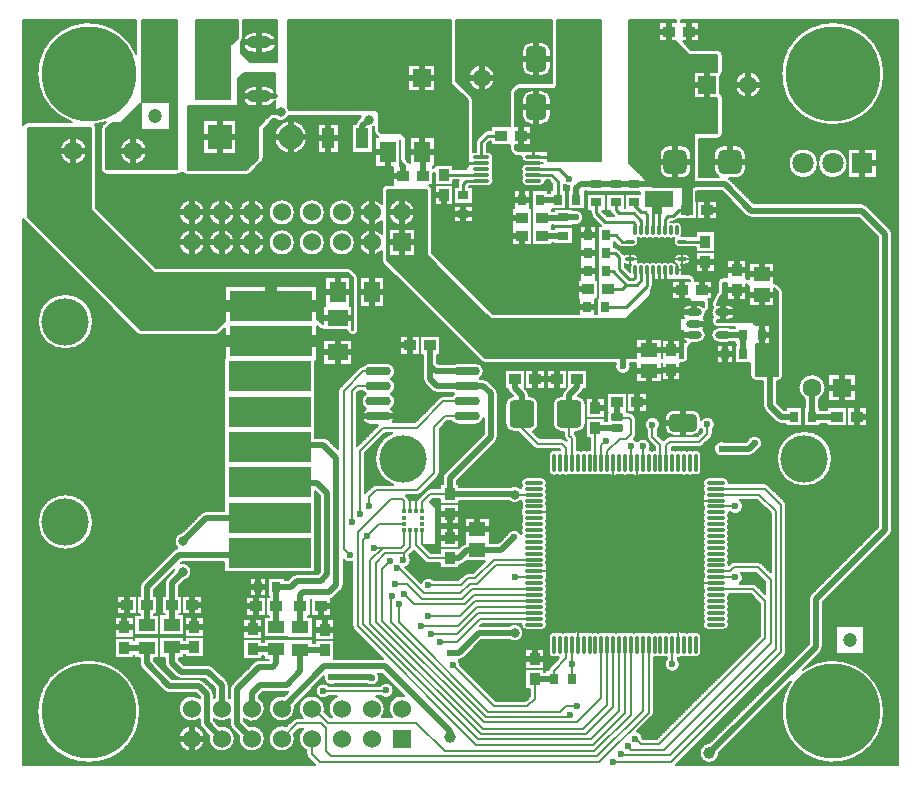
<source format=gtl>
G04 Layer_Physical_Order=1*
G04 Layer_Color=255*
%FSLAX24Y24*%
%MOIN*%
G70*
G01*
G75*
%ADD10C,0.0079*%
%ADD11R,0.2756X0.0984*%
%ADD12R,0.0394X0.0354*%
%ADD13R,0.0276X0.0354*%
%ADD14R,0.0354X0.0276*%
%ADD15R,0.0354X0.0394*%
G04:AMPARAMS|DCode=16|XSize=90.6mil|YSize=82.7mil|CornerRadius=12.4mil|HoleSize=0mil|Usage=FLASHONLY|Rotation=270.000|XOffset=0mil|YOffset=0mil|HoleType=Round|Shape=RoundedRectangle|*
%AMROUNDEDRECTD16*
21,1,0.0906,0.0579,0,0,270.0*
21,1,0.0657,0.0827,0,0,270.0*
1,1,0.0248,-0.0289,-0.0329*
1,1,0.0248,-0.0289,0.0329*
1,1,0.0248,0.0289,0.0329*
1,1,0.0248,0.0289,-0.0329*
%
%ADD16ROUNDEDRECTD16*%
%ADD17O,0.0630X0.0118*%
%ADD18O,0.0118X0.0630*%
%ADD19R,0.0551X0.0413*%
%ADD20R,0.0571X0.0453*%
%ADD21O,0.0532X0.0236*%
%ADD22R,0.0413X0.0689*%
%ADD23R,0.0787X0.0394*%
%ADD24O,0.0335X0.0118*%
%ADD25O,0.0118X0.0335*%
G04:AMPARAMS|DCode=26|XSize=82.7mil|YSize=78.7mil|CornerRadius=19.7mil|HoleSize=0mil|Usage=FLASHONLY|Rotation=270.000|XOffset=0mil|YOffset=0mil|HoleType=Round|Shape=RoundedRectangle|*
%AMROUNDEDRECTD26*
21,1,0.0827,0.0394,0,0,270.0*
21,1,0.0433,0.0787,0,0,270.0*
1,1,0.0394,-0.0197,-0.0217*
1,1,0.0394,-0.0197,0.0217*
1,1,0.0394,0.0197,0.0217*
1,1,0.0394,0.0197,-0.0217*
%
%ADD26ROUNDEDRECTD26*%
%ADD27C,0.0472*%
%ADD28R,0.0709X0.0551*%
%ADD29R,0.0787X0.0787*%
%ADD30R,0.0551X0.0709*%
%ADD31O,0.0571X0.0118*%
%ADD32R,0.0610X0.0728*%
G04:AMPARAMS|DCode=33|XSize=86.6mil|YSize=68.9mil|CornerRadius=17.2mil|HoleSize=0mil|Usage=FLASHONLY|Rotation=270.000|XOffset=0mil|YOffset=0mil|HoleType=Round|Shape=RoundedRectangle|*
%AMROUNDEDRECTD33*
21,1,0.0866,0.0344,0,0,270.0*
21,1,0.0522,0.0689,0,0,270.0*
1,1,0.0344,-0.0172,-0.0261*
1,1,0.0344,-0.0172,0.0261*
1,1,0.0344,0.0172,0.0261*
1,1,0.0344,0.0172,-0.0261*
%
%ADD33ROUNDEDRECTD33*%
%ADD34R,0.0394X0.0394*%
G04:AMPARAMS|DCode=35|XSize=43.3mil|YSize=23.6mil|CornerRadius=5.9mil|HoleSize=0mil|Usage=FLASHONLY|Rotation=0.000|XOffset=0mil|YOffset=0mil|HoleType=Round|Shape=RoundedRectangle|*
%AMROUNDEDRECTD35*
21,1,0.0433,0.0118,0,0,0.0*
21,1,0.0315,0.0236,0,0,0.0*
1,1,0.0118,0.0157,-0.0059*
1,1,0.0118,-0.0157,-0.0059*
1,1,0.0118,-0.0157,0.0059*
1,1,0.0118,0.0157,0.0059*
%
%ADD35ROUNDEDRECTD35*%
G04:AMPARAMS|DCode=36|XSize=94.5mil|YSize=59.1mil|CornerRadius=14.8mil|HoleSize=0mil|Usage=FLASHONLY|Rotation=0.000|XOffset=0mil|YOffset=0mil|HoleType=Round|Shape=RoundedRectangle|*
%AMROUNDEDRECTD36*
21,1,0.0945,0.0295,0,0,0.0*
21,1,0.0650,0.0591,0,0,0.0*
1,1,0.0295,0.0325,-0.0148*
1,1,0.0295,-0.0325,-0.0148*
1,1,0.0295,-0.0325,0.0148*
1,1,0.0295,0.0325,0.0148*
%
%ADD36ROUNDEDRECTD36*%
%ADD37O,0.0850X0.0295*%
%ADD38O,0.0846X0.0394*%
G04:AMPARAMS|DCode=39|XSize=279.5mil|YSize=218.5mil|CornerRadius=10.9mil|HoleSize=0mil|Usage=FLASHONLY|Rotation=0.000|XOffset=0mil|YOffset=0mil|HoleType=Round|Shape=RoundedRectangle|*
%AMROUNDEDRECTD39*
21,1,0.2795,0.1967,0,0,0.0*
21,1,0.2577,0.2185,0,0,0.0*
1,1,0.0219,0.1288,-0.0983*
1,1,0.0219,-0.1288,-0.0983*
1,1,0.0219,-0.1288,0.0983*
1,1,0.0219,0.1288,0.0983*
%
%ADD39ROUNDEDRECTD39*%
%ADD40R,0.0118X0.0157*%
%ADD41R,0.0157X0.0118*%
%ADD42C,0.0197*%
%ADD43C,0.0354*%
%ADD44C,0.0098*%
%ADD45C,0.0394*%
%ADD46R,0.2756X0.0984*%
%ADD47R,0.0965X0.0571*%
%ADD48R,0.0344X0.0374*%
%ADD49C,0.0600*%
%ADD50R,0.0600X0.0600*%
%ADD51C,0.1575*%
%ADD52C,0.3150*%
%ADD53C,0.0709*%
%ADD54R,0.0709X0.0709*%
%ADD55C,0.0630*%
%ADD56R,0.0827X0.0827*%
%ADD57C,0.0827*%
%ADD58R,0.0630X0.0630*%
%ADD59C,0.0236*%
%ADD60C,0.0315*%
%ADD61C,0.0394*%
G36*
X34993Y45283D02*
X35109Y45248D01*
X35215Y45192D01*
X35308Y45115D01*
X35338Y45085D01*
X35450Y44957D01*
X35543Y44814D01*
X35616Y44661D01*
X35617Y44657D01*
X35662Y44517D01*
X35690Y44372D01*
X35699Y44226D01*
X35699Y44094D01*
X35689Y43939D01*
X35660Y43786D01*
X35613Y43638D01*
X35612Y43637D01*
X35542Y43489D01*
X35453Y43352D01*
X35345Y43229D01*
X35302Y43186D01*
X35212Y43112D01*
X35109Y43057D01*
X34998Y43023D01*
X34882Y43012D01*
X34813D01*
X34746Y43022D01*
X34686Y43053D01*
X34638Y43101D01*
X34607Y43161D01*
X34596Y43228D01*
Y45079D01*
X34607Y45146D01*
X34638Y45206D01*
X34686Y45254D01*
X34746Y45285D01*
X34813Y45295D01*
X34873D01*
X34993Y45283D01*
D02*
G37*
G36*
X33778Y45285D02*
X33838Y45254D01*
X33886Y45206D01*
X33917Y45146D01*
X33927Y45079D01*
Y43228D01*
X33917Y43161D01*
X33886Y43101D01*
X33838Y43053D01*
X33778Y43022D01*
X33711Y43012D01*
X33651D01*
X33531Y43024D01*
X33415Y43059D01*
X33309Y43116D01*
X33215Y43192D01*
X33185Y43222D01*
X33074Y43350D01*
X32980Y43493D01*
X32908Y43646D01*
X32906Y43650D01*
X32861Y43790D01*
X32834Y43935D01*
X32825Y44082D01*
X32825Y44213D01*
X32834Y44368D01*
X32863Y44521D01*
X32911Y44669D01*
X32911Y44670D01*
X32981Y44818D01*
X33071Y44955D01*
X33178Y45078D01*
X33222Y45121D01*
X33312Y45195D01*
X33414Y45250D01*
X33526Y45284D01*
X33642Y45295D01*
X33711D01*
X33778Y45285D01*
D02*
G37*
G36*
X47879Y44910D02*
X47938Y44866D01*
X47978Y44804D01*
X47991Y44732D01*
Y42126D01*
X47977Y42052D01*
X47937Y41988D01*
X47876Y41943D01*
X47803Y41924D01*
X47728Y41933D01*
X47598Y41973D01*
X47447Y42034D01*
X47308Y42117D01*
X47183Y42221D01*
X47178Y42225D01*
X47029Y42391D01*
X46903Y42575D01*
X46803Y42774D01*
X46730Y42985D01*
X46686Y43203D01*
X46671Y43425D01*
X46686Y43648D01*
X46730Y43866D01*
X46803Y44076D01*
X46903Y44275D01*
X47029Y44459D01*
X47178Y44625D01*
X47181Y44627D01*
X47307Y44733D01*
X47449Y44817D01*
X47601Y44878D01*
X47735Y44920D01*
X47808Y44929D01*
X47879Y44910D01*
D02*
G37*
G36*
X49300Y44918D02*
X49429Y44877D01*
X49580Y44817D01*
X49720Y44733D01*
X49845Y44629D01*
X49849Y44625D01*
X49998Y44459D01*
X50124Y44275D01*
X50224Y44076D01*
X50297Y43866D01*
X50341Y43647D01*
X50356Y43425D01*
X50341Y43203D01*
X50297Y42985D01*
X50224Y42774D01*
X50124Y42575D01*
X49998Y42391D01*
X49849Y42225D01*
X49847Y42223D01*
X49720Y42118D01*
X49579Y42034D01*
X49426Y41972D01*
X49292Y41930D01*
X49219Y41922D01*
X49148Y41941D01*
X49089Y41984D01*
X49050Y42046D01*
X49036Y42118D01*
Y44724D01*
X49050Y44798D01*
X49091Y44862D01*
X49152Y44907D01*
X49225Y44926D01*
X49300Y44918D01*
D02*
G37*
G36*
X50492Y38041D02*
X50906D01*
Y37943D01*
X50620D01*
Y37825D01*
X50906D01*
Y37726D01*
X50492D01*
Y37461D01*
X49252D01*
Y37726D01*
X48839D01*
Y37825D01*
X49124D01*
Y37943D01*
X48839D01*
Y38041D01*
X49252D01*
Y38307D01*
X50492D01*
Y38041D01*
D02*
G37*
D10*
X32903Y41200D02*
G03*
X32903Y41200I-453J0D01*
G01*
X45403Y42387D02*
G03*
X45713Y42077I310J0D01*
G01*
Y43218D02*
G03*
X45403Y42908I0J-310D01*
G01*
X46058Y42077D02*
G03*
X46368Y42387I0J310D01*
G01*
Y42908D02*
G03*
X46058Y43218I-310J0D01*
G01*
X49990Y40620D02*
G03*
X50325Y40285I335J0D01*
G01*
Y41388D02*
G03*
X49990Y41053I0J-335D01*
G01*
X50718Y40285D02*
G03*
X51053Y40620I0J335D01*
G01*
Y41053D02*
G03*
X50718Y41388I-335J0D01*
G01*
X41833Y39148D02*
G03*
X41833Y39148I-438J0D01*
G01*
X49709Y36571D02*
G03*
X49764Y36703I-132J132D01*
G01*
X49709Y36571D02*
G03*
X49764Y36703I-132J132D01*
G01*
X50769Y35207D02*
G03*
X50886Y34833I216J-138D01*
G01*
X51467Y35992D02*
G03*
X51280Y36073I-187J-175D01*
G01*
X50984D02*
G03*
X50810Y35630I0J-256D01*
G01*
X51919Y35566D02*
G03*
X51968Y35561I49J251D01*
G01*
Y36073D02*
G03*
X51919Y36068I0J-256D01*
G01*
X52264Y35561D02*
G03*
X52520Y35817I0J256D01*
G01*
D02*
G03*
X52264Y36073I-256J0D01*
G01*
X30903Y41200D02*
G03*
X30903Y41200I-453J0D01*
G01*
X36427Y43354D02*
G03*
X36427Y42685I0J-335D01*
G01*
X36880D02*
G03*
X37185Y42882I0J335D01*
G01*
Y43157D02*
G03*
X36880Y43354I-305J-137D01*
G01*
X37646Y42570D02*
G03*
X37608Y42653I-284J-80D01*
G01*
X36427Y45150D02*
G03*
X36427Y44480I0J-335D01*
G01*
X36050Y44845D02*
G03*
X36102Y44970I-125J125D01*
G01*
X36050Y44845D02*
G03*
X36102Y44970I-125J125D01*
G01*
X36880Y44480D02*
G03*
X37215Y44815I0J335D01*
G01*
D02*
G03*
X36880Y45150I-335J0D01*
G01*
X32675Y22518D02*
G03*
X32675Y22518I-1713J0D01*
G01*
X33485Y23189D02*
G03*
X33652Y23120I167J167D01*
G01*
X33485Y23189D02*
G03*
X33652Y23120I167J167D01*
G01*
X33868Y23672D02*
G03*
X34035Y23602I167J167D01*
G01*
X33868Y23672D02*
G03*
X34035Y23602I167J167D01*
G01*
X32657Y24114D02*
G03*
X32727Y23947I236J0D01*
G01*
X32657Y24114D02*
G03*
X32727Y23947I236J0D01*
G01*
X33494Y24144D02*
G03*
X33563Y23977I236J0D01*
G01*
X33494Y24144D02*
G03*
X33563Y23977I236J0D01*
G01*
X34833Y21613D02*
G03*
X34833Y21613I-438J0D01*
G01*
X34656Y22965D02*
G03*
X34656Y22261I-261J-352D01*
G01*
Y22116D02*
G03*
X34725Y21949I236J0D01*
G01*
X34656Y22116D02*
G03*
X34725Y21949I236J0D01*
G01*
X34968Y21707D02*
G03*
X35833Y21613I428J-94D01*
G01*
D02*
G03*
X35302Y22041I-438J0D01*
G01*
X35662Y22110D02*
G03*
X35731Y21943I236J0D01*
G01*
X35662Y22110D02*
G03*
X35731Y21943I236J0D01*
G01*
X35128Y22266D02*
G03*
X35662Y22266I267J347D01*
G01*
X35128Y23100D02*
G03*
X35059Y23267I-236J0D01*
G01*
X35159Y22982D02*
G03*
X35128Y22960I236J-369D01*
G01*
Y23100D02*
G03*
X35059Y23267I-236J0D01*
G01*
X34803Y23523D02*
G03*
X34636Y23593I-167J-167D01*
G01*
X34803Y23523D02*
G03*
X34636Y23593I-167J-167D01*
G01*
X35118Y24006D02*
G03*
X34951Y24075I-167J-167D01*
G01*
X35118Y24006D02*
G03*
X34951Y24075I-167J-167D01*
G01*
X35631Y23394D02*
G03*
X35562Y23561I-236J0D01*
G01*
X35631Y23394D02*
G03*
X35562Y23561I-236J0D01*
G01*
X35662Y22960D02*
G03*
X35631Y22982I-267J-347D01*
G01*
X35731Y23418D02*
G03*
X35662Y23251I167J-167D01*
G01*
X35731Y23418D02*
G03*
X35662Y23251I167J-167D01*
G01*
X36654Y24242D02*
G03*
X36487Y24173I0J-236D01*
G01*
X36654Y24242D02*
G03*
X36487Y24173I0J-236D01*
G01*
X32727Y26821D02*
G03*
X32657Y26654I167J-167D01*
G01*
X32727Y26821D02*
G03*
X32657Y26654I167J-167D01*
G01*
X31112Y28829D02*
G03*
X31112Y28829I-925J0D01*
G01*
D02*
G03*
X31112Y28829I-925J0D01*
G01*
X33563Y26958D02*
G03*
X33494Y26791I167J-167D01*
G01*
X33563Y26958D02*
G03*
X33494Y26791I167J-167D01*
G01*
X33807Y27233D02*
G03*
X33801Y27196I287J-67D01*
G01*
X33921Y27966D02*
G03*
X33809Y27903I56J-230D01*
G01*
X33921Y27966D02*
G03*
X33809Y27903I56J-230D01*
G01*
X34072Y28481D02*
G03*
X33921Y27966I42J-292D01*
G01*
X34148Y26875D02*
G03*
X34390Y27165I-54J290D01*
G01*
D02*
G03*
X34027Y27453I-295J0D01*
G01*
X34882Y29193D02*
G03*
X34715Y29124I0J-236D01*
G01*
X34882Y29193D02*
G03*
X34715Y29124I0J-236D01*
G01*
X35968Y21707D02*
G03*
X36833Y21613I428J-94D01*
G01*
D02*
G03*
X36302Y22041I-438J0D01*
G01*
X36135Y22261D02*
G03*
X36833Y22613I261J352D01*
G01*
D02*
G03*
X36631Y22982I-438J0D01*
G01*
X37833Y21613D02*
G03*
X37804Y21771I-438J0D01*
G01*
X38218Y21103D02*
G03*
X38270Y20977I177J0D01*
G01*
X38218Y21103D02*
G03*
X38270Y20977I177J0D01*
G01*
X37553Y22021D02*
G03*
X37833Y21613I-158J-408D01*
G01*
X37489Y23041D02*
G03*
X37833Y22613I-94J-428D01*
G01*
X37898Y22293D02*
G03*
X37773Y22241I0J-177D01*
G01*
X37898Y22293D02*
G03*
X37773Y22241I0J-177D01*
G01*
X37833Y22613D02*
G03*
X37823Y22707I-438J0D01*
G01*
X38103Y21939D02*
G03*
X38218Y21213I292J-326D01*
G01*
X38833Y22613D02*
G03*
X38096Y22293I-438J0D01*
G01*
X37579Y23169D02*
G03*
X37621Y23173I0J236D01*
G01*
X37579Y23169D02*
G03*
X37621Y23173I0J236D01*
G01*
X38822Y22516D02*
G03*
X38833Y22613I-427J97D01*
G01*
X39238Y23022D02*
G03*
X39067Y22323I157J-409D01*
G01*
X38964Y23376D02*
G03*
X38964Y23022I-185J-177D01*
G01*
X38801Y23685D02*
G03*
X39154Y23415I254J-33D01*
G01*
X40261D02*
G03*
X40651Y23633I134J218D01*
G01*
X40833Y22613D02*
G03*
X40552Y23022I-438J0D01*
G01*
X40723Y22323D02*
G03*
X40833Y22613I-328J290D01*
G01*
X41487Y23041D02*
G03*
X41067Y22323I-92J-428D01*
G01*
X40712Y23022D02*
G03*
X41132Y23219I164J197D01*
G01*
D02*
G03*
X40674Y23376I-256J0D01*
G01*
X39754Y25359D02*
G03*
X39806Y25234I177J0D01*
G01*
X39754Y25359D02*
G03*
X39806Y25234I177J0D01*
G01*
X39026Y26253D02*
G03*
X39153Y26319I-39J233D01*
G01*
X39026Y26253D02*
G03*
X39153Y26319I-39J233D01*
G01*
X40651Y23633D02*
G03*
X40605Y23780I-256J0D01*
G01*
X43346Y24065D02*
G03*
X43284Y24232I-256J0D01*
G01*
X43297D02*
G03*
X43464Y24301I0J236D01*
G01*
X43297Y24232D02*
G03*
X43464Y24301I0J236D01*
G01*
X37894Y27096D02*
G03*
X37727Y27027I0J-236D01*
G01*
X37894Y27096D02*
G03*
X37727Y27027I0J-236D01*
G01*
X39389Y26555D02*
G03*
X39459Y26722I-167J167D01*
G01*
X39389Y26555D02*
G03*
X39459Y26722I-167J167D01*
G01*
X42470Y26891D02*
G03*
X42043Y26795I-185J-177D01*
G01*
X39459Y27576D02*
G03*
X39754Y27486I207J151D01*
G01*
X41522Y27315D02*
G03*
X41705Y27560I-74J245D01*
G01*
D02*
G03*
X41646Y27724I-256J0D01*
G01*
X42168Y27503D02*
G03*
X42293Y27451I125J125D01*
G01*
X42168Y27503D02*
G03*
X42293Y27451I125J125D01*
G01*
X38509Y27710D02*
G03*
X38514Y27776I-488J66D01*
G01*
D02*
G03*
X38509Y27841I-492J0D01*
G01*
Y28891D02*
G03*
X38514Y28957I-488J66D01*
G01*
D02*
G03*
X38509Y29022I-492J0D01*
G01*
X40541Y30079D02*
G03*
X40416Y30027I0J-177D01*
G01*
X41651Y29557D02*
G03*
X41602Y29653I-175J-30D01*
G01*
X41651Y29557D02*
G03*
X41602Y29653I-175J-30D01*
G01*
X41942Y29613D02*
G03*
X41904Y29557I125J-125D01*
G01*
X41942Y29613D02*
G03*
X41904Y29557I125J-125D01*
G01*
X41909Y29724D02*
G03*
X42035Y29776I0J177D01*
G01*
X41909Y29724D02*
G03*
X42035Y29776I0J177D01*
G01*
X40541Y30079D02*
G03*
X40416Y30027I0J-177D01*
G01*
X41087Y31801D02*
G03*
X41106Y30079I347J-857D01*
G01*
X41087Y31801D02*
G03*
X41106Y30079I347J-857D01*
G01*
X42352Y29951D02*
G03*
X42227Y29899I0J-177D01*
G01*
X42352Y29951D02*
G03*
X42227Y29899I0J-177D01*
G01*
X43591Y27126D02*
G03*
X43465Y27074I0J-177D01*
G01*
X43591Y27126D02*
G03*
X43465Y27074I0J-177D01*
G01*
X43317Y27392D02*
G03*
X43484Y27461I-0J236D01*
G01*
X43317Y27392D02*
G03*
X43484Y27461I-0J236D01*
G01*
X43494Y28107D02*
G03*
X43406Y28051I79J-223D01*
G01*
X43494Y28107D02*
G03*
X43406Y28051I79J-223D01*
G01*
X42606Y30347D02*
G03*
X42657Y30472I-125J125D01*
G01*
X42606Y30347D02*
G03*
X42657Y30472I-125J125D01*
G01*
X42825Y30472D02*
G03*
X42756Y30305I167J-167D01*
G01*
X42825Y30472D02*
G03*
X42756Y30305I167J-167D01*
G01*
X32581Y35111D02*
G03*
X32707Y35059I125J125D01*
G01*
X32581Y35111D02*
G03*
X32707Y35059I125J125D01*
G01*
X31112Y35511D02*
G03*
X31112Y35511I-925J0D01*
G01*
D02*
G03*
X31112Y35511I-925J0D01*
G01*
X34833Y38148D02*
G03*
X34833Y38148I-438J0D01*
G01*
X35833D02*
G03*
X35833Y38148I-438J0D01*
G01*
X35197Y35059D02*
G03*
X35322Y35111I0J177D01*
G01*
X35197Y35059D02*
G03*
X35322Y35111I0J177D01*
G01*
X38509Y32434D02*
G03*
X38514Y32500I-488J66D01*
G01*
D02*
G03*
X38509Y32566I-492J0D01*
G01*
X38514Y33681D02*
G03*
X38509Y33747I-492J0D01*
G01*
Y33615D02*
G03*
X38514Y33681I-488J66D01*
G01*
X38956Y31575D02*
G03*
X38789Y31644I-167J-167D01*
G01*
X38956Y31575D02*
G03*
X38789Y31644I-167J-167D01*
G01*
X38644Y35298D02*
G03*
X38770Y35246I125J125D01*
G01*
X38644Y35298D02*
G03*
X38770Y35246I125J125D01*
G01*
X36833Y38148D02*
G03*
X36833Y38148I-438J0D01*
G01*
X37833D02*
G03*
X37833Y38148I-438J0D01*
G01*
X38833D02*
G03*
X38833Y38148I-438J0D01*
G01*
X28777Y38930D02*
G03*
X28812Y38881I160J76D01*
G01*
X28777Y38930D02*
G03*
X28812Y38881I160J76D01*
G01*
X28937Y42156D02*
G03*
X28777Y42055I0J-177D01*
G01*
X28937Y42156D02*
G03*
X28777Y42055I0J-177D01*
G01*
X31211Y41978D02*
G03*
X31179Y42080I-177J0D01*
G01*
X31211Y41978D02*
G03*
X31179Y42080I-177J0D01*
G01*
X31368Y40591D02*
G03*
X31545Y40413I177J0D01*
G01*
X31420Y42054D02*
G03*
X31368Y41929I125J-125D01*
G01*
X31420Y42054D02*
G03*
X31368Y41929I125J-125D01*
G01*
Y40591D02*
G03*
X31545Y40413I177J0D01*
G01*
X31179Y42080D02*
G03*
X31527Y42162I-217J1699D01*
G01*
X33917Y40413D02*
G03*
X34029Y40453I0J177D01*
G01*
X33917Y40413D02*
G03*
X34029Y40453I0J177D01*
G01*
X32549Y44422D02*
G03*
X30415Y42156I-1587J-644D01*
G01*
X34833Y39148D02*
G03*
X34833Y39148I-438J0D01*
G01*
X35833D02*
G03*
X35833Y39148I-438J0D01*
G01*
X36833D02*
G03*
X36833Y39148I-438J0D01*
G01*
X37833D02*
G03*
X37833Y39148I-438J0D01*
G01*
X38833D02*
G03*
X38833Y39148I-438J0D01*
G01*
X34141Y40453D02*
G03*
X34281Y40384I140J108D01*
G01*
X34141Y40453D02*
G03*
X34281Y40384I140J108D01*
G01*
X36211D02*
G03*
X36336Y40436I0J177D01*
G01*
X36211Y40384D02*
G03*
X36336Y40436I0J177D01*
G01*
X36739Y40839D02*
G03*
X36791Y40965I-125J125D01*
G01*
X36739Y40839D02*
G03*
X36791Y40965I-125J125D01*
G01*
X38248Y41663D02*
G03*
X38248Y41663I-551J0D01*
G01*
X37185Y42254D02*
G03*
X37634Y42375I177J236D01*
G01*
X37634D02*
G03*
X37667Y42372I33J174D01*
G01*
X39333Y33324D02*
G03*
X39281Y33199I125J-125D01*
G01*
X39333Y33324D02*
G03*
X39281Y33199I125J-125D01*
G01*
X40205Y32608D02*
G03*
X40343Y32073I138J-250D01*
G01*
X40205Y33108D02*
G03*
X40205Y32608I138J-250D01*
G01*
X40113Y33189D02*
G03*
X40205Y33108I230J169D01*
G01*
X41183Y32358D02*
G03*
X41035Y32608I-285J0D01*
G01*
X41183Y33358D02*
G03*
X41035Y33608I-285J0D01*
G01*
X40118Y34035D02*
G03*
X39993Y33984I0J-177D01*
G01*
X40118Y34035D02*
G03*
X39993Y33984I0J-177D01*
G01*
X40343Y34144D02*
G03*
X40119Y34035I0J-285D01*
G01*
X39578Y35217D02*
G03*
X39764Y35059I176J20D01*
G01*
X39764D02*
G03*
X39951Y35236I10J177D01*
G01*
X39722Y37251D02*
G03*
X39596Y37303I-125J-125D01*
G01*
X39722Y37251D02*
G03*
X39596Y37303I-125J-125D01*
G01*
X39951Y36949D02*
G03*
X39899Y37074I-177J0D01*
G01*
X39951Y36949D02*
G03*
X39899Y37074I-177J0D01*
G01*
X41183Y33858D02*
G03*
X40897Y34144I-285J0D01*
G01*
X41098Y32156D02*
G03*
X41183Y32358I-201J203D01*
G01*
X41035Y32608D02*
G03*
X41183Y32858I-138J250D01*
G01*
D02*
G03*
X41035Y33108I-285J0D01*
G01*
X42420Y33191D02*
G03*
X42587Y33122I167J167D01*
G01*
X42420Y33191D02*
G03*
X42587Y33122I167J167D01*
G01*
X41035Y33108D02*
G03*
X41183Y33358I-138J250D01*
G01*
X42116Y33593D02*
G03*
X42185Y33425I236J0D01*
G01*
X42116Y33593D02*
G03*
X42185Y33425I236J0D01*
G01*
X42789Y33035D02*
G03*
X42664Y32984I0J-177D01*
G01*
X42789Y33035D02*
G03*
X42664Y32984I0J-177D01*
G01*
X43069Y32181D02*
G03*
X43293Y32073I224J177D01*
G01*
X43847D02*
G03*
X44124Y32288I0J285D01*
G01*
X43155Y33108D02*
G03*
X43069Y33035I138J-250D01*
G01*
X44289Y33525D02*
G03*
X44122Y33594I-167J-167D01*
G01*
X44289Y33525D02*
G03*
X44122Y33594I-167J-167D01*
G01*
X41035Y33608D02*
G03*
X41183Y33858I-138J250D01*
G01*
X43293Y34144D02*
G03*
X43132Y34094I0J-285D01*
G01*
X44133Y33858D02*
G03*
X43847Y34144I-285J0D01*
G01*
X43985Y33608D02*
G03*
X44133Y33858I-138J250D01*
G01*
X44038Y34186D02*
G03*
X44163Y34134I125J125D01*
G01*
X44038Y34186D02*
G03*
X44163Y34134I125J125D01*
G01*
X39833Y38148D02*
G03*
X39833Y38148I-438J0D01*
G01*
Y39148D02*
G03*
X39833Y39148I-438J0D01*
G01*
X40728Y37569D02*
G03*
X40780Y37444I177J0D01*
G01*
X40728Y37569D02*
G03*
X40780Y37444I177J0D01*
G01*
X40728Y38433D02*
G03*
X40728Y37864I-333J-284D01*
G01*
Y39433D02*
G03*
X40728Y38864I-333J-284D01*
G01*
X40433Y41983D02*
G03*
X40472Y42008I-138J261D01*
G01*
X39922Y42204D02*
G03*
X39863Y42106I167J-167D01*
G01*
X39922Y42204D02*
G03*
X39863Y42106I167J-167D01*
G01*
X40029Y42372D02*
G03*
X40003Y42286I266J-128D01*
G01*
X42421Y39892D02*
G03*
X42302Y40059I-177J0D01*
G01*
X40906Y40069D02*
G03*
X40728Y39892I0J-177D01*
G01*
X40906Y40069D02*
G03*
X40728Y39892I0J-177D01*
G01*
X42421D02*
G03*
X42302Y40059I-177J0D01*
G01*
X40472Y41860D02*
G03*
X40524Y41735I177J0D01*
G01*
X40472Y41860D02*
G03*
X40524Y41735I177J0D01*
G01*
X41348Y40925D02*
G03*
X41400Y40800I177J0D01*
G01*
X41348Y40925D02*
G03*
X41400Y40800I177J0D01*
G01*
X42431Y40453D02*
G03*
X42490Y40463I0J177D01*
G01*
X42431Y40453D02*
G03*
X42490Y40463I0J177D01*
G01*
X43292Y40217D02*
G03*
X43258Y40108I152J-108D01*
G01*
X43292Y40217D02*
G03*
X43258Y40108I152J-108D01*
G01*
X43829Y41171D02*
G03*
X43789Y41167I0J-177D01*
G01*
X44055Y40020D02*
G03*
X44115Y40030I0J187D01*
G01*
X44282D02*
G03*
X44459Y40207I0J177D01*
G01*
Y40994D02*
G03*
X44282Y41171I-177J0D01*
G01*
X43789Y42874D02*
G03*
X43727Y43009I-177J0D01*
G01*
X43923Y41628D02*
G03*
X43868Y41496I132J-132D01*
G01*
X43923Y41628D02*
G03*
X43868Y41496I132J-132D01*
G01*
X44262Y41890D02*
G03*
X44130Y41835I0J-187D01*
G01*
X44262Y41890D02*
G03*
X44130Y41835I0J-187D01*
G01*
X44495Y43642D02*
G03*
X44495Y43642I-438J0D01*
G01*
X45453Y25138D02*
G03*
X44968Y25364I-295J0D01*
G01*
X44994Y24892D02*
G03*
X45453Y25138I163J246D01*
G01*
X45375Y25433D02*
G03*
X45551Y25236I176J-20D01*
G01*
X46332Y23994D02*
G03*
X46282Y23898I125J-125D01*
G01*
X46332Y23994D02*
G03*
X46282Y23898I125J-125D01*
G01*
X46299Y24488D02*
G03*
X46575Y24341I177J0D01*
G01*
D02*
G03*
X46651Y24312I98J147D01*
G01*
X46063Y25236D02*
G03*
X46240Y25413I0J177D01*
G01*
X46210Y25512D02*
G03*
X46240Y25610I-147J98D01*
G01*
Y25413D02*
G03*
X46210Y25512I-177J0D01*
G01*
Y25709D02*
G03*
X46240Y25807I-147J98D01*
G01*
Y25610D02*
G03*
X46210Y25709I-177J0D01*
G01*
Y25906D02*
G03*
X46240Y26004I-147J98D01*
G01*
Y25807D02*
G03*
X46210Y25906I-177J0D01*
G01*
X46575Y25147D02*
G03*
X46299Y25000I-98J-147D01*
G01*
X46772Y25147D02*
G03*
X46575Y25147I-98J-147D01*
G01*
X47147Y25158D02*
G03*
X46968Y25147I-80J-158D01*
G01*
D02*
G03*
X46772Y25147I-98J-147D01*
G01*
X47756D02*
G03*
X47559Y25147I-98J-147D01*
G01*
X47559D02*
G03*
X47381Y25158I-98J-147D01*
G01*
D02*
G03*
X47147Y25158I-117J-158D01*
G01*
X46240Y26594D02*
G03*
X46210Y26693I-177J0D01*
G01*
Y26496D02*
G03*
X46240Y26594I-147J98D01*
G01*
X46210Y26890D02*
G03*
X46240Y26988I-147J98D01*
G01*
X46210Y26693D02*
G03*
X46240Y26791I-147J98D01*
G01*
Y26201D02*
G03*
X46210Y26299I-177J0D01*
G01*
X46240Y26004D02*
G03*
X46210Y26102I-177J0D01*
G01*
X46240Y26398D02*
G03*
X46210Y26496I-177J0D01*
G01*
Y26299D02*
G03*
X46240Y26398I-147J98D01*
G01*
Y27579D02*
G03*
X46210Y27677I-177J0D01*
G01*
Y27480D02*
G03*
X46240Y27579I-147J98D01*
G01*
X46210Y27874D02*
G03*
X46240Y27972I-147J98D01*
G01*
Y27382D02*
G03*
X46210Y27480I-177J0D01*
G01*
X46240Y28366D02*
G03*
X46210Y28465I-177J0D01*
G01*
X46240Y27972D02*
G03*
X46210Y28071I-177J0D01*
G01*
Y28071D02*
G03*
X46240Y28169I-147J98D01*
G01*
Y26988D02*
G03*
X46221Y27068I-177J0D01*
G01*
X46210Y27677D02*
G03*
X46240Y27776I-147J98D01*
G01*
X46221Y27302D02*
G03*
X46240Y27382I-158J80D01*
G01*
Y27776D02*
G03*
X46210Y27874I-177J0D01*
G01*
X46240Y28169D02*
G03*
X46210Y28268I-177J0D01*
G01*
X45382Y28419D02*
G03*
X44911Y28414I-235J-102D01*
G01*
X45404Y28661D02*
G03*
X45404Y28465I147J-98D01*
G01*
Y28465D02*
G03*
X45382Y28419I147J-98D01*
G01*
X45404Y28858D02*
G03*
X45404Y28661I147J-98D01*
G01*
X46240Y28563D02*
G03*
X46210Y28661I-177J0D01*
G01*
X46240Y28760D02*
G03*
X46210Y28858I-177J0D01*
G01*
Y28661D02*
G03*
X46240Y28760I-147J98D01*
G01*
X45393Y29036D02*
G03*
X45404Y28858I158J-80D01*
G01*
X45393Y29271D02*
G03*
X45393Y29036I158J-117D01*
G01*
X45404Y29449D02*
G03*
X45393Y29271I147J-98D01*
G01*
X46240Y28957D02*
G03*
X46221Y29036I-177J0D01*
G01*
X46240Y29350D02*
G03*
X46210Y29449I-177J0D01*
G01*
X46221Y29271D02*
G03*
X46240Y29350I-158J80D01*
G01*
X46210Y26102D02*
G03*
X46240Y26201I-147J98D01*
G01*
Y26791D02*
G03*
X46210Y26890I-177J0D01*
G01*
X46221Y27068D02*
G03*
X46260Y27185I-158J117D01*
G01*
D02*
G03*
X46221Y27302I-197J0D01*
G01*
X46210Y28465D02*
G03*
X46240Y28563I-147J98D01*
G01*
X46210Y28268D02*
G03*
X46240Y28366I-147J98D01*
G01*
X46210Y28858D02*
G03*
X46240Y28957I-147J98D01*
G01*
X46221Y29036D02*
G03*
X46260Y29154I-158J117D01*
G01*
D02*
G03*
X46221Y29271I-197J0D01*
G01*
X49431Y21616D02*
G03*
X49251Y21850I-256J-11D01*
G01*
X49751Y22351D02*
G03*
X49803Y22476I-125J125D01*
G01*
X49751Y22351D02*
G03*
X49803Y22476I-125J125D01*
G01*
X51654Y21467D02*
G03*
X51988Y21132I-1J-335D01*
G01*
X49803Y24312D02*
G03*
X49921Y24341I20J176D01*
G01*
X50236Y24279D02*
G03*
X50669Y24094I177J-185D01*
G01*
D02*
G03*
X50591Y24279I-256J0D01*
G01*
Y24292D02*
G03*
X50727Y24330I20J196D01*
G01*
X50906Y24341D02*
G03*
X51102Y24341I98J147D01*
G01*
X49921D02*
G03*
X50118Y24341I98J147D01*
G01*
D02*
G03*
X50236Y24312I98J147D01*
G01*
X50727Y24330D02*
G03*
X50906Y24341I80J158D01*
G01*
X51102D02*
G03*
X51378Y24488I98J147D01*
G01*
X48346Y25147D02*
G03*
X48150Y25147I-98J-147D01*
G01*
X48543D02*
G03*
X48346Y25147I-98J-147D01*
G01*
X47953D02*
G03*
X47756Y25147I-98J-147D01*
G01*
X48150D02*
G03*
X47953Y25147I-98J-147D01*
G01*
X49724D02*
G03*
X49528Y25147I-98J-147D01*
G01*
X49921D02*
G03*
X49724Y25147I-98J-147D01*
G01*
X48740D02*
G03*
X48543Y25147I-98J-147D01*
G01*
X48937D02*
G03*
X48740Y25147I-98J-147D01*
G01*
X49134D02*
G03*
X48937Y25147I-98J-147D01*
G01*
X49331D02*
G03*
X49134Y25147I-98J-147D01*
G01*
X50118D02*
G03*
X49921Y25147I-98J-147D01*
G01*
X49528D02*
G03*
X49331Y25147I-98J-147D01*
G01*
X50315D02*
G03*
X50118Y25147I-98J-147D01*
G01*
X50493Y25158D02*
G03*
X50315Y25147I-80J-158D01*
G01*
X50727Y25158D02*
G03*
X50493Y25158I-117J-158D01*
G01*
X50906Y25147D02*
G03*
X50727Y25158I-98J-147D01*
G01*
X51378Y25000D02*
G03*
X51102Y25147I-177J0D01*
G01*
X51102D02*
G03*
X50906Y25147I-98J-147D01*
G01*
X51456Y26908D02*
G03*
X51456Y26674I158J-117D01*
G01*
X51467Y27874D02*
G03*
X51467Y27677I147J-98D01*
G01*
Y28071D02*
G03*
X51467Y27874I147J-98D01*
G01*
Y28661D02*
G03*
X51467Y28465I147J-98D01*
G01*
Y28268D02*
G03*
X51467Y28071I147J-98D01*
G01*
X51456Y29430D02*
G03*
X51467Y29252I158J-80D01*
G01*
Y29055D02*
G03*
X51467Y28858I147J-98D01*
G01*
Y29252D02*
G03*
X51467Y29055I147J-98D01*
G01*
Y25512D02*
G03*
X51614Y25236I147J-98D01*
G01*
X52126D02*
G03*
X52303Y25413I0J177D01*
G01*
Y25610D02*
G03*
X52273Y25709I-177J0D01*
G01*
X52303Y25413D02*
G03*
X52273Y25512I-177J0D01*
G01*
Y25512D02*
G03*
X52303Y25610I-147J98D01*
G01*
X51467Y26102D02*
G03*
X51467Y25906I147J-98D01*
G01*
D02*
G03*
X51467Y25709I147J-98D01*
G01*
X51456Y26674D02*
G03*
X51467Y26496I158J-80D01*
G01*
Y26299D02*
G03*
X51467Y26102I147J-98D01*
G01*
Y25709D02*
G03*
X51467Y25512I147J-98D01*
G01*
X52303Y26201D02*
G03*
X52273Y26299I-177J0D01*
G01*
X51467Y26496D02*
G03*
X51467Y26299I147J-98D01*
G01*
X52273D02*
G03*
X52303Y26398I-147J98D01*
G01*
X51467Y27283D02*
G03*
X51467Y27087I147J-98D01*
G01*
Y27087D02*
G03*
X51456Y26908I147J-98D01*
G01*
X51467Y27677D02*
G03*
X51467Y27480I147J-98D01*
G01*
Y27480D02*
G03*
X51467Y27283I147J-98D01*
G01*
Y28465D02*
G03*
X51467Y28268I147J-98D01*
G01*
X52273Y28661D02*
G03*
X52303Y28760I-147J98D01*
G01*
X51467Y28858D02*
G03*
X51467Y28661I147J-98D01*
G01*
X52303Y28760D02*
G03*
X52273Y28858I-177J0D01*
G01*
D02*
G03*
X52303Y28957I-147J98D01*
G01*
X52273Y25906D02*
G03*
X52303Y26004I-147J98D01*
G01*
X52273Y25709D02*
G03*
X52303Y25807I-147J98D01*
G01*
X52300Y27413D02*
G03*
X52273Y27480I-174J-31D01*
G01*
X52303Y26004D02*
G03*
X52273Y26102I-177J0D01*
G01*
Y27480D02*
G03*
X52303Y27579I-147J98D01*
G01*
Y25807D02*
G03*
X52273Y25906I-177J0D01*
G01*
X52303Y27776D02*
G03*
X52273Y27874I-177J0D01*
G01*
X52303Y27579D02*
G03*
X52273Y27677I-177J0D01*
G01*
D02*
G03*
X52303Y27776I-147J98D01*
G01*
Y28563D02*
G03*
X52273Y28661I-177J0D01*
G01*
Y28465D02*
G03*
X52303Y28563I-147J98D01*
G01*
X52273Y29055D02*
G03*
X52303Y29154I-147J98D01*
G01*
Y28957D02*
G03*
X52273Y29055I-177J0D01*
G01*
X52303Y27972D02*
G03*
X52273Y28071I-177J0D01*
G01*
Y27874D02*
G03*
X52303Y27972I-147J98D01*
G01*
Y28366D02*
G03*
X52273Y28465I-177J0D01*
G01*
Y28071D02*
G03*
X52303Y28169I-147J98D01*
G01*
D02*
G03*
X52273Y28268I-177J0D01*
G01*
X44947Y29537D02*
G03*
X45374Y29543I211J207D01*
G01*
D02*
G03*
X45404Y29449I177J4D01*
G01*
X46240Y29547D02*
G03*
X46210Y29646I-177J0D01*
G01*
Y29449D02*
G03*
X46240Y29547I-147J98D01*
G01*
Y29744D02*
G03*
X46210Y29843I-177J0D01*
G01*
Y29646D02*
G03*
X46240Y29744I-147J98D01*
G01*
X45404Y30039D02*
G03*
X45374Y29945I147J-98D01*
G01*
D02*
G03*
X45029Y30010I-217J-201D01*
G01*
X45551Y30315D02*
G03*
X45404Y30039I0J-177D01*
G01*
X46240Y29941D02*
G03*
X46210Y30039I-177J0D01*
G01*
Y29843D02*
G03*
X46240Y29941I-147J98D01*
G01*
Y30138D02*
G03*
X46063Y30315I-177J0D01*
G01*
X46210Y30039D02*
G03*
X46240Y30138I-147J98D01*
G01*
X46299Y30551D02*
G03*
X46575Y30404I177J0D01*
G01*
Y31210D02*
G03*
X46299Y31063I-98J-147D01*
G01*
X46689Y31239D02*
G03*
X46575Y31210I-16J-176D01*
G01*
X46772Y30404D02*
G03*
X46968Y30404I98J147D01*
G01*
X47165D02*
G03*
X47362Y30404I98J147D01*
G01*
X46575D02*
G03*
X46772Y30404I98J147D01*
G01*
X46968D02*
G03*
X47165Y30404I98J147D01*
G01*
X47362Y31210D02*
G03*
X47244Y31239I-98J-147D01*
G01*
X47362Y30404D02*
G03*
X47559Y30404I98J147D01*
G01*
Y31210D02*
G03*
X47362Y31210I-98J-147D01*
G01*
X47559Y30404D02*
G03*
X47756Y30404I98J147D01*
G01*
D02*
G03*
X47953Y30404I98J147D01*
G01*
X47677Y31239D02*
G03*
X47559Y31210I-20J-176D01*
G01*
X48150Y30404D02*
G03*
X48328Y30393I98J147D01*
G01*
D02*
G03*
X48562Y30393I117J158D01*
G01*
X47953Y30404D02*
G03*
X48150Y30404I98J147D01*
G01*
X48740D02*
G03*
X48937Y30404I98J147D01*
G01*
X48562Y30393D02*
G03*
X48740Y30404I80J158D01*
G01*
X44527Y31506D02*
G03*
X44596Y31673I-167J167D01*
G01*
X44527Y31506D02*
G03*
X44596Y31673I-167J167D01*
G01*
X45800Y31312D02*
G03*
X45925Y31260I125J125D01*
G01*
X45800Y31312D02*
G03*
X45925Y31260I125J125D01*
G01*
X44852Y32102D02*
G03*
X45114Y31841I262J0D01*
G01*
X45763Y31850D02*
G03*
X45955Y32102I-70J252D01*
G01*
X46427D02*
G03*
X46689Y31841I262J0D01*
G01*
X46801Y31713D02*
G03*
X46853Y31587I177J0D01*
G01*
X46801Y31713D02*
G03*
X46853Y31587I177J0D01*
G01*
X46867Y31562D02*
G03*
X46742Y31614I-125J-125D01*
G01*
X46867Y31562D02*
G03*
X46742Y31614I-125J-125D01*
G01*
X47244Y31624D02*
G03*
X47192Y31749I-177J0D01*
G01*
X47244Y31624D02*
G03*
X47192Y31749I-177J0D01*
G01*
X47268Y31841D02*
G03*
X47530Y32102I0J262D01*
G01*
X48228Y32264D02*
G03*
X48237Y32205I197J0D01*
G01*
X48268Y32500D02*
G03*
X48228Y32382I157J-118D01*
G01*
X49115Y30393D02*
G03*
X49349Y30393I117J158D01*
G01*
X48937Y30404D02*
G03*
X49115Y30393I98J147D01*
G01*
X49349D02*
G03*
X49528Y30404I80J158D01*
G01*
D02*
G03*
X49724Y30404I98J147D01*
G01*
Y31210D02*
G03*
X49664Y31236I-98J-147D01*
G01*
X49724Y30404D02*
G03*
X49921Y30404I98J147D01*
G01*
X49843Y31239D02*
G03*
X49724Y31210I-20J-176D01*
G01*
X49664Y31236D02*
G03*
X49695Y31358I-225J122D01*
G01*
X49237Y31516D02*
G03*
X49123Y31599I-202J-157D01*
G01*
X49695Y31358D02*
G03*
X49237Y31516I-256J0D01*
G01*
X49921Y30404D02*
G03*
X50118Y30404I98J147D01*
G01*
D02*
G03*
X50315Y30404I98J147D01*
G01*
X50512Y31210D02*
G03*
X50394Y31239I-98J-147D01*
G01*
X50315Y30404D02*
G03*
X50512Y30404I98J147D01*
G01*
D02*
G03*
X50709Y30404I98J147D01*
G01*
Y31210D02*
G03*
X50512Y31210I-98J-147D01*
G01*
X50709Y30404D02*
G03*
X50906Y30404I98J147D01*
G01*
D02*
G03*
X51102Y30404I98J147D01*
G01*
X50906Y31210D02*
G03*
X50709Y31210I-98J-147D01*
G01*
X51102Y30404D02*
G03*
X51378Y30551I98J147D01*
G01*
X51456Y29664D02*
G03*
X51456Y29430I158J-117D01*
G01*
X51467Y29843D02*
G03*
X51456Y29664I147J-98D01*
G01*
X51467Y30039D02*
G03*
X51467Y29843I147J-98D01*
G01*
X51614Y30315D02*
G03*
X51467Y30039I0J-177D01*
G01*
X52303Y30138D02*
G03*
X52126Y30315I-177J0D01*
G01*
X51102Y31210D02*
G03*
X50906Y31210I-98J-147D01*
G01*
X51378Y31063D02*
G03*
X51102Y31210I-177J0D01*
G01*
X51319Y31329D02*
G03*
X51444Y31381I0J177D01*
G01*
X51319Y31329D02*
G03*
X51444Y31381I0J177D01*
G01*
X52156Y31506D02*
G03*
X52156Y31033I-98J-236D01*
G01*
X49161Y31637D02*
G03*
X49213Y31762I-125J125D01*
G01*
X49161Y31637D02*
G03*
X49213Y31762I-125J125D01*
G01*
X49577Y31663D02*
G03*
X49629Y31538I177J0D01*
G01*
X49577Y31663D02*
G03*
X49629Y31538I177J0D01*
G01*
X49931Y31892D02*
G03*
X50010Y32077I-177J185D01*
G01*
X49213Y32244D02*
G03*
X49161Y32369I-177J0D01*
G01*
X49213Y32244D02*
G03*
X49161Y32369I-177J0D01*
G01*
X49092Y32438D02*
G03*
X48967Y32490I-125J-125D01*
G01*
X49092Y32438D02*
G03*
X48967Y32490I-125J-125D01*
G01*
X50010Y32077D02*
G03*
X49577Y31892I-256J0D01*
G01*
X50325Y31683D02*
G03*
X50200Y31631I0J-177D01*
G01*
X50325Y31683D02*
G03*
X50200Y31631I0J-177D01*
G01*
X50157Y31998D02*
G03*
X50443Y31713I285J0D01*
G01*
X51093D02*
G03*
X51373Y31943I0J285D01*
G01*
X51710Y31646D02*
G03*
X51762Y31772I-125J125D01*
G01*
X51710Y31646D02*
G03*
X51762Y31772I-125J125D01*
G01*
X51373Y31943D02*
G03*
X51407Y31902I212J143D01*
G01*
X51762D02*
G03*
X51841Y32087I-177J185D01*
G01*
X50443Y32579D02*
G03*
X50157Y32293I0J-285D01*
G01*
X51378D02*
G03*
X51093Y32579I-285J0D01*
G01*
X51841Y32087D02*
G03*
X51378Y32237I-256J0D01*
G01*
X54377Y23521D02*
G03*
X57478Y22518I1388J-1003D01*
G01*
X52273Y26102D02*
G03*
X52303Y26201I-147J98D01*
G01*
X52656Y26772D02*
G03*
X52776Y26988I-136J217D01*
G01*
D02*
G03*
X52721Y27146I-256J0D01*
G01*
X53226Y26720D02*
G03*
X53100Y26772I-125J-125D01*
G01*
X53226Y26720D02*
G03*
X53100Y26772I-125J-125D01*
G01*
X54171Y24373D02*
G03*
X54222Y24498I-125J125D01*
G01*
X54171Y24373D02*
G03*
X54222Y24498I-125J125D01*
G01*
X57478Y22518D02*
G03*
X54762Y23907I-1713J0D01*
G01*
X55364Y24508D02*
G03*
X55433Y24675I-167J167D01*
G01*
X55364Y24508D02*
G03*
X55433Y24675I-167J167D01*
G01*
X55030Y26417D02*
G03*
X54961Y26250I167J-167D01*
G01*
X55030Y26417D02*
G03*
X54961Y26250I167J-167D01*
G01*
X52273Y28268D02*
G03*
X52303Y28366I-147J98D01*
G01*
X52461Y27500D02*
G03*
X52335Y27448I0J-177D01*
G01*
X53393D02*
G03*
X53268Y27500I-125J-125D01*
G01*
X52461D02*
G03*
X52335Y27448I0J-177D01*
G01*
X53393D02*
G03*
X53268Y27500I-125J-125D01*
G01*
X52335Y29173D02*
G03*
X52776Y29350I185J177D01*
G01*
D02*
G03*
X52656Y29567I-256J0D01*
G01*
X54222Y29390D02*
G03*
X54171Y29515I-177J0D01*
G01*
X54222Y29390D02*
G03*
X54171Y29515I-177J0D01*
G01*
X53619Y30066D02*
G03*
X53494Y30118I-125J-125D01*
G01*
X53619Y30066D02*
G03*
X53494Y30118I-125J-125D01*
G01*
X52972Y31033D02*
G03*
X53139Y31103I0J236D01*
G01*
X52972Y31033D02*
G03*
X53139Y31103I0J236D01*
G01*
X53415Y31457D02*
G03*
X52923Y31554I-256J0D01*
G01*
X53257Y31220D02*
G03*
X53415Y31457I-97J237D01*
G01*
X53445Y32697D02*
G03*
X53514Y32530I236J0D01*
G01*
X53445Y32697D02*
G03*
X53514Y32530I236J0D01*
G01*
X55746Y30944D02*
G03*
X55746Y30944I-925J0D01*
G01*
D02*
G03*
X55746Y30944I-925J0D01*
G01*
X53868Y32175D02*
G03*
X54035Y32106I167J167D01*
G01*
X53868Y32175D02*
G03*
X54035Y32106I167J167D01*
G01*
X57677Y28396D02*
G03*
X57746Y28563I-167J167D01*
G01*
X57677Y28396D02*
G03*
X57746Y28563I-167J167D01*
G01*
X45099Y33021D02*
G03*
X44852Y32760I15J-261D01*
G01*
X44922Y33278D02*
G03*
X44990Y33130I235J20D01*
G01*
X44922Y33278D02*
G03*
X44990Y33130I235J20D01*
G01*
X45955Y32760D02*
G03*
X45693Y33022I-262J0D01*
G01*
X45640Y33051D02*
G03*
X45571Y33218I-236J0D01*
G01*
X45640Y33051D02*
G03*
X45571Y33218I-236J0D01*
G01*
X44596Y33120D02*
G03*
X44527Y33287I-236J0D01*
G01*
X44596Y33120D02*
G03*
X44527Y33287I-236J0D01*
G01*
X46689Y33022D02*
G03*
X46427Y32760I0J-262D01*
G01*
X46811Y33228D02*
G03*
X46742Y33061I167J-167D01*
G01*
X46811Y33228D02*
G03*
X46742Y33061I167J-167D01*
G01*
X47530Y32761D02*
G03*
X47273Y33022I-262J-1D01*
G01*
X47411Y33160D02*
G03*
X47475Y33278I-167J167D01*
G01*
X47411Y33160D02*
G03*
X47475Y33278I-167J167D01*
G01*
X48533Y34114D02*
G03*
X49026Y34016I236J-98D01*
G01*
X49006Y37274D02*
G03*
X48996Y37215I177J-60D01*
G01*
X49026Y34016D02*
G03*
X49006Y34114I-256J0D01*
G01*
X50778Y34134D02*
G03*
X50955Y34311I0J177D01*
G01*
X50778Y34134D02*
G03*
X50955Y34311I0J177D01*
G01*
Y34669D02*
G03*
X51062Y34813I-69J163D01*
G01*
X50955Y34669D02*
G03*
X51062Y34813I-69J163D01*
G01*
X51535Y35069D02*
G03*
X51454Y35256I-256J0D01*
G01*
D02*
G03*
X51535Y35443I-175J187D01*
G01*
X51280Y34813D02*
G03*
X51535Y35069I0J256D01*
G01*
X51454Y35630D02*
G03*
X51535Y35817I-175J187D01*
G01*
Y35443D02*
G03*
X51454Y35630I-256J0D01*
G01*
X51535Y35828D02*
G03*
X51644Y35992I-69J163D01*
G01*
X51535Y35828D02*
G03*
X51644Y35992I-69J163D01*
G01*
X51171Y36909D02*
G03*
X50994Y37087I-177J0D01*
G01*
X51644Y36152D02*
G03*
X51614Y36250I-177J0D01*
G01*
X51644Y36152D02*
G03*
X51614Y36250I-177J0D01*
G01*
X48829Y37425D02*
G03*
X48898Y37411I69J163D01*
G01*
X49030D02*
G03*
X49006Y37323I153J-89D01*
G01*
X48898Y37766D02*
G03*
X48805Y37739I0J-177D01*
G01*
D02*
G03*
X48774Y37780I-163J-92D01*
G01*
X48805Y37739D02*
G03*
X48774Y37780I-163J-92D01*
G01*
X49291Y37589D02*
G03*
X49114Y37766I-177J0D01*
G01*
X49478Y37470D02*
G03*
X49282Y37470I-98J-147D01*
G01*
X49257Y37484D02*
G03*
X49291Y37589I-143J105D01*
G01*
X49675Y37470D02*
G03*
X49478Y37470I-98J-147D01*
G01*
X48626Y37928D02*
G03*
X48494Y37982I-132J-132D01*
G01*
X48626Y37928D02*
G03*
X48494Y37982I-132J-132D01*
G01*
X48608Y38047D02*
G03*
X48740Y37992I132J132D01*
G01*
X48608Y38047D02*
G03*
X48740Y37992I132J132D01*
G01*
X49006D02*
G03*
X49066Y38002I0J187D01*
G01*
X49114D02*
G03*
X49291Y38179I0J177D01*
G01*
X49872Y37470D02*
G03*
X49675Y37470I-98J-147D01*
G01*
X50069D02*
G03*
X49872Y37470I-98J-147D01*
G01*
X50266D02*
G03*
X50069Y37470I-98J-147D01*
G01*
X50463D02*
G03*
X50266Y37470I-98J-147D01*
G01*
X50738Y37323D02*
G03*
X50714Y37411I-177J0D01*
G01*
X50846D02*
G03*
X51024Y37589I0J177D01*
G01*
X50630Y37766D02*
G03*
X50484Y37489I0J-177D01*
G01*
X51024Y37589D02*
G03*
X50846Y37766I-177J0D01*
G01*
X50678Y38002D02*
G03*
X50738Y37992I60J177D01*
G01*
X44459Y40207D02*
G03*
X44429Y40305I-177J0D01*
G01*
X45414D02*
G03*
X45561Y40030I147J-98D01*
G01*
X44459Y40404D02*
G03*
X44429Y40502I-177J0D01*
G01*
Y40305D02*
G03*
X44459Y40404I-147J98D01*
G01*
X44429Y40502D02*
G03*
X44459Y40600I-147J98D01*
G01*
X44429Y40699D02*
G03*
X44459Y40797I-147J98D01*
G01*
Y40600D02*
G03*
X44429Y40699I-177J0D01*
G01*
X45561Y40778D02*
G03*
X45414Y40502I0J-177D01*
G01*
D02*
G03*
X45414Y40305I147J-98D01*
G01*
X46014Y40030D02*
G03*
X46191Y40207I0J177D01*
G01*
X46791Y40082D02*
G03*
X46989Y40021I167J194D01*
G01*
X44429Y40896D02*
G03*
X44459Y40994I-147J98D01*
G01*
Y40797D02*
G03*
X44429Y40896I-177J0D01*
G01*
X45010Y41270D02*
G03*
X45062Y41144I177J0D01*
G01*
X45140Y41066D02*
G03*
X45266Y41014I125J125D01*
G01*
X45140Y41066D02*
G03*
X45266Y41014I125J125D01*
G01*
X45010Y41270D02*
G03*
X45062Y41144I177J0D01*
G01*
X45385Y41014D02*
G03*
X45561Y40817I176J-20D01*
G01*
X45062Y43295D02*
G03*
X45010Y43169I125J-125D01*
G01*
X45062Y43295D02*
G03*
X45010Y43169I125J-125D01*
G01*
X45295Y43455D02*
G03*
X45170Y43403I0J-177D01*
G01*
X45295Y43455D02*
G03*
X45170Y43403I0J-177D01*
G01*
X45787Y40787D02*
G03*
X45728Y40778I0J-187D01*
G01*
Y40817D02*
G03*
X45787Y40807I60J177D01*
G01*
X45728Y40817D02*
G03*
X45787Y40807I60J177D01*
G01*
X45403Y44001D02*
G03*
X45713Y43691I310J0D01*
G01*
X46058D02*
G03*
X46368Y44001I0J310D01*
G01*
X45713Y44833D02*
G03*
X45403Y44523I0J-310D01*
G01*
X46368D02*
G03*
X46058Y44833I-310J0D01*
G01*
X47096Y38750D02*
G03*
X47451Y38986I98J236D01*
G01*
D02*
G03*
X47096Y39222I-256J0D01*
G01*
X47697Y39144D02*
G03*
X47752Y39011I187J0D01*
G01*
X47697Y39144D02*
G03*
X47752Y39011I187J0D01*
G01*
X48338Y39213D02*
G03*
X48391Y39100I186J19D01*
G01*
X48338Y39213D02*
G03*
X48391Y39100I186J19D01*
G01*
X49291Y38179D02*
G03*
X49257Y38284I-177J0D01*
G01*
X49282Y38298D02*
G03*
X49478Y38298I98J147D01*
G01*
D02*
G03*
X49675Y38298I98J147D01*
G01*
X49675D02*
G03*
X49872Y38298I98J147D01*
G01*
D02*
G03*
X50069Y38298I98J147D01*
G01*
X50487Y38284D02*
G03*
X50630Y38002I143J-105D01*
G01*
X50069Y38298D02*
G03*
X50266Y38298I98J147D01*
G01*
D02*
G03*
X50463Y38298I98J147D01*
G01*
X50719Y38365D02*
G03*
X50738Y38445I-158J80D01*
G01*
X50463Y38809D02*
G03*
X50354Y38838I-98J-147D01*
G01*
X50738Y38661D02*
G03*
X50463Y38809I-177J0D01*
G01*
X50423Y38839D02*
G03*
X50555Y38893I0J187D01*
G01*
X50423Y38839D02*
G03*
X50555Y38893I0J187D01*
G01*
X46989Y40021D02*
G03*
X46978Y39951I225J-71D01*
G01*
X46989Y40021D02*
G03*
X46978Y39951I225J-71D01*
G01*
X52264Y34813D02*
G03*
X52362Y34833I0J256D01*
G01*
X51768Y35658D02*
G03*
X51742Y35566I151J-92D01*
G01*
X51968Y35325D02*
G03*
X51968Y34813I0J-256D01*
G01*
X51768Y35976D02*
G03*
X51768Y35658I201J-159D01*
G01*
X51742Y36068D02*
G03*
X51768Y35976I177J0D01*
G01*
Y35658D02*
G03*
X51742Y35566I151J-92D01*
G01*
X52362Y35305D02*
G03*
X52264Y35325I-98J-236D01*
G01*
X51742Y35502D02*
G03*
X51919Y35325I177J0D01*
G01*
X51742Y35502D02*
G03*
X51919Y35325I177J0D01*
G01*
X51758Y36186D02*
G03*
X51742Y36112I161J-73D01*
G01*
Y36068D02*
G03*
X51768Y35976I177J0D01*
G01*
X51758Y36186D02*
G03*
X51742Y36112I161J-73D01*
G01*
X51892Y36454D02*
G03*
X51856Y36402I125J-125D01*
G01*
X51892Y36454D02*
G03*
X51856Y36402I125J-125D01*
G01*
X53022Y33711D02*
G03*
X53199Y33533I177J0D01*
G01*
X53022Y33711D02*
G03*
X53199Y33533I177J0D01*
G01*
X53927D02*
G03*
X54104Y33711I0J177D01*
G01*
X53927Y33533D02*
G03*
X54104Y33711I0J177D01*
G01*
X52116Y36988D02*
G03*
X51939Y36811I0J-177D01*
G01*
X52116Y36988D02*
G03*
X51939Y36811I0J-177D01*
G01*
X52972Y36919D02*
G03*
X52874Y36949I-98J-147D01*
G01*
X52972Y36919D02*
G03*
X52874Y36949I-98J-147D01*
G01*
X52874Y39046D02*
G03*
X53041Y38976I167J167D01*
G01*
X53944Y36739D02*
G03*
X53819Y36791I-125J-125D01*
G01*
X54104Y36506D02*
G03*
X54052Y36631I-177J0D01*
G01*
X53944Y36739D02*
G03*
X53819Y36791I-125J-125D01*
G01*
X54104Y36506D02*
G03*
X54052Y36631I-177J0D01*
G01*
X52874Y39046D02*
G03*
X53041Y38976I167J167D01*
G01*
X55309Y32921D02*
G03*
X55526Y33307I-236J386D01*
G01*
D02*
G03*
X54837Y32921I-453J0D01*
G01*
X57746Y38435D02*
G03*
X57677Y38602I-236J0D01*
G01*
X57746Y38435D02*
G03*
X57677Y38602I-236J0D01*
G01*
X52323Y40265D02*
G03*
X52300Y40285I-167J-167D01*
G01*
X52323Y40265D02*
G03*
X52300Y40285I-167J-167D01*
G01*
X51801Y40620D02*
G03*
X51961Y40335I335J0D01*
G01*
X52136Y41388D02*
G03*
X51801Y41053I0J-335D01*
G01*
X52530Y40285D02*
G03*
X52864Y40620I0J335D01*
G01*
Y41053D02*
G03*
X52530Y41388I-335J0D01*
G01*
X51919Y41604D02*
G03*
X52096Y41782I0J177D01*
G01*
X51919Y41604D02*
G03*
X52096Y41782I0J177D01*
G01*
Y42968D02*
G03*
X52003Y43124I-177J0D01*
G01*
X52096Y42968D02*
G03*
X52003Y43124I-177J0D01*
G01*
Y43687D02*
G03*
X52096Y43843I-83J156D01*
G01*
X52003Y43687D02*
G03*
X52096Y43843I-83J156D01*
G01*
Y44390D02*
G03*
X51919Y44567I-177J0D01*
G01*
X52096Y44390D02*
G03*
X51919Y44567I-177J0D01*
G01*
X53381Y43406D02*
G03*
X53381Y43406I-438J0D01*
G01*
X57478Y43778D02*
G03*
X57478Y43778I-1713J0D01*
G01*
X55273Y40786D02*
G03*
X55273Y40786I-492J0D01*
G01*
X56899Y39380D02*
G03*
X56732Y39449I-167J-167D01*
G01*
X56899Y39380D02*
G03*
X56732Y39449I-167J-167D01*
G01*
X56257Y40786D02*
G03*
X55273Y40786I-492J0D01*
G01*
D02*
G03*
X56257Y40786I492J0D01*
G01*
X43878Y21412D02*
X47786D01*
X44284Y22510D02*
X46673D01*
X41311Y25483D02*
X44284Y22510D01*
X41311Y25483D02*
Y26104D01*
X44210Y22333D02*
X46930D01*
X41055Y25488D02*
X44210Y22333D01*
X41055Y25488D02*
Y26360D01*
X44137Y22156D02*
X47234D01*
X40748Y25544D02*
X44137Y22156D01*
X40748Y25544D02*
Y27264D01*
X44098Y21944D02*
X47446D01*
X44025Y21767D02*
X47547D01*
X43951Y21590D02*
X47712D01*
X43333Y25689D02*
X43845Y26201D01*
X42264Y25689D02*
X43333D01*
X42047Y25364D02*
X43259D01*
X44468Y22687D02*
X45581D01*
X43091Y24065D02*
X44468Y22687D01*
X54045Y24498D02*
Y29390D01*
X50384Y20837D02*
X54045Y24498D01*
X48455Y20837D02*
X50384D01*
X53868Y24606D02*
Y29193D01*
X50325Y21063D02*
X53868Y24606D01*
X48750Y21063D02*
X50325D01*
X53691Y24783D02*
Y26900D01*
X50148Y21240D02*
X53691Y24783D01*
X49055Y21240D02*
X50148D01*
X53514Y24970D02*
Y26181D01*
X49961Y21417D02*
X53514Y24970D01*
X49380Y21417D02*
X49961D01*
X40118Y33858D02*
X40620D01*
X39459Y33199D02*
X40118Y33858D01*
X39911Y33366D02*
X40612D01*
X41242Y27285D02*
X41302D01*
X41055Y26360D02*
X41073Y26378D01*
X45157Y29744D02*
X45807D01*
X45157Y29744D02*
X45157Y29744D01*
Y26988D02*
X45807D01*
X47067Y24094D02*
Y24744D01*
X50413Y24094D02*
Y24744D01*
X51870Y26988D02*
X52520D01*
X51870Y29350D02*
X52520D01*
X49429Y30807D02*
Y31398D01*
X49035Y30807D02*
Y31309D01*
X49055Y31329D01*
X49035Y31348D02*
X49055Y31329D01*
X49035Y31348D02*
Y31358D01*
X46870Y30807D02*
Y31309D01*
X46742Y31437D02*
X46870Y31309D01*
X45925Y31437D02*
X46742D01*
X45404Y31959D02*
X45925Y31437D01*
X45404Y31959D02*
Y32431D01*
X47067Y30807D02*
Y31624D01*
X46978Y31713D02*
X47067Y31624D01*
X46978Y31713D02*
Y32431D01*
X48248Y30807D02*
Y31191D01*
X48661Y31604D01*
X48878D01*
X49035Y31762D01*
Y32244D01*
X48967Y32313D02*
X49035Y32244D01*
X48593Y32313D02*
X48967D01*
X48583Y32323D02*
X48593Y32313D01*
X47854Y30807D02*
Y31959D01*
X47844Y31969D02*
X47844Y31969D01*
X47854Y31959D01*
X47067Y23583D02*
Y24094D01*
Y23583D02*
X47067Y23583D01*
X48051Y30807D02*
Y31388D01*
X48199Y31535D01*
X50020Y30807D02*
Y31398D01*
X49754Y31663D02*
X50020Y31398D01*
X49754Y31663D02*
Y32077D01*
X50217Y31398D02*
X50325Y31506D01*
X50217Y30807D02*
Y31398D01*
X50325Y31506D02*
X51319D01*
X51585Y31772D01*
Y32087D01*
X38888Y21181D02*
X39055Y21014D01*
X38888Y21181D02*
Y21949D01*
X38720Y22116D02*
X38888Y21949D01*
X37898Y22116D02*
X38720D01*
X37395Y21613D02*
X37898Y22116D01*
X49626Y24744D02*
X49626Y24744D01*
X38395Y21103D02*
X38661Y20837D01*
X38395Y21103D02*
Y21613D01*
X49626Y22476D02*
Y24744D01*
X38661Y20837D02*
X47987D01*
X49429Y22530D02*
Y24744D01*
X39055Y21014D02*
X47913D01*
X47987Y20837D02*
X49626Y22476D01*
X47913Y21014D02*
X49429Y22530D01*
X47815Y21191D02*
X49035Y22411D01*
Y24744D01*
X42825Y21191D02*
X47815D01*
X41870Y22146D02*
X42825Y21191D01*
X38941Y22146D02*
X41870D01*
X38474Y22613D02*
X38941Y22146D01*
X38395Y22613D02*
X38474D01*
X47234Y22156D02*
X48051Y22972D01*
X47446Y21944D02*
X48248Y22746D01*
X47547Y21767D02*
X48445Y22665D01*
X47786Y21412D02*
X48839Y22465D01*
X47712Y21590D02*
X48642Y22519D01*
X48051Y22972D02*
Y24744D01*
X48248Y22746D02*
Y24744D01*
X48445Y22665D02*
Y24744D01*
X48642Y22519D02*
Y24744D01*
X48839Y22465D02*
Y24744D01*
X44006Y25610D02*
X45807D01*
X43952Y25807D02*
X45807D01*
X43253Y25108D02*
X43952Y25807D01*
X40612Y33366D02*
X40620Y33358D01*
X43899Y26004D02*
X45807D01*
X44508Y26201D02*
X45807D01*
X44508Y26201D02*
X44508Y26201D01*
X43845Y26201D02*
X44508D01*
X51870Y29941D02*
X53494D01*
X54045Y29390D01*
X51870Y29744D02*
X53317D01*
X53868Y29193D01*
X51870Y27185D02*
X52323D01*
X52461Y27323D01*
X53268D01*
X53691Y26900D01*
X51870Y26594D02*
X53100D01*
X53514Y26181D01*
X48719Y21094D02*
X48750Y21063D01*
X48713Y21094D02*
X48719D01*
X42372Y25108D02*
X43253D01*
X43228Y24833D02*
X44006Y25610D01*
X42677Y24833D02*
X43228D01*
X48937Y21358D02*
X49055Y21240D01*
X48937Y21358D02*
Y21368D01*
X46930Y22333D02*
X47010Y22413D01*
X49192Y21605D02*
X49380Y21417D01*
X49176Y21605D02*
X49192D01*
X46870Y22707D02*
X47244D01*
X46673Y22510D02*
X46870Y22707D01*
X45837Y22943D02*
Y23583D01*
X45581Y22687D02*
X45837Y22943D01*
X44528Y27382D02*
X45807D01*
X44547Y27579D02*
X45807D01*
X44547Y27579D02*
X44547Y27579D01*
X41476Y26427D02*
X41801Y26102D01*
X43496D01*
X43791Y26398D01*
X45807D01*
X43737Y26594D02*
X45807D01*
X43422Y26280D02*
X43737Y26594D01*
X42057Y26280D02*
X43422D01*
X41565Y26772D02*
X42057Y26280D01*
X41181Y26772D02*
X41565D01*
X43917D02*
X44528Y27382D01*
X43664Y26772D02*
X43917D01*
X43349Y26457D02*
X43664Y26772D01*
X42130Y26457D02*
X43349D01*
X41302Y27285D02*
X42130Y26457D01*
X43259Y25364D02*
X43899Y26004D01*
X44474Y27579D02*
X44547D01*
X43844Y26949D02*
X44474Y27579D01*
X43591Y26949D02*
X43844D01*
X42286Y26665D02*
Y26714D01*
X43356D01*
X43591Y26949D01*
X40856Y23199D02*
X40876Y23219D01*
X38780Y23199D02*
X40856D01*
X46870Y24281D02*
Y24744D01*
X46457Y23868D02*
X46870Y24281D01*
X46457Y23583D02*
Y23868D01*
X50610Y24744D02*
Y25413D01*
X50669Y25472D01*
X50974Y26791D02*
X51870D01*
X50915Y26732D02*
X50974Y26791D01*
X50886Y29547D02*
X51870D01*
X50846Y29508D02*
X50886Y29547D01*
X49232Y29852D02*
Y30807D01*
X49203Y29823D02*
X49232Y29852D01*
X48445Y29990D02*
Y30807D01*
X48366Y29911D02*
X48445Y29990D01*
X45807Y29154D02*
X46772D01*
X46801Y29183D01*
X45807Y27185D02*
X47116D01*
X47126Y27175D01*
X47264Y24744D02*
Y25482D01*
X47244Y25502D02*
X47264Y25482D01*
X50561Y37215D02*
Y37395D01*
X50467Y37489D02*
X50561Y37395D01*
X41870Y28051D02*
Y28553D01*
X41476Y28056D02*
Y28553D01*
X41673Y28002D02*
Y28553D01*
X42841Y32358D02*
X43570D01*
X42480Y31998D02*
X42841Y32358D01*
X40010Y31211D02*
X40778Y31978D01*
X41909D01*
X42789Y32858D01*
X43570D01*
X39931Y25359D02*
X43878Y21412D01*
X40118Y25423D02*
X43951Y21590D01*
X40354Y25437D02*
X44025Y21767D01*
X40531Y25510D02*
X44098Y21944D01*
X39459Y27933D02*
X39665Y27726D01*
X40748Y27264D02*
X41014Y27530D01*
X40531Y27480D02*
X40837Y27785D01*
X40531Y25510D02*
Y27480D01*
X40837Y27785D02*
X41457D01*
X41673Y28002D01*
X41383Y27963D02*
X41476Y28056D01*
X40763Y27963D02*
X41383D01*
X40354Y27554D02*
X40763Y27963D01*
X40354Y25437D02*
Y27554D01*
X41457Y27568D02*
Y27785D01*
X41449Y27560D02*
X41457Y27568D01*
X41870Y28051D02*
X42293Y27628D01*
X43002D01*
X40472Y27963D02*
X40763D01*
X40463Y27972D02*
X40472Y27963D01*
X40655Y28770D02*
X41457D01*
X41476Y29183D02*
Y29528D01*
X41398Y29606D02*
X41476Y29528D01*
X41033Y29606D02*
X41398D01*
X39931Y28504D02*
X41033Y29606D01*
X39459Y27933D02*
Y33199D01*
X39744Y33199D02*
X39911Y33366D01*
X40118Y25423D02*
Y28233D01*
X39931Y25359D02*
Y28504D01*
X39744Y28819D02*
Y33199D01*
X40010Y29104D02*
Y31211D01*
X40118Y28233D02*
X40242Y28356D01*
X40655Y28770D01*
X42480Y30472D02*
Y31998D01*
X41909Y29902D02*
X42480Y30472D01*
X40541Y29902D02*
X41909D01*
X40295Y29656D02*
X40541Y29902D01*
X40295Y29360D02*
Y29656D01*
X42067Y28105D02*
Y28553D01*
Y28105D02*
X42180Y27992D01*
X42067Y29183D02*
Y29488D01*
X42352Y29774D01*
X42992D01*
X41870Y29183D02*
Y29641D01*
X41870Y29641D02*
X41870Y29641D01*
X41673Y29183D02*
Y29537D01*
X41693Y29557D01*
X31545Y40984D02*
X32052D01*
X31545Y40866D02*
X32144D01*
X31545Y40925D02*
X32090D01*
X31545Y41279D02*
X32004D01*
X31545Y41043D02*
X32025D01*
X31545Y41102D02*
X32008D01*
X32008Y40591D02*
Y41103D01*
X32126Y40591D02*
Y40884D01*
X32067Y40591D02*
Y40959D01*
X31545Y41161D02*
X31999D01*
X31545Y41220D02*
X31998D01*
X31545Y41339D02*
X32019D01*
X31545Y41398D02*
X32043D01*
X31545Y40591D02*
Y41929D01*
X31594Y40591D02*
Y41978D01*
X31713Y40591D02*
Y42096D01*
X31653Y40591D02*
Y42037D01*
X31545Y41457D02*
X32077D01*
X31545Y41516D02*
X32125D01*
X31772Y40591D02*
Y42126D01*
X31890Y40591D02*
Y42126D01*
X31831Y40591D02*
Y42126D01*
X32008Y41297D02*
Y42126D01*
X31949Y40591D02*
Y42126D01*
X32067Y41441D02*
Y42155D01*
X32126Y41516D02*
Y42214D01*
X32244Y40591D02*
Y40797D01*
X31545Y40591D02*
X33917D01*
X32303D02*
Y40772D01*
X31545Y40748D02*
X32425D01*
X31545Y40630D02*
X33917D01*
X31545Y40689D02*
X33917D01*
X32362Y40591D02*
Y40756D01*
X32421Y40591D02*
Y40748D01*
X32480Y40591D02*
Y40748D01*
X32539Y40591D02*
Y40756D01*
X32598Y40591D02*
Y40772D01*
X32475Y40748D02*
X33917D01*
X32657Y40591D02*
Y40798D01*
X32185Y40591D02*
Y40833D01*
X31545Y40807D02*
X32225D01*
X32185Y41567D02*
Y42274D01*
X31545Y41575D02*
X32196D01*
X32675Y40807D02*
X33917D01*
X32716Y40591D02*
Y40834D01*
Y41566D02*
Y42805D01*
X32704Y41575D02*
X33917D01*
X31545Y41929D02*
X31742Y42126D01*
X31545Y41634D02*
X32320D01*
X31545Y41929D02*
X32717D01*
X31722Y42106D02*
X32717D01*
X31604Y41988D02*
X32717D01*
X31663Y42047D02*
X32717D01*
X31742Y42126D02*
X32037D01*
X32244Y41603D02*
Y42333D01*
X32303Y41628D02*
Y42392D01*
X32195Y42283D02*
X32717D01*
X32254Y42342D02*
X32717D01*
X32077Y42165D02*
X32717D01*
X32136Y42224D02*
X32717D01*
X32362Y41644D02*
Y42451D01*
X32421Y41652D02*
Y42510D01*
X32480Y41652D02*
Y42569D01*
X32037Y42126D02*
X32608Y42697D01*
X32313Y42401D02*
X32717D01*
X32372Y42461D02*
X32717D01*
X32539Y41644D02*
Y42628D01*
X32598Y41628D02*
Y42687D01*
X32657Y41602D02*
Y42746D01*
X32667Y42756D02*
X32717D01*
X32608Y42697D02*
X32717Y42805D01*
X32608Y42697D02*
X32717D01*
Y41900D02*
Y42805D01*
X31545Y41811D02*
X33917D01*
X31545Y41693D02*
X33917D01*
X31545Y41752D02*
X33917D01*
X32490Y42579D02*
X32717D01*
X31545Y41870D02*
X33917D01*
X32431Y42520D02*
X32717D01*
X32549Y42638D02*
X32717D01*
X32580Y41634D02*
X33917D01*
X32717Y41900D02*
X33661D01*
X32726Y42844D02*
X33661D01*
X32726Y43051D02*
X33913D01*
X32726Y43110D02*
X33913D01*
X32726Y43169D02*
X33913D01*
X32726Y45128D02*
Y45570D01*
Y45354D02*
X33917D01*
X32726Y45413D02*
X33917D01*
X32726Y45570D02*
X33917D01*
X32726Y45472D02*
X33917D01*
X32726Y45531D02*
X33917D01*
X32726Y42844D02*
Y43720D01*
Y43228D02*
X33914D01*
X32726Y43720D02*
Y45128D01*
Y45236D02*
X33917D01*
X32726Y45295D02*
X33917D01*
X32726Y45059D02*
X33917D01*
X32726Y45177D02*
X33917D01*
X32776Y40591D02*
Y40885D01*
X32810Y40925D02*
X33917D01*
X32835Y40591D02*
Y40961D01*
X32776Y41515D02*
Y41900D01*
X32848Y40984D02*
X33917D01*
X32835Y41439D02*
Y41900D01*
X33130Y40591D02*
Y41900D01*
X33248Y40591D02*
Y41900D01*
X33189Y40591D02*
Y41900D01*
X32894Y40591D02*
Y41110D01*
X32953Y40591D02*
Y41900D01*
X33071Y40591D02*
Y41900D01*
X33012Y40591D02*
Y41900D01*
X33425Y40591D02*
Y41900D01*
X33543Y40591D02*
Y41900D01*
X33484Y40591D02*
Y41900D01*
X32894Y41290D02*
Y41900D01*
X33366Y40591D02*
Y41900D01*
X33307Y40591D02*
Y41900D01*
X33602Y40591D02*
Y41900D01*
X33661Y40591D02*
Y41900D01*
X33720Y40591D02*
Y45570D01*
X33661Y41900D02*
Y42844D01*
X33779Y40591D02*
Y45570D01*
X33898Y40591D02*
Y45570D01*
X33839Y40591D02*
Y45570D01*
X32881Y41339D02*
X33917D01*
X32756Y40866D02*
X33917D01*
X32875Y41043D02*
X33917D01*
X32775Y41516D02*
X33917D01*
X32857Y41398D02*
X33917D01*
X32823Y41457D02*
X33917D01*
X32902Y41220D02*
X33917D01*
X32892Y41102D02*
X33917D01*
X32901Y41161D02*
X33917D01*
X33661Y41988D02*
X33917D01*
X33661Y42047D02*
X33917D01*
X32896Y41279D02*
X33917D01*
X33661Y41929D02*
X33917D01*
X33661Y42224D02*
X33917D01*
X33661Y42106D02*
X33917D01*
X33661Y42165D02*
X33917D01*
X33661Y42401D02*
X33917D01*
X33661Y42283D02*
X33917D01*
X33661Y42342D02*
X33917D01*
X33661Y42520D02*
X33917D01*
X33661Y42461D02*
X33917D01*
Y40591D02*
Y42927D01*
X33661Y42697D02*
X33917D01*
X33661Y42756D02*
X33917D01*
X33661Y42579D02*
X33917D01*
X33661Y42638D02*
X33917D01*
X32726Y42933D02*
X33912D01*
X32726Y42992D02*
X33913D01*
X32726Y43287D02*
X33914D01*
X32726Y43346D02*
X33914D01*
X32726Y43405D02*
X33914D01*
X32726Y43464D02*
X33914D01*
X33012Y42844D02*
Y45570D01*
X33189Y42844D02*
Y45570D01*
X33071Y42844D02*
Y45570D01*
X32726Y43524D02*
X33915D01*
X32726Y43583D02*
X33915D01*
X32726Y43642D02*
X33915D01*
X32726Y43701D02*
X33915D01*
X32953Y42844D02*
Y45570D01*
X33248Y42844D02*
Y45570D01*
X33130Y42844D02*
Y45570D01*
X32776Y42844D02*
Y45570D01*
X32894Y42844D02*
Y45570D01*
X32835Y42844D02*
Y45570D01*
X33543Y42844D02*
Y45570D01*
X33661Y42844D02*
Y45570D01*
X33602Y42844D02*
Y45570D01*
X33366Y42844D02*
Y45570D01*
X33307Y42844D02*
Y45570D01*
X33484Y42844D02*
Y45570D01*
X33425Y42844D02*
Y45570D01*
X32726Y43760D02*
X33916D01*
X32726Y42874D02*
X33917D01*
X32726Y43819D02*
X33916D01*
X32726Y43878D02*
X33916D01*
X32726Y43937D02*
X33916D01*
X32726Y43996D02*
X33916D01*
X32726Y44055D02*
X33917D01*
X33661Y42815D02*
X33917D01*
X33912Y42928D02*
X33917Y44232D01*
X32726Y44114D02*
X33917D01*
X32726Y44173D02*
X33917D01*
X32726Y44232D02*
X33917D01*
X32726Y44291D02*
X33917D01*
X32726Y44468D02*
X33917D01*
X32726Y44350D02*
X33917D01*
X32726Y44409D02*
X33917D01*
X32726Y44646D02*
X33917D01*
X32726Y44705D02*
X33917D01*
X32726Y44527D02*
X33917D01*
X32726Y44587D02*
X33917D01*
X32726Y44823D02*
X33917D01*
X32726Y44764D02*
X33917D01*
Y44232D02*
Y45570D01*
X32726Y45000D02*
X33917D01*
X32726Y45118D02*
X33917D01*
X32726Y44882D02*
X33917D01*
X32726Y44941D02*
X33917D01*
X34547Y43051D02*
X35679D01*
X34547Y43110D02*
X35679D01*
X34547Y42943D02*
X35344D01*
X34547Y42992D02*
X35679D01*
X34547Y42943D02*
Y44980D01*
Y43346D02*
X35679D01*
X34547Y43169D02*
X35679D01*
X34547Y43287D02*
X35679D01*
X34547Y43228D02*
X35679D01*
X34547Y43819D02*
X35679D01*
X34547Y43937D02*
X35679D01*
X34547Y43583D02*
X35679D01*
X34547Y43760D02*
X35679D01*
X34547Y43701D02*
X35679D01*
X34547Y44350D02*
X35679D01*
X34547Y44409D02*
X35679D01*
X34547Y43996D02*
X35679D01*
X34547Y44114D02*
X35679D01*
X34547Y44055D02*
X35679D01*
X34547Y44705D02*
X35679D01*
X34547Y44764D02*
X35718D01*
X34547Y44468D02*
X35679D01*
X34547Y44646D02*
X35679D01*
X34547Y44587D02*
X35679D01*
X34547Y44980D02*
Y45570D01*
X35925D01*
X34547Y44823D02*
X35777D01*
X34547Y44882D02*
X35837D01*
X34547Y44941D02*
X35896D01*
X34547Y45177D02*
X35925D01*
X34547Y45236D02*
X35925D01*
X34547Y45000D02*
X35925D01*
X34547Y45118D02*
X35925D01*
X34547Y45059D02*
X35925D01*
X34547Y45472D02*
X35925D01*
X34547Y45531D02*
X35925D01*
X34547Y45295D02*
X35925D01*
X34547Y45413D02*
X35925D01*
X34547Y45354D02*
X35925D01*
X34961Y42943D02*
Y45570D01*
X34902Y42943D02*
Y45570D01*
X35138Y42943D02*
Y45570D01*
X35020Y42943D02*
Y45570D01*
X35079Y42943D02*
Y45570D01*
X34665Y42943D02*
Y45570D01*
X34606Y42943D02*
Y45570D01*
X34842Y42943D02*
Y45570D01*
X34724Y42943D02*
Y45570D01*
X34783Y42943D02*
Y45570D01*
X35315Y42943D02*
Y45570D01*
X35197Y42943D02*
Y45570D01*
X35679Y42943D02*
Y43484D01*
X35374Y42943D02*
Y45570D01*
X35344Y42943D02*
X35571D01*
X35433D02*
Y45570D01*
X35256Y42943D02*
Y45570D01*
X35669Y42943D02*
Y45570D01*
X35492Y42943D02*
Y45570D01*
X35610Y42943D02*
Y45570D01*
X34547Y43524D02*
X35679D01*
X34547Y43642D02*
X35679D01*
X35571Y42943D02*
X35679D01*
X34547Y43464D02*
X35679D01*
X34547Y43405D02*
X35679D01*
X34547Y43878D02*
X35679D01*
X34547Y44173D02*
X35679D01*
X35551Y42943D02*
Y45570D01*
X34547Y44232D02*
X35679D01*
Y43484D02*
Y44724D01*
X34547Y44291D02*
X35679D01*
X34547Y44527D02*
X35679D01*
Y44724D02*
X35768Y44813D01*
X35925Y44970D02*
Y45413D01*
X35768Y44813D02*
X35925Y44970D01*
X35728Y44774D02*
Y45570D01*
X35787Y44833D02*
Y45570D01*
X35846Y44892D02*
Y45570D01*
X35905Y44951D02*
Y45570D01*
X35925D02*
X35925Y45413D01*
X45236Y41221D02*
Y41388D01*
X45187Y41270D02*
X45266Y41191D01*
X45295D02*
Y41388D01*
X45187Y41270D02*
Y41388D01*
X45718D01*
X45413Y41191D02*
Y41388D01*
X45354Y41191D02*
Y41388D01*
X45531Y41191D02*
Y41388D01*
X45472Y41191D02*
Y41388D01*
X45650Y41191D02*
Y41388D01*
X45590Y41191D02*
Y41388D01*
X45709Y41191D02*
Y41388D01*
X45718D02*
Y42018D01*
X45187D02*
Y42106D01*
X45236Y42018D02*
Y43218D01*
X45295Y42018D02*
Y43277D01*
X45354Y42018D02*
Y43278D01*
X45187Y42018D02*
X45718D01*
X45413D02*
Y42309D01*
X45768Y41191D02*
Y42077D01*
X45709Y42018D02*
Y42077D01*
X45886Y41191D02*
Y42077D01*
X45827Y41191D02*
Y42077D01*
X45531Y42018D02*
Y42136D01*
X45472Y42018D02*
Y42192D01*
X45650Y42018D02*
Y42083D01*
X45590Y42018D02*
Y42102D01*
X45266Y41191D02*
X46260D01*
X45236Y41220D02*
X48032D01*
X45187Y41279D02*
X48032D01*
X45718Y41457D02*
X48032D01*
X45718Y41575D02*
X48032D01*
X45187Y41339D02*
X48032D01*
X45718Y41398D02*
X48032D01*
X46260Y40866D02*
X46407D01*
X46260D02*
Y41191D01*
Y40925D02*
X48032D01*
X46260Y40984D02*
X48032D01*
X46260Y41161D02*
X48032D01*
X45718Y41516D02*
X48032D01*
X46260Y41043D02*
X48032D01*
X46260Y41102D02*
X48032D01*
X45718Y41752D02*
X48032D01*
X45718Y41634D02*
X48032D01*
X45718Y41693D02*
X48032D01*
X45718Y41929D02*
X48032D01*
X45718Y41988D02*
X48032D01*
X45718Y41811D02*
X48032D01*
X45718Y41870D02*
X48032D01*
X46181Y41191D02*
Y42102D01*
X46240Y41191D02*
Y42136D01*
X46299Y40866D02*
Y42192D01*
X46358Y40866D02*
Y42309D01*
X46004Y41191D02*
Y42077D01*
X45945Y41191D02*
Y42077D01*
X46063Y41191D02*
Y42077D01*
X46122Y41191D02*
Y42083D01*
X45187Y42224D02*
X45449D01*
X45187Y42106D02*
X45582D01*
X45187Y42165D02*
X45497D01*
X45187Y42401D02*
X45403D01*
X45187Y42461D02*
X45403D01*
X45187Y42283D02*
X45421D01*
X45187Y42342D02*
X45407D01*
X45187Y42579D02*
X45403D01*
X45187Y42638D02*
X45403D01*
X45187Y42520D02*
X45403D01*
X45187Y42815D02*
X45403D01*
X45187Y42874D02*
X45403D01*
X45187Y42697D02*
X45403D01*
X45187Y42756D02*
X45403D01*
X45187Y42106D02*
Y43169D01*
Y42933D02*
X45404D01*
X45187Y42992D02*
X45415D01*
X45187Y43051D02*
X45438D01*
X45187Y43169D02*
X45295Y43278D01*
X45187Y43110D02*
X45478D01*
X45187Y43169D02*
X45546D01*
X45403Y42387D02*
Y42908D01*
X45413Y42986D02*
Y43278D01*
X45472Y43103D02*
Y43278D01*
X45590Y43193D02*
Y43278D01*
X45531Y43159D02*
Y43278D01*
X45709Y43218D02*
Y43278D01*
X45650Y43212D02*
Y43278D01*
X45187Y42047D02*
X48032D01*
X45713Y42077D02*
X46058D01*
X45713Y43218D02*
X46058D01*
X46322Y42224D02*
X48032D01*
X46350Y42283D02*
X48032D01*
X46190Y42106D02*
X48032D01*
X46275Y42165D02*
X48032D01*
X46293Y43110D02*
X47129D01*
X46226Y43169D02*
X47129D01*
X46357Y42992D02*
X48032D01*
X46333Y43051D02*
X48032D01*
X45886Y43218D02*
Y43278D01*
X45768Y43218D02*
Y43278D01*
X45945Y43218D02*
Y43278D01*
X45827Y43218D02*
Y43278D01*
X45295D02*
X45807D01*
X45246Y43228D02*
X47129D01*
X45807Y43278D02*
X46506D01*
X46299Y43103D02*
Y43278D01*
X46240Y43159D02*
Y43278D01*
X46358Y42986D02*
Y43278D01*
X46063Y43218D02*
Y43278D01*
X46004Y43218D02*
Y43278D01*
X46181Y43193D02*
Y43278D01*
X46122Y43212D02*
Y43278D01*
X46417Y40866D02*
Y43278D01*
X46407Y40866D02*
X46811D01*
X46476D02*
Y43278D01*
X46368Y42387D02*
Y42908D01*
X46535Y40866D02*
Y43307D01*
X47185Y40866D02*
Y43091D01*
X46516Y43287D02*
X47129D01*
X47539Y40866D02*
Y43091D01*
X47480Y40866D02*
Y43091D01*
X47657Y40866D02*
Y43091D01*
X47598Y40866D02*
Y43091D01*
X47303Y40866D02*
Y43091D01*
X47244Y40866D02*
Y43091D01*
X47421Y40866D02*
Y43091D01*
X47362Y40866D02*
Y43091D01*
X46594Y40866D02*
Y45570D01*
X46772Y40866D02*
Y45570D01*
X46653Y40866D02*
Y45570D01*
X46506Y43278D02*
X46585Y43356D01*
Y44331D01*
X46575Y43346D02*
X47129D01*
X46713Y40866D02*
Y45570D01*
X46890Y40866D02*
Y45570D01*
X46831Y40866D02*
Y45570D01*
X47008Y40866D02*
Y45570D01*
X46949Y40866D02*
Y45570D01*
X47126Y40866D02*
Y45570D01*
X47067Y40866D02*
Y45570D01*
X47129Y43091D02*
Y43760D01*
X46368Y42461D02*
X48032D01*
X46365Y42342D02*
X48032D01*
X46368Y42401D02*
X48032D01*
X46368Y42815D02*
X48032D01*
X46368Y42874D02*
X48032D01*
X46368Y42520D02*
X48032D01*
X46368Y42579D02*
X48032D01*
X46811Y40866D02*
X48032D01*
Y41299D02*
Y41407D01*
Y40866D02*
X48032Y41053D01*
X48032Y41299D02*
X48032Y41053D01*
X46368Y42697D02*
X48032D01*
X46368Y42756D02*
X48032D01*
Y41407D02*
Y41752D01*
X46368Y42638D02*
X48032D01*
X47716Y40866D02*
Y43091D01*
X46367Y42933D02*
X48032D01*
X47776Y40866D02*
Y43091D01*
X47129D02*
X47798D01*
Y43110D02*
X48032D01*
X47798Y43169D02*
X48032D01*
X47798Y43228D02*
X48032D01*
X47894Y40866D02*
Y45570D01*
X47835Y40866D02*
Y45570D01*
X48012Y40866D02*
Y45570D01*
X47953Y40866D02*
Y45570D01*
X47798Y43091D02*
Y43760D01*
X48032Y41752D02*
Y45570D01*
X47798Y43287D02*
X48032D01*
X47798Y43346D02*
X48032D01*
X46585Y43524D02*
X47129D01*
X46585Y43405D02*
X47129D01*
X46585Y43464D02*
X47129D01*
X46585Y43701D02*
X47129D01*
X46585Y43760D02*
X47129D01*
X46585Y43583D02*
X47129D01*
X46585Y43642D02*
X47129D01*
X47798Y43405D02*
X48032D01*
X47798Y43464D02*
X48032D01*
X47798Y43701D02*
X48032D01*
X47798Y43760D02*
X48032D01*
X47798Y43524D02*
X48032D01*
X47798Y43583D02*
X48032D01*
X47185Y43760D02*
Y45570D01*
X47129Y43760D02*
X47798D01*
X47244D02*
Y45570D01*
X47303Y43760D02*
Y45570D01*
X46585Y44331D02*
Y45570D01*
Y43819D02*
X48032D01*
X47362Y43760D02*
Y45570D01*
X47480Y43760D02*
Y45570D01*
X47421Y43760D02*
Y45570D01*
X47539Y43760D02*
Y45570D01*
X47657Y43760D02*
Y45570D01*
X47598Y43760D02*
Y45570D01*
X47776Y43760D02*
Y45570D01*
X47716Y43760D02*
Y45570D01*
X46585Y44409D02*
X48032D01*
X46585Y44291D02*
X48032D01*
X46585Y44350D02*
X48032D01*
X46585Y44587D02*
X48032D01*
X46585Y44646D02*
X48032D01*
X46585Y44468D02*
X48032D01*
X46585Y44527D02*
X48032D01*
X46585Y43937D02*
X48032D01*
X46585Y43996D02*
X48032D01*
X47798Y43642D02*
X48032D01*
X46585Y43878D02*
X48032D01*
X46585Y44173D02*
X48032D01*
X46585Y44232D02*
X48032D01*
X46585Y44055D02*
X48032D01*
X46585Y44114D02*
X48032D01*
X46585Y45295D02*
X48032D01*
X46585Y45354D02*
X48032D01*
X46585Y45177D02*
X48032D01*
X46585Y45236D02*
X48032D01*
X46585Y45531D02*
X48032D01*
X46585Y45570D02*
X48032D01*
X46585Y45413D02*
X48032D01*
X46585Y45472D02*
X48032D01*
X46585Y44823D02*
X48032D01*
X46585Y44882D02*
X48032D01*
X46585Y44705D02*
X48032D01*
X46585Y44764D02*
X48032D01*
X46585Y45059D02*
X48032D01*
X46585Y45118D02*
X48032D01*
X46585Y44941D02*
X48032D01*
X46585Y45000D02*
X48032D01*
X48967Y40984D02*
X49990D01*
X48967Y41043D02*
X49990D01*
X48967Y40866D02*
X49990D01*
X48967Y40925D02*
X49990D01*
X48967Y41102D02*
X49994D01*
X48967Y41161D02*
X50008D01*
X48967Y41220D02*
X50035D01*
X48967Y41279D02*
X50078D01*
X49626Y40148D02*
X49764Y40010D01*
X48967Y40807D02*
X49626Y40148D01*
X49321Y40453D02*
X50035D01*
X49262Y40512D02*
X50008D01*
X49026Y40748D02*
X49990D01*
X48967Y40807D02*
X49990D01*
X49203Y40571D02*
X49994D01*
X49085Y40689D02*
X49990D01*
X49144Y40630D02*
X49990D01*
X49193Y40581D02*
Y45570D01*
X49134Y40640D02*
Y45570D01*
X49311Y40463D02*
Y43091D01*
X49252Y40522D02*
Y43091D01*
X48967Y40807D02*
Y42136D01*
Y43799D01*
X49075Y40699D02*
Y45570D01*
X49016Y40758D02*
Y45570D01*
X49724Y40049D02*
Y43091D01*
X49665Y40108D02*
Y43091D01*
X49842Y40010D02*
Y43091D01*
X49783Y40010D02*
Y43091D01*
X49429Y40345D02*
Y43091D01*
X49370Y40404D02*
Y43091D01*
X49606Y40167D02*
Y43091D01*
X49488Y40286D02*
Y43091D01*
X49547Y40226D02*
Y43091D01*
X48967Y41516D02*
X51142D01*
X48967Y41575D02*
X51142D01*
X48967Y41398D02*
X51142D01*
X48967Y41457D02*
X51142D01*
X48967Y41634D02*
X51142D01*
X48967Y41752D02*
X51142D01*
X48967Y41693D02*
X51142D01*
X48967Y41811D02*
X51919D01*
X49764Y40010D02*
X50128D01*
X49734Y40039D02*
X51142D01*
X49675Y40098D02*
X51142D01*
X49616Y40157D02*
X51142D01*
X49380Y40394D02*
X50078D01*
X48967Y41339D02*
X50150D01*
X49557Y40216D02*
X51142D01*
X49439Y40335D02*
X50150D01*
X49498Y40276D02*
X51142D01*
X48967Y42520D02*
X51919D01*
X48967Y42579D02*
X51919D01*
X48967Y42401D02*
X51919D01*
X48967Y42461D02*
X51919D01*
X48967Y42815D02*
X51919D01*
X48967Y42874D02*
X51919D01*
X48967Y42638D02*
X51919D01*
X48967Y42756D02*
X51919D01*
X48967Y42697D02*
X51919D01*
X48967Y41988D02*
X51919D01*
X48967Y42047D02*
X51919D01*
X48967Y41870D02*
X51919D01*
X48967Y41929D02*
X51919D01*
X48967Y42283D02*
X51919D01*
X48967Y42342D02*
X51919D01*
X48967Y42106D02*
X51919D01*
X48967Y42224D02*
X51919D01*
X48967Y42165D02*
X51919D01*
X48967Y43287D02*
X49229D01*
X48967Y43346D02*
X49229D01*
X48967Y43110D02*
X49229D01*
X48967Y43228D02*
X49229D01*
X48967Y43701D02*
X49229D01*
X48967Y43760D02*
X49229D01*
X48967Y43405D02*
X49229D01*
X48967Y43464D02*
X49229D01*
X48967Y43169D02*
X49229D01*
Y43091D02*
Y43760D01*
Y43091D02*
X49898D01*
X48967Y43524D02*
X49229D01*
X48967Y43583D02*
X49229D01*
X48967Y43642D02*
X49229D01*
X49311Y43760D02*
Y45570D01*
X49252Y43760D02*
Y45570D01*
X49229Y43760D02*
X49898D01*
X49370D02*
Y45570D01*
X48967Y43799D02*
Y45472D01*
Y45570D01*
Y45059D02*
X49970D01*
X48967Y45118D02*
X49970D01*
X49488Y43760D02*
Y45570D01*
X49429Y43760D02*
Y45570D01*
X49547Y43760D02*
Y45570D01*
X49665Y43760D02*
Y45570D01*
X49606Y43760D02*
Y45570D01*
X49842Y43760D02*
Y45570D01*
X49724Y43760D02*
Y45570D01*
X49783Y43760D02*
Y45570D01*
X48967Y43051D02*
X51127D01*
X48967Y43819D02*
X51127D01*
X48967Y42933D02*
X51919D01*
X48967Y42992D02*
X51127D01*
X48967Y43996D02*
X51919D01*
X48967Y44409D02*
X50955D01*
X48967Y43878D02*
X51919D01*
X48967Y43937D02*
X51919D01*
X49898Y43405D02*
X51127D01*
X49898Y43642D02*
X51127D01*
X49898Y43701D02*
X51127D01*
X48967Y44055D02*
X51919D01*
X48967Y44291D02*
X51919D01*
X48967Y44350D02*
X51919D01*
X48967Y44114D02*
X51919D01*
X48967Y44232D02*
X51919D01*
X48967Y44173D02*
X51919D01*
X48967Y45236D02*
X49970D01*
X48967Y45295D02*
X49970D01*
X48967Y45000D02*
X49970D01*
X48967Y45177D02*
X49970D01*
X48967Y45354D02*
X49970D01*
X48967Y45413D02*
X49970D01*
X48967Y45472D02*
X49970D01*
X48967Y45570D02*
X50541D01*
X48967Y45531D02*
X50541D01*
X48967Y44587D02*
X50778D01*
X48967Y44646D02*
X50719D01*
X48967Y44468D02*
X50896D01*
X48967Y44527D02*
X50837D01*
X48967Y44882D02*
X49970D01*
X48967Y44941D02*
X49970D01*
X48967Y44705D02*
X50660D01*
X48967Y44823D02*
X50541D01*
X48967Y44764D02*
X50600D01*
X50197Y40010D02*
Y40311D01*
X50138Y40010D02*
Y40343D01*
X50315Y40010D02*
Y40286D01*
X50256Y40010D02*
Y40293D01*
X50079Y40010D02*
Y40393D01*
X50020Y40010D02*
Y40483D01*
X50669Y40010D02*
Y40285D01*
X50610Y40010D02*
Y40285D01*
X50728Y40010D02*
Y40286D01*
X50787Y40010D02*
Y40293D01*
X50433Y40010D02*
Y40285D01*
X50374Y40010D02*
Y40285D01*
X50325D02*
X50718D01*
X50492Y40010D02*
Y40285D01*
X50551Y40010D02*
Y40285D01*
X49961Y40010D02*
Y45570D01*
X49901Y40010D02*
Y45570D01*
X49990Y40620D02*
Y41053D01*
X50079Y41280D02*
Y44852D01*
X50020Y41190D02*
Y44852D01*
X50197Y41362D02*
Y44852D01*
X50138Y41331D02*
Y44852D01*
X50256Y41381D02*
Y44852D01*
X50787Y41381D02*
Y44577D01*
X50551Y41388D02*
Y44813D01*
X50315Y41388D02*
Y44852D01*
X50728Y41388D02*
Y44636D01*
X50610Y41388D02*
Y44754D01*
X50669Y41388D02*
Y44695D01*
X50846Y40010D02*
Y40311D01*
X50905Y40010D02*
Y40342D01*
X50128Y40010D02*
X51142D01*
X50964D02*
Y40393D01*
X50893Y40335D02*
X51142D01*
X50965Y40394D02*
X51142D01*
X51008Y40453D02*
X51142D01*
X51024Y40010D02*
Y40482D01*
X51035Y40512D02*
X51142D01*
X51049Y40571D02*
X51142D01*
X51053Y40807D02*
X51142D01*
X51053Y40866D02*
X51142D01*
X51053Y40630D02*
X51142D01*
X51053Y40748D02*
X51142D01*
X51053Y40689D02*
X51142D01*
X51024Y41191D02*
Y44390D01*
X51035Y41161D02*
X51142D01*
X51008Y41220D02*
X51142D01*
X50905Y41331D02*
Y44459D01*
X50846Y41362D02*
Y44518D01*
X50965Y41279D02*
X51142D01*
X50893Y41339D02*
X51142D01*
X50964Y41280D02*
Y44400D01*
X51053Y40620D02*
Y41053D01*
X51083Y40010D02*
Y44390D01*
X51142Y40010D02*
Y40915D01*
X51142Y40010D02*
Y42968D01*
X51053Y41043D02*
X51142D01*
X51050Y41102D02*
X51142D01*
X51053Y40925D02*
X51142D01*
X51053Y40984D02*
X51142D01*
Y40915D02*
X51142Y41624D01*
X49898Y43110D02*
X51127D01*
X49898Y43091D02*
Y43760D01*
Y43169D02*
X51127D01*
X49898Y43228D02*
X51127D01*
X49898Y43464D02*
X51127D01*
X49898Y43524D02*
X51127D01*
X49898Y43287D02*
X51127D01*
X49898Y43346D02*
X51127D01*
X50325Y41388D02*
X50718D01*
X50492D02*
Y44852D01*
X51142Y41782D02*
X51181D01*
X51142D02*
X51142Y41624D01*
X49898Y43583D02*
X51127D01*
X50541Y44823D02*
X50974Y44390D01*
X49898Y43760D02*
X51127D01*
Y42968D02*
Y43843D01*
X51142D02*
Y44390D01*
X49970Y44852D02*
Y45482D01*
Y44852D02*
X50541D01*
X50079Y45482D02*
Y45570D01*
X50020Y45482D02*
Y45570D01*
X49970Y45482D02*
X50541D01*
X50138D02*
Y45570D01*
X50197Y45482D02*
Y45570D01*
X50256Y45482D02*
Y45570D01*
X50433Y41388D02*
Y44852D01*
X50374Y41388D02*
Y44852D01*
Y45482D02*
Y45570D01*
X50315Y45482D02*
Y45570D01*
X50541Y45482D02*
Y45570D01*
X50433Y45482D02*
Y45570D01*
X50492Y45482D02*
Y45570D01*
X51319Y41782D02*
Y42968D01*
X51260Y41782D02*
Y42968D01*
X51437Y41782D02*
Y42968D01*
X51378Y41782D02*
Y42968D01*
X51201Y41782D02*
Y42968D01*
X51181Y41782D02*
X51919D01*
X51127Y42968D02*
X51919D01*
X51850Y41782D02*
Y42968D01*
X51791Y41782D02*
Y42968D01*
X51919Y41782D02*
Y42968D01*
X51909Y41782D02*
Y42968D01*
X51555Y41782D02*
Y42968D01*
X51496Y41782D02*
Y42968D01*
X51732Y41782D02*
Y42968D01*
X51614Y41782D02*
Y42968D01*
X51673Y41782D02*
Y42968D01*
X51437Y43843D02*
Y44390D01*
X51378Y43843D02*
Y44390D01*
X51496Y43843D02*
Y44390D01*
X51260Y43843D02*
Y44390D01*
X51201Y43843D02*
Y44390D01*
X51127Y43843D02*
X51919D01*
X50974Y44390D02*
X51919D01*
X51319Y43843D02*
Y44390D01*
X51614Y43843D02*
Y44390D01*
X51555Y43843D02*
Y44390D01*
X51673Y43843D02*
Y44390D01*
X51791Y43843D02*
Y44390D01*
X51732Y43843D02*
Y44390D01*
X51919Y43843D02*
Y44390D01*
X51850Y43843D02*
Y44390D01*
X51909Y43843D02*
Y44390D01*
X41270Y37205D02*
X42756D01*
X40906Y37569D02*
X41565Y36909D01*
X41211Y37264D02*
X42697D01*
X41447Y37027D02*
X42933D01*
X41329Y37146D02*
X42815D01*
X41388Y37087D02*
X42874D01*
X40915Y37559D02*
X42402D01*
X40906Y37677D02*
X42284D01*
X40906Y37618D02*
X42343D01*
X41093Y37382D02*
X42579D01*
X41152Y37323D02*
X42638D01*
X40974Y37500D02*
X42461D01*
X41034Y37441D02*
X42520D01*
X42756Y35719D02*
Y37205D01*
X42638Y35837D02*
Y37323D01*
X42697Y35778D02*
Y37264D01*
X42933Y35541D02*
Y37028D01*
X42992Y35482D02*
Y36969D01*
X42815Y35660D02*
Y37146D01*
X42874Y35600D02*
Y37087D01*
X42401Y36073D02*
Y37559D01*
X42283Y36191D02*
Y37677D01*
X42342Y36132D02*
Y37618D01*
X41506Y36968D02*
X42992D01*
X42579Y35896D02*
Y37382D01*
X42461Y36014D02*
Y37500D01*
X42520Y35955D02*
Y37441D01*
X41220Y37254D02*
Y37711D01*
X41102Y37372D02*
Y37711D01*
X41161Y37313D02*
Y37711D01*
X41398Y37077D02*
Y37711D01*
X41457Y37018D02*
Y37711D01*
X41279Y37195D02*
Y37711D01*
X41339Y37136D02*
Y37711D01*
X40957D02*
Y38586D01*
X40906Y37569D02*
Y39409D01*
X40925Y37549D02*
Y39892D01*
X40984Y37490D02*
Y37711D01*
X41043Y37431D02*
Y37711D01*
X40957D02*
X41833D01*
X41988Y36486D02*
Y39892D01*
X41870Y36604D02*
Y39892D01*
X41929Y36545D02*
Y39892D01*
X42165Y36309D02*
Y39892D01*
X42224Y36250D02*
Y39892D01*
X42047Y36427D02*
Y39892D01*
X42106Y36368D02*
Y39892D01*
X41634Y36841D02*
Y37711D01*
X41516Y36959D02*
Y37711D01*
X41575Y36900D02*
Y37711D01*
X41693Y36782D02*
Y37711D01*
X41752Y36723D02*
Y37711D01*
X41811Y36663D02*
Y37711D01*
X42244Y37717D02*
X43022Y36939D01*
X42864Y35610D02*
X44350D01*
X42746Y35728D02*
X44232D01*
X42805Y35669D02*
X44291D01*
X43041Y35433D02*
X50679D01*
X42923Y35551D02*
X50679D01*
X42982Y35492D02*
X50679D01*
X42451Y36024D02*
X43937D01*
X42333Y36142D02*
X43819D01*
X42392Y36083D02*
X43878D01*
X42628Y35846D02*
X44114D01*
X42687Y35787D02*
X44173D01*
X42510Y35965D02*
X43996D01*
X42569Y35905D02*
X44055D01*
X43809Y34665D02*
X49213D01*
X43484Y34990D02*
X44163Y34311D01*
X43750Y34724D02*
X49213D01*
X43632Y34842D02*
X49213D01*
X43691Y34783D02*
X49213D01*
X43514Y34961D02*
X50752D01*
X43573Y34902D02*
X49213D01*
X43219Y35256D02*
X50679D01*
X43100Y35374D02*
X50679D01*
X43160Y35315D02*
X50679D01*
X43396Y35079D02*
X50729D01*
X43455Y35020D02*
X50733D01*
X43278Y35197D02*
X50763D01*
X43337Y35138D02*
X50738D01*
X42037Y36437D02*
X43524D01*
X41565Y36909D02*
X43484Y34990D01*
X41978Y36496D02*
X43465D01*
X42215Y36260D02*
X43701D01*
X42274Y36201D02*
X43760D01*
X42097Y36378D02*
X43583D01*
X42156Y36319D02*
X43642D01*
X41683Y36791D02*
X43169D01*
X41565Y36909D02*
X43051D01*
X41624Y36850D02*
X43110D01*
X41860Y36614D02*
X43347D01*
X41919Y36555D02*
X43406D01*
X41742Y36732D02*
X43228D01*
X41801Y36673D02*
X43287D01*
X43524Y34951D02*
Y36437D01*
X43405Y35069D02*
Y36555D01*
X43464Y35010D02*
Y36496D01*
X43701Y34774D02*
Y36260D01*
X43760Y34715D02*
Y36201D01*
X43583Y34892D02*
Y36378D01*
X43642Y34833D02*
Y36319D01*
X43169Y35305D02*
Y36791D01*
X43051Y35423D02*
Y36910D01*
X43110Y35364D02*
Y36850D01*
X43287Y35187D02*
Y36673D01*
X43346Y35128D02*
Y36614D01*
X43022Y36939D02*
X43986Y35974D01*
X43228Y35246D02*
Y36732D01*
X40906Y37913D02*
X40957D01*
X40906Y38031D02*
X40957D01*
X40906Y37972D02*
X40957D01*
X40906Y37736D02*
X40957D01*
X40906Y37854D02*
X40957D01*
X40906Y37795D02*
X40957D01*
X40906Y38327D02*
X40957D01*
X40906Y38445D02*
X40957D01*
X40906Y38386D02*
X40957D01*
X40906Y38150D02*
X40957D01*
X40906Y38090D02*
X40957D01*
X40906Y38268D02*
X40957D01*
X40906Y38209D02*
X40957D01*
X40906Y38504D02*
X40957D01*
X40906Y38563D02*
X40957D01*
X41102Y38586D02*
Y38823D01*
X41161Y38586D02*
Y38778D01*
X41220Y38586D02*
Y38747D01*
X41279Y38586D02*
Y38726D01*
X40906Y38799D02*
X41131D01*
X40906Y38740D02*
X41237D01*
X41339Y38586D02*
Y38714D01*
X41398Y38586D02*
Y38711D01*
X41457Y38586D02*
Y38715D01*
X41516Y38586D02*
Y38728D01*
X40906Y39094D02*
X40961D01*
X40906Y39213D02*
X40962D01*
X40906Y39153D02*
X40958D01*
X40906Y38917D02*
X41024D01*
X40906Y38858D02*
X41068D01*
X40906Y39035D02*
X40972D01*
X40906Y38976D02*
X40993D01*
X40906Y39272D02*
X40975D01*
X40906Y39409D02*
Y39892D01*
Y39331D02*
X40997D01*
X40906Y39449D02*
X41077D01*
X40906Y39390D02*
X41030D01*
X40906Y39567D02*
X41266D01*
X40906Y39508D02*
X41145D01*
X41043Y38586D02*
Y38888D01*
X40984Y39299D02*
Y39892D01*
Y38586D02*
Y38998D01*
X41043Y39409D02*
Y39892D01*
X41220Y39550D02*
Y39892D01*
X41102Y39474D02*
Y39892D01*
X41161Y39518D02*
Y39892D01*
X41398Y39586D02*
Y39892D01*
X41457Y39582D02*
Y39892D01*
X41279Y39571D02*
Y39892D01*
X41339Y39583D02*
Y39892D01*
X40957Y38586D02*
X41833D01*
X41575D02*
Y38749D01*
X41634Y38586D02*
Y38781D01*
X41833Y38031D02*
X42244D01*
X41833Y38090D02*
X42244D01*
X40906Y38622D02*
X42244D01*
X41693Y38586D02*
Y38827D01*
X41752Y38586D02*
Y38894D01*
X40906Y38681D02*
X42244D01*
X41553Y38740D02*
X42244D01*
X41659Y38799D02*
X42244D01*
X41723Y38858D02*
X42244D01*
X41833Y37736D02*
X42244D01*
X41833Y37711D02*
Y38586D01*
Y37795D02*
X42244D01*
X41833Y37913D02*
X42244D01*
X41833Y37854D02*
X42244D01*
X41833Y38150D02*
X42244D01*
X41833Y37972D02*
X42244D01*
X41833Y38445D02*
X42244D01*
X41833Y38563D02*
X42244D01*
X41833Y38504D02*
X42244D01*
X41833Y38268D02*
X42244D01*
X41833Y38209D02*
X42244D01*
X41833Y38386D02*
X42244D01*
X41833Y38327D02*
X42244D01*
X41693Y39470D02*
Y39892D01*
X41575Y39548D02*
Y39892D01*
X41634Y39516D02*
Y39892D01*
X41645Y39508D02*
X42244D01*
X41524Y39567D02*
X42244D01*
X40906Y39626D02*
X42244D01*
X40906Y39685D02*
X42244D01*
X41516Y39569D02*
Y39892D01*
X40906Y39803D02*
X42244D01*
X40906Y39744D02*
X42244D01*
X40906Y39892D02*
X42244D01*
X40906Y39862D02*
X42244D01*
X41767Y38917D02*
X42244D01*
X41811Y38586D02*
Y39011D01*
X42244Y37717D02*
Y39892D01*
X41798Y38976D02*
X42244D01*
X41818Y39035D02*
X42244D01*
X41830Y39094D02*
X42244D01*
X41833Y39153D02*
X42244D01*
X41815Y39272D02*
X42244D01*
X41752Y39402D02*
Y39892D01*
X41811Y39286D02*
Y39892D01*
X41793Y39331D02*
X42244D01*
X41828Y39213D02*
X42244D01*
X41714Y39449D02*
X42244D01*
X41761Y39390D02*
X42244D01*
X46181Y34311D02*
Y35600D01*
X46063Y34311D02*
Y35600D01*
X46122Y34311D02*
Y35600D01*
X46358Y34311D02*
Y35600D01*
X46240Y34311D02*
Y35600D01*
X46299Y34311D02*
Y35600D01*
X45768Y34311D02*
Y35600D01*
X45650Y34311D02*
Y35600D01*
X45709Y34311D02*
Y35600D01*
X45945Y34311D02*
Y35600D01*
X46004Y34311D02*
Y35600D01*
X45827Y34311D02*
Y35600D01*
X45886Y34311D02*
Y35600D01*
X46949Y34311D02*
Y35600D01*
X46831Y34311D02*
Y35600D01*
X46890Y34311D02*
Y35600D01*
X47126Y34311D02*
Y35600D01*
X47185Y34311D02*
Y35600D01*
X47008Y34311D02*
Y35600D01*
X47067Y34311D02*
Y35600D01*
X46535Y34311D02*
Y35600D01*
X46417Y34311D02*
Y35600D01*
X46476Y34311D02*
Y35600D01*
X46713Y34311D02*
Y35600D01*
X46772Y34311D02*
Y35600D01*
X46594Y34311D02*
Y35600D01*
X46653Y34311D02*
Y35600D01*
X44527Y34311D02*
Y35600D01*
X44409Y34311D02*
Y35600D01*
X44468Y34311D02*
Y35600D01*
X44705Y34311D02*
Y35600D01*
X44764Y34311D02*
Y35600D01*
X44587Y34311D02*
Y35600D01*
X44646Y34311D02*
Y35600D01*
X44114Y34360D02*
Y35847D01*
X43996Y34478D02*
Y35965D01*
X44055Y34419D02*
Y35906D01*
X44291Y34311D02*
Y35669D01*
X44350Y34311D02*
Y35610D01*
X44173Y34311D02*
Y35787D01*
X44232Y34311D02*
Y35728D01*
X45354Y34311D02*
Y35600D01*
X45236Y34311D02*
Y35600D01*
X45295Y34311D02*
Y35600D01*
X45531Y34311D02*
Y35600D01*
X45590Y34311D02*
Y35600D01*
X45413Y34311D02*
Y35600D01*
X45472Y34311D02*
Y35600D01*
X44941Y34311D02*
Y35600D01*
X44823Y34311D02*
Y35600D01*
X44882Y34311D02*
Y35600D01*
X45118Y34311D02*
Y35600D01*
X45177Y34311D02*
Y35600D01*
X45000Y34311D02*
Y35600D01*
X45059Y34311D02*
Y35600D01*
X48071Y34311D02*
Y35600D01*
X47835Y34311D02*
Y35600D01*
X47894Y34311D02*
Y35600D01*
X49114Y34311D02*
X49213D01*
X48130D02*
Y35600D01*
X49213Y34311D02*
Y34931D01*
X44163Y34311D02*
X47274Y34311D01*
X47716D02*
Y35600D01*
X47776Y34311D02*
Y35600D01*
X44104Y34370D02*
X49213D01*
X47274Y34311D02*
X49114D01*
X43986Y34488D02*
X49213D01*
X44045Y34429D02*
X49213D01*
X50689Y34311D02*
Y34902D01*
X50059Y34311D02*
Y34902D01*
Y34311D02*
Y34902D01*
X50689Y34370D02*
X50778D01*
X50689Y34311D02*
X50778D01*
X50728D02*
Y35207D01*
X50778Y34311D02*
Y34833D01*
X50689Y34488D02*
X50778D01*
X50689Y34429D02*
X50778D01*
X48012Y34311D02*
Y35600D01*
X47657Y34311D02*
Y35600D01*
X47953Y34311D02*
Y35600D01*
X48307Y34311D02*
Y35600D01*
X48366Y34311D02*
Y35600D01*
X48189Y34311D02*
Y35600D01*
X48248Y34311D02*
Y35600D01*
X47362Y34311D02*
Y35600D01*
X47244Y34311D02*
Y35600D01*
X47303Y34311D02*
Y35600D01*
X47539Y34311D02*
Y35600D01*
X47598Y34311D02*
Y35600D01*
X47421Y34311D02*
Y35600D01*
X47480Y34311D02*
Y35600D01*
X48838Y34311D02*
Y35600D01*
X48898Y34311D02*
Y35610D01*
X48957Y34311D02*
Y35669D01*
X49016Y34311D02*
Y35728D01*
X49075Y34311D02*
Y35787D01*
X49134Y34311D02*
Y35846D01*
X49193Y34311D02*
Y35905D01*
X48543Y34311D02*
Y35600D01*
X48425Y34311D02*
Y35600D01*
X48484Y34311D02*
Y35600D01*
X48720Y34311D02*
Y35600D01*
X48779Y34311D02*
Y35600D01*
X48602Y34311D02*
Y35600D01*
X48661Y34311D02*
Y35600D01*
X43937Y34537D02*
Y36024D01*
X43819Y34656D02*
Y36142D01*
X43878Y34597D02*
Y36083D01*
X43927Y34547D02*
X49213D01*
X43868Y34606D02*
X49213D01*
X45630Y35600D02*
X47077D01*
X43986Y35974D02*
X44360Y35600D01*
X45630Y35600D01*
X48130D02*
X48888D01*
X49213Y34931D02*
X50059D01*
X47077Y35600D02*
X48130D01*
X48888D02*
X49626Y36339D01*
X49370Y34931D02*
Y36083D01*
X49429Y34931D02*
Y36142D01*
X50433Y34902D02*
Y36250D01*
X50610Y34902D02*
Y36250D01*
X50669Y34902D02*
Y36250D01*
X50492Y34902D02*
Y36250D01*
X50551Y34902D02*
Y36250D01*
X49252Y34931D02*
Y35964D01*
X49311Y34931D02*
Y36024D01*
X49488Y34931D02*
Y36201D01*
X49547Y34931D02*
Y36260D01*
X49547Y36260D02*
X50394D01*
X49606Y34931D02*
Y36319D01*
X49606Y36319D02*
X50394D01*
X49665Y34931D02*
Y36378D01*
X49626Y36339D02*
X49705Y36417D01*
Y36566D01*
X49665Y36378D02*
X50394D01*
X49705Y36437D02*
X50394D01*
X49705Y36496D02*
X50394D01*
X49724Y34931D02*
Y36588D01*
X49705Y36555D02*
X50394D01*
X49741Y36614D02*
X50394D01*
X49761Y36673D02*
X50394D01*
X49764Y36791D02*
X50394D01*
X49764Y36732D02*
X50394D01*
X50138Y34902D02*
Y36909D01*
X49901Y34931D02*
Y36909D01*
X50079Y34902D02*
Y36909D01*
X50315Y34902D02*
Y36909D01*
X50374Y34902D02*
Y36909D01*
X50197Y34902D02*
Y36909D01*
X50256Y34902D02*
Y36909D01*
X49842Y34931D02*
Y36909D01*
X49764Y36703D02*
Y36909D01*
X49783Y34931D02*
Y36909D01*
X49764Y36850D02*
X50394D01*
Y36250D02*
Y36880D01*
X49961Y34931D02*
Y36909D01*
X50020Y34931D02*
Y36909D01*
X50059Y34902D02*
X50689D01*
X48898Y35610D02*
X50679D01*
Y35207D02*
Y35630D01*
X50689Y34547D02*
X50778D01*
X50679Y35630D02*
X50810D01*
X50679Y35207D02*
X50769D01*
X49075Y35787D02*
X50730D01*
X49134Y35846D02*
X50730D01*
X49193Y35905D02*
X50744D01*
X48957Y35669D02*
X50775D01*
X49016Y35728D02*
X50744D01*
X49252Y35965D02*
X50775D01*
X49311Y36024D02*
X50833D01*
X50689Y34606D02*
X50778D01*
X50689Y34724D02*
X50778D01*
X50689Y34665D02*
X50778D01*
X50689Y34783D02*
X50778D01*
Y34833D02*
X50886D01*
X50787D02*
Y34906D01*
X50689Y34842D02*
X50865D01*
X50689Y34902D02*
X50791D01*
X51431Y36024D02*
X51467D01*
X50984Y36073D02*
X51280D01*
X50846Y36033D02*
Y36250D01*
X50728Y35630D02*
Y36250D01*
X50787Y35980D02*
Y36250D01*
X49370Y36083D02*
X51467D01*
X49429Y36142D02*
X51467D01*
X49488Y36201D02*
X50994D01*
X50394Y36880D02*
X50994D01*
X50394Y36250D02*
X50994D01*
X49764Y36909D02*
X50994D01*
X49764Y36909D02*
X50994D01*
X50905Y36060D02*
Y36250D01*
X50964Y36072D02*
Y36250D01*
X51437Y36019D02*
Y36152D01*
X51467Y35992D02*
Y36152D01*
X51319Y36070D02*
Y36152D01*
X51378Y36053D02*
Y36152D01*
X51083Y36073D02*
Y36152D01*
X50994D02*
Y36250D01*
X51024Y36073D02*
Y36152D01*
X50994D02*
X51467D01*
X51260Y36073D02*
Y36152D01*
X51142Y36073D02*
Y36152D01*
X51201Y36073D02*
Y36152D01*
X51919Y35502D02*
Y35566D01*
Y35502D02*
X52470D01*
X51968D02*
Y35561D01*
X51968D02*
X52264D01*
X52205Y35502D02*
Y35561D01*
X52264Y35502D02*
Y35561D01*
X52027Y35502D02*
Y35561D01*
X52146Y35502D02*
Y35561D01*
X52087Y35502D02*
Y35561D01*
X52323Y35502D02*
Y35568D01*
Y36066D02*
Y36230D01*
X52382Y35502D02*
Y35590D01*
X52441Y35502D02*
Y35632D01*
X52382Y36044D02*
Y36230D01*
X52500Y35916D02*
Y36230D01*
X52441Y36002D02*
Y36230D01*
X52470Y35502D02*
X53091D01*
X51919Y35551D02*
X53927D01*
X52415Y35610D02*
X53927D01*
X52500Y35502D02*
Y35718D01*
X52473Y35669D02*
X53927D01*
X52518Y35846D02*
X53927D01*
X52504Y35728D02*
X53927D01*
X52518Y35787D02*
X53927D01*
X52559Y35502D02*
Y36230D01*
X52415Y36024D02*
X53927D01*
X52504Y35905D02*
X53927D01*
X52473Y35965D02*
X53927D01*
X52795Y35502D02*
Y36230D01*
X52854Y35502D02*
Y36230D01*
X52913Y35502D02*
Y36732D01*
X52618Y35502D02*
Y36230D01*
X52736Y35502D02*
Y36230D01*
X52677Y35502D02*
Y36230D01*
X51919Y36068D02*
Y36112D01*
X51968Y36073D02*
Y36220D01*
X51919Y36112D02*
X52018Y36329D01*
X51986Y36260D02*
X52244D01*
X52013Y36319D02*
X52244D01*
X52027Y36073D02*
Y36338D01*
X52087Y36073D02*
Y36398D01*
X52018Y36329D02*
X52116Y36427D01*
X52067Y36378D02*
X52244D01*
X52116Y36437D02*
X52244D01*
X52116Y36427D02*
Y36634D01*
Y36555D02*
X52244D01*
X52116Y36732D02*
X52244D01*
X52116Y36614D02*
X52244D01*
X52116Y36673D02*
X52244D01*
X52146Y36073D02*
Y36811D01*
X52244Y36230D02*
Y36811D01*
X52205Y36073D02*
Y36811D01*
X52116Y36634D02*
Y36811D01*
Y36791D02*
X52244D01*
X52116Y36811D02*
X52244D01*
X51968Y36073D02*
X52264D01*
X51919Y36083D02*
X52972D01*
X52244Y36230D02*
X52874D01*
X51933Y36142D02*
X52972D01*
X51960Y36201D02*
X52972D01*
X52264Y36073D02*
Y36230D01*
X52874Y36260D02*
X52972D01*
X52874Y36437D02*
X52972D01*
X52874Y36319D02*
X52972D01*
X52874Y36378D02*
X52972D01*
X52116Y36496D02*
X52244D01*
X52874Y36555D02*
X52972D01*
X52874Y36230D02*
Y36772D01*
Y36496D02*
X52972D01*
X52874Y36614D02*
X52972D01*
X52874Y36732D02*
X52913D01*
X52874Y36673D02*
X52972D01*
X52874Y36772D02*
X52972Y36673D01*
X53199Y33711D02*
Y34764D01*
Y33720D02*
X53927D01*
X53199Y34764D02*
X53671D01*
X53199Y33779D02*
X53927D01*
X53199Y33839D02*
X53927D01*
X53563Y33711D02*
Y34764D01*
X53622Y33711D02*
Y34764D01*
X53209Y33711D02*
Y34764D01*
X53504Y33711D02*
Y34764D01*
X53445Y33711D02*
Y34764D01*
X53327Y33711D02*
Y34764D01*
X53386Y33711D02*
Y34764D01*
X53268Y33711D02*
Y34764D01*
X53671D02*
Y35394D01*
X53858Y33711D02*
Y36575D01*
X53917Y33711D02*
Y36516D01*
X53681Y33711D02*
Y36033D01*
X53799Y33711D02*
Y36033D01*
X53740Y33711D02*
Y36033D01*
X53199Y34193D02*
X53927D01*
X53199Y34134D02*
X53927D01*
X53199Y34370D02*
X53927D01*
X53199Y34252D02*
X53927D01*
X53199Y34311D02*
X53927D01*
X53199Y33898D02*
X53927D01*
X53199Y33711D02*
X53927D01*
X53199Y34075D02*
X53927D01*
X53199Y33957D02*
X53927D01*
X53199Y34016D02*
X53927D01*
X53199Y34488D02*
X53927D01*
X53199Y34429D02*
X53927D01*
X53199Y34665D02*
X53927D01*
X53199Y34547D02*
X53927D01*
X53199Y34606D02*
X53927D01*
X53671Y34783D02*
X53927D01*
X53199Y34724D02*
X53927D01*
Y33711D02*
Y35610D01*
X53671Y34961D02*
X53927D01*
X53671Y34842D02*
X53927D01*
X53671Y34902D02*
X53927D01*
X53091Y35502D02*
X53199Y35394D01*
X53671D01*
X53031Y35502D02*
Y36033D01*
X53149Y35443D02*
Y36033D01*
X53090Y35502D02*
Y36033D01*
X53268Y35394D02*
Y36033D01*
X53386Y35394D02*
Y36033D01*
X53327Y35394D02*
Y36033D01*
X52972Y35502D02*
Y36673D01*
X53209Y35394D02*
Y36033D01*
X52972D02*
Y36673D01*
Y36033D02*
X53819D01*
X53445Y35394D02*
Y36033D01*
X53563Y35394D02*
Y36033D01*
X53504Y35394D02*
Y36033D01*
X53622Y35394D02*
Y36033D01*
X53819D02*
Y36614D01*
X53671Y35138D02*
X53927D01*
X53671Y35020D02*
X53927D01*
X53100Y35492D02*
X53927D01*
X53671Y35197D02*
X53927D01*
X53160Y35433D02*
X53927D01*
X53671Y35256D02*
X53927D01*
X53671Y35079D02*
X53927D01*
X53819Y36083D02*
X53927D01*
X53671Y35315D02*
X53927D01*
X53671Y35374D02*
X53927D01*
X53819Y36201D02*
X53927D01*
X53819Y36142D02*
X53927D01*
X53819Y36319D02*
X53927D01*
X53819Y36378D02*
X53927D01*
X53819Y36437D02*
X53927D01*
X53819Y36260D02*
X53927D01*
Y35610D02*
Y36506D01*
X53819Y36555D02*
X53878D01*
X53819Y36496D02*
X53927D01*
X53819Y36614D02*
X53927Y36506D01*
X30472Y37471D02*
Y40748D01*
X30354Y37589D02*
Y40757D01*
X30413Y37530D02*
Y40749D01*
X28937Y39006D02*
X31319Y36624D01*
X30531Y37411D02*
Y40755D01*
X31063Y36880D02*
Y39203D01*
X29380Y38563D02*
X31703D01*
X29262Y38681D02*
X31585D01*
X29321Y38622D02*
X31644D01*
X29557Y38386D02*
X31880D01*
X29439Y38504D02*
X31762D01*
X29498Y38445D02*
X31821D01*
X31653Y36289D02*
Y38612D01*
X31535Y36408D02*
Y38730D01*
X31594Y36348D02*
Y38671D01*
X31831Y36112D02*
Y38435D01*
X31713Y36230D02*
Y38553D01*
X31772Y36171D02*
Y38494D01*
X31240Y36703D02*
Y39026D01*
X31122Y36821D02*
Y39144D01*
X31181Y36762D02*
Y39085D01*
X31417Y36526D02*
Y38848D01*
X31476Y36467D02*
Y38789D01*
X31299Y36644D02*
Y38967D01*
X31358Y36585D02*
Y38908D01*
X29823Y38120D02*
Y41978D01*
X29705Y38238D02*
Y41978D01*
X29764Y38179D02*
Y41978D01*
X30000Y37943D02*
Y41151D01*
X29882Y38061D02*
Y41978D01*
X29941Y38002D02*
Y41978D01*
X29409Y38534D02*
Y41978D01*
X29291Y38652D02*
Y41978D01*
X29350Y38593D02*
Y41978D01*
X29587Y38356D02*
Y41978D01*
X29646Y38297D02*
Y41978D01*
X29468Y38474D02*
Y41978D01*
X29527Y38415D02*
Y41978D01*
X30709Y37234D02*
Y40828D01*
X30768Y37175D02*
Y40877D01*
X30827Y37116D02*
Y40949D01*
X30886Y37057D02*
Y41077D01*
X30945Y36998D02*
Y41978D01*
X31004Y36939D02*
Y41978D01*
X30177Y37766D02*
Y40839D01*
X30059Y37884D02*
Y40972D01*
X30118Y37825D02*
Y40892D01*
X30295Y37648D02*
Y40775D01*
X30590Y37352D02*
Y40770D01*
X30236Y37707D02*
Y40801D01*
X30650Y37293D02*
Y40794D01*
X31388Y36555D02*
X35500D01*
X31319Y36624D02*
X32707Y35236D01*
X31329Y36614D02*
X35500D01*
X31270Y36673D02*
X35500D01*
X31152Y36791D02*
X38848D01*
X31211Y36732D02*
X38848D01*
X31034Y36909D02*
X38848D01*
X30797Y37146D02*
X33120D01*
X30974Y36968D02*
X38848D01*
X31093Y36850D02*
X38848D01*
X30856Y37087D02*
X39636D01*
X30915Y37027D02*
X39695D01*
X31978Y35965D02*
X35500D01*
X31860Y36083D02*
X35500D01*
X31919Y36024D02*
X35500D01*
X32156Y35787D02*
X35500D01*
X32037Y35905D02*
X35500D01*
X32097Y35846D02*
X35500D01*
X31565Y36378D02*
X35500D01*
X31447Y36496D02*
X35500D01*
X31506Y36437D02*
X35500D01*
X31742Y36201D02*
X35500D01*
X31801Y36142D02*
X35500D01*
X31624Y36319D02*
X35500D01*
X31683Y36260D02*
X35500D01*
X30148Y37795D02*
X32471D01*
X30030Y37913D02*
X32352D01*
X30089Y37854D02*
X32411D01*
X30325Y37618D02*
X32648D01*
X30207Y37736D02*
X32530D01*
X30266Y37677D02*
X32589D01*
X29734Y38209D02*
X32057D01*
X29616Y38327D02*
X31939D01*
X29675Y38268D02*
X31998D01*
X29911Y38031D02*
X32234D01*
X29971Y37972D02*
X32293D01*
X29793Y38150D02*
X32116D01*
X29852Y38090D02*
X32175D01*
X32008Y35935D02*
Y38258D01*
X31890Y36053D02*
Y38376D01*
X31949Y35994D02*
Y38317D01*
X32126Y35817D02*
Y38140D01*
X31033Y39232D02*
X33140Y37126D01*
X32067Y35876D02*
Y38199D01*
X30502Y37441D02*
X32825D01*
X30384Y37559D02*
X32707D01*
X30443Y37500D02*
X32766D01*
X30679Y37264D02*
X33002D01*
X30738Y37205D02*
X33061D01*
X30561Y37382D02*
X32884D01*
X30620Y37323D02*
X32943D01*
X28937Y40157D02*
X31033D01*
X28937Y40335D02*
X31033D01*
X28937Y40216D02*
X31033D01*
X28937Y39921D02*
X31033D01*
X28937Y40098D02*
X31033D01*
X28937Y40039D02*
X31033D01*
X28937Y40925D02*
X30090D01*
X28937Y41043D02*
X30025D01*
X28937Y40984D02*
X30052D01*
X28937Y40748D02*
X30425D01*
X28937Y40866D02*
X30144D01*
X28937Y40807D02*
X30225D01*
X28937Y41102D02*
X30008D01*
X28937Y39006D02*
Y41594D01*
Y41161D02*
X29999D01*
X28937Y41220D02*
X29998D01*
X28937Y41339D02*
X30019D01*
X28937Y41279D02*
X30004D01*
X28937Y41457D02*
X30077D01*
X28937Y41398D02*
X30043D01*
X28937Y41575D02*
X30196D01*
X28937Y41516D02*
X30125D01*
X29114Y38829D02*
Y41978D01*
X28996Y38947D02*
Y41978D01*
X29055Y38888D02*
Y41978D01*
X29173Y38770D02*
Y41978D01*
X29232Y38711D02*
Y41978D01*
X30059Y41428D02*
Y41978D01*
X28937Y41594D02*
Y41978D01*
X30000Y41249D02*
Y41978D01*
X28937Y41634D02*
X30320D01*
X30236Y41599D02*
Y41978D01*
X30118Y41508D02*
Y41978D01*
X30177Y41561D02*
Y41978D01*
X30709Y41572D02*
Y41978D01*
X30768Y41523D02*
Y41978D01*
X31033Y40108D02*
Y41978D01*
X30827Y41451D02*
Y41978D01*
X30886Y41323D02*
Y41978D01*
X30413Y41651D02*
Y41978D01*
X30295Y41625D02*
Y41978D01*
X30354Y41643D02*
Y41978D01*
X30590Y41630D02*
Y41978D01*
X30650Y41606D02*
Y41978D01*
X30472Y41652D02*
Y41978D01*
X30531Y41645D02*
Y41978D01*
X28937Y39213D02*
X31053D01*
X28937Y39331D02*
X31033D01*
X28937Y39272D02*
X31033D01*
X28937Y39035D02*
X31230D01*
X28937Y39153D02*
X31112D01*
X28937Y39094D02*
X31171D01*
X28937Y39626D02*
X31033D01*
X28937Y40276D02*
X31033D01*
X28937Y39980D02*
X31033D01*
X28937Y39449D02*
X31033D01*
X28937Y39390D02*
X31033D01*
X28937Y39567D02*
X31033D01*
X28937Y39508D02*
X31033D01*
X29026Y38917D02*
X31349D01*
X28967Y38976D02*
X31289D01*
X31033Y39232D02*
Y39705D01*
X29203Y38740D02*
X31526D01*
X29085Y38858D02*
X31408D01*
X29144Y38799D02*
X31467D01*
X28937Y39862D02*
X31033D01*
X28937Y40453D02*
X31033D01*
X28937Y40394D02*
X31033D01*
X28937Y39744D02*
X31033D01*
X28937Y39685D02*
X31033D01*
X28937Y39803D02*
X31033D01*
Y39705D02*
Y40108D01*
X28937Y40689D02*
X31033D01*
X30475Y40748D02*
X31033D01*
X30675Y40807D02*
X31033D01*
X28937Y40512D02*
X31033D01*
X28937Y40630D02*
X31033D01*
X28937Y40571D02*
X31033D01*
X28937Y41870D02*
X31033D01*
X28937Y41978D02*
X31033D01*
X28937Y41929D02*
X31033D01*
X28937Y41693D02*
X31033D01*
X30580Y41634D02*
X31033D01*
X28937Y41811D02*
X31033D01*
X28937Y41752D02*
X31033D01*
X30875Y41043D02*
X31033D01*
X30892Y41102D02*
X31033D01*
X30901Y41161D02*
X31033D01*
X30756Y40866D02*
X31033D01*
X30810Y40925D02*
X31033D01*
X30848Y40984D02*
X31033D01*
X30823Y41457D02*
X31033D01*
X30704Y41575D02*
X31033D01*
X30775Y41516D02*
X31033D01*
X30896Y41279D02*
X31033D01*
X30902Y41220D02*
X31033D01*
X30857Y41398D02*
X31033D01*
X30881Y41339D02*
X31033D01*
X34193Y35236D02*
Y37126D01*
X34075Y35236D02*
Y37126D01*
X34134Y35236D02*
Y37126D01*
X34370Y35236D02*
Y37126D01*
X34252Y35236D02*
Y37126D01*
X34311Y35236D02*
Y37126D01*
X33839Y35236D02*
Y37126D01*
X33720Y35236D02*
Y37126D01*
X33779Y35236D02*
Y37126D01*
X34016Y35236D02*
Y37126D01*
X33898Y35236D02*
Y37126D01*
X33957Y35236D02*
Y37126D01*
X34961Y35236D02*
Y37126D01*
X34842Y35236D02*
Y37126D01*
X34902Y35236D02*
Y37126D01*
X35138Y35236D02*
Y37126D01*
X35020Y35236D02*
Y37126D01*
X35079Y35236D02*
Y37126D01*
X34547Y35236D02*
Y37126D01*
X34429Y35236D02*
Y37126D01*
X34488Y35236D02*
Y37126D01*
X34724Y35236D02*
Y37126D01*
X34783Y35236D02*
Y37126D01*
X34606Y35236D02*
Y37126D01*
X34665Y35236D02*
Y37126D01*
X32716Y35236D02*
Y37549D01*
X32598Y35345D02*
Y37667D01*
X32657Y35285D02*
Y37608D01*
X32894Y35236D02*
Y37372D01*
X32776Y35236D02*
Y37490D01*
X32835Y35236D02*
Y37431D01*
X32303Y35640D02*
Y37963D01*
X32185Y35758D02*
Y38081D01*
X32244Y35699D02*
Y38022D01*
X32480Y35463D02*
Y37785D01*
X32539Y35404D02*
Y37726D01*
X32362Y35581D02*
Y37904D01*
X32421Y35522D02*
Y37845D01*
X33484Y35236D02*
Y37126D01*
X33366Y35236D02*
Y37126D01*
X33425Y35236D02*
Y37126D01*
X33661Y35236D02*
Y37126D01*
X33543Y35236D02*
Y37126D01*
X33602Y35236D02*
Y37126D01*
X33071Y35236D02*
Y37195D01*
X32953Y35236D02*
Y37313D01*
X33012Y35236D02*
Y37254D01*
X33248Y35236D02*
Y37126D01*
X33307Y35236D02*
Y37126D01*
X33130Y35236D02*
Y37136D01*
X33189Y35236D02*
Y37126D01*
X32707Y35236D02*
X35197D01*
X32628Y35315D02*
X35276D01*
X32687Y35256D02*
X35216D01*
X32569Y35374D02*
X35335D01*
X32510Y35433D02*
X35394D01*
X35197Y35236D02*
X35500Y35539D01*
X32451Y35492D02*
X35453D01*
X32333Y35610D02*
X35500D01*
X32392Y35551D02*
X35500D01*
X38571Y35591D02*
X38602D01*
X32215Y35728D02*
X35500D01*
X32274Y35669D02*
X35500D01*
X38701Y35492D02*
X38770D01*
X38602Y35591D02*
X38770Y35423D01*
X38642Y35551D02*
X38770D01*
X38571Y35610D02*
X38770D01*
X38571Y35905D02*
X38770D01*
X38571Y36024D02*
X38770D01*
X38571Y35965D02*
X38770D01*
X38571Y35728D02*
X38770D01*
X38571Y35669D02*
X38770D01*
X38571Y35846D02*
X38770D01*
X38571Y35787D02*
X38770D01*
X35315Y35354D02*
Y37126D01*
X35197Y35236D02*
Y37126D01*
X35256Y35295D02*
Y37126D01*
X35492Y35531D02*
Y37126D01*
X35374Y35413D02*
Y37126D01*
X35433Y35472D02*
Y37126D01*
X35500Y35539D02*
Y36693D01*
X38571Y35591D02*
Y36693D01*
X38622Y35571D02*
Y37126D01*
X38770Y35423D02*
Y36043D01*
X38681Y35512D02*
Y37126D01*
X38740Y35453D02*
Y37126D01*
X39754Y35236D02*
Y36043D01*
X38799D02*
Y37126D01*
X39774Y35236D02*
Y36949D01*
X38770Y36043D02*
X38848D01*
Y36988D01*
X39675Y36043D02*
Y36988D01*
Y36083D02*
X39774D01*
X39675Y36043D02*
X39754D01*
X39685D02*
Y37037D01*
X39744Y36043D02*
Y36978D01*
X37382Y36693D02*
Y37126D01*
X37264Y36693D02*
Y37126D01*
X37323Y36693D02*
Y37126D01*
X37559Y36693D02*
Y37126D01*
X37441Y36693D02*
Y37126D01*
X37500Y36693D02*
Y37126D01*
X37087Y36693D02*
Y37126D01*
X36968Y36693D02*
Y37126D01*
X37027Y36693D02*
Y37126D01*
X35925D02*
X37480D01*
X37146Y36693D02*
Y37126D01*
X37205Y36693D02*
Y37126D01*
X38150Y36693D02*
Y37126D01*
X38031Y36693D02*
Y37126D01*
X38090Y36693D02*
Y37126D01*
X38327Y36693D02*
Y37126D01*
X38209Y36693D02*
Y37126D01*
X38268Y36693D02*
Y37126D01*
X37736Y36693D02*
Y37126D01*
X37618Y36693D02*
Y37126D01*
X37677Y36693D02*
Y37126D01*
X37913Y36693D02*
Y37126D01*
X37972Y36693D02*
Y37126D01*
X37795Y36693D02*
Y37126D01*
X37854Y36693D02*
Y37126D01*
X35965Y36693D02*
Y37126D01*
X35846Y36693D02*
Y37126D01*
X35905Y36693D02*
Y37126D01*
X36142Y36693D02*
Y37126D01*
X36024Y36693D02*
Y37126D01*
X36083Y36693D02*
Y37126D01*
X35610Y36693D02*
Y37126D01*
X33140Y37126D02*
X34429Y37126D01*
X35551Y36693D02*
Y37126D01*
X34429D02*
X35925D01*
X35787Y36693D02*
Y37126D01*
X35669Y36693D02*
Y37126D01*
X35728Y36693D02*
Y37126D01*
X36732Y36693D02*
Y37126D01*
X36614Y36693D02*
Y37126D01*
X36673Y36693D02*
Y37126D01*
X36909Y36693D02*
Y37126D01*
X36791Y36693D02*
Y37126D01*
X36850Y36693D02*
Y37126D01*
X36319Y36693D02*
Y37126D01*
X36201Y36693D02*
Y37126D01*
X36260Y36693D02*
Y37126D01*
X36496Y36693D02*
Y37126D01*
X36555Y36693D02*
Y37126D01*
X36378Y36693D02*
Y37126D01*
X36437Y36693D02*
Y37126D01*
X38571Y36260D02*
X38848D01*
X38571Y36378D02*
X38848D01*
X38571Y36319D02*
X38848D01*
X38571Y36083D02*
X38848D01*
X38571Y36201D02*
X38848D01*
X38571Y36142D02*
X38848D01*
X38571Y36437D02*
X38848D01*
X35500Y36693D02*
X38571D01*
Y36496D02*
X38848D01*
X38571Y36555D02*
X38848D01*
X38571Y36673D02*
X38848D01*
X38571Y36614D02*
X38848D01*
X39675Y36319D02*
X39774D01*
X39675Y36437D02*
X39774D01*
X39675Y36378D02*
X39774D01*
X39675Y36142D02*
X39774D01*
X39675Y36260D02*
X39774D01*
X39675Y36201D02*
X39774D01*
X39675Y36496D02*
X39774D01*
X39675Y36555D02*
X39774D01*
X39675Y36673D02*
X39774D01*
X39675Y36614D02*
X39774D01*
X39675Y36791D02*
X39774D01*
X39675Y36732D02*
X39774D01*
X38504Y36693D02*
Y37126D01*
X38386Y36693D02*
Y37126D01*
X38445Y36693D02*
Y37126D01*
X38848Y36988D02*
X39675D01*
X38563Y36693D02*
Y37126D01*
X38976Y36988D02*
Y37126D01*
X38858Y36988D02*
Y37126D01*
X38917Y36988D02*
Y37126D01*
X37480D02*
X39557D01*
X39153Y36988D02*
Y37126D01*
X39035Y36988D02*
Y37126D01*
X39094Y36988D02*
Y37126D01*
X39675Y36968D02*
X39754D01*
X39390Y36988D02*
Y37126D01*
X39449Y36988D02*
Y37126D01*
X39675Y36850D02*
X39774D01*
X39596Y37126D02*
X39774Y36949D01*
X39675Y36909D02*
X39774D01*
X39331Y36988D02*
Y37126D01*
X39213Y36988D02*
Y37126D01*
X39272Y36988D02*
Y37126D01*
X39557D02*
X39596D01*
X39626Y36988D02*
Y37097D01*
X39508Y36988D02*
Y37126D01*
X39567Y36988D02*
Y37126D01*
X34281Y41279D02*
X34783D01*
X34281Y41161D02*
X34783D01*
X34281Y41220D02*
X34783D01*
X34281Y41457D02*
X34783D01*
X34281Y41339D02*
X34783D01*
X34281Y41398D02*
X34783D01*
X35020Y40561D02*
Y41112D01*
X35138Y40561D02*
Y41112D01*
X35079Y40561D02*
Y41112D01*
X34842Y40561D02*
Y41112D01*
X34961Y40561D02*
Y41112D01*
X34902Y40561D02*
Y41112D01*
X34281Y40561D02*
Y42687D01*
X34370Y40561D02*
Y42687D01*
X34311Y40561D02*
Y42687D01*
X34429Y40561D02*
Y42687D01*
X34281Y41516D02*
X34783D01*
X34488Y40561D02*
Y42687D01*
X34547Y40561D02*
Y42687D01*
X34665Y40561D02*
Y42687D01*
X34606Y40561D02*
Y42687D01*
X34724Y40561D02*
Y42687D01*
X34783Y41112D02*
Y42215D01*
X34783Y40561D02*
Y42687D01*
X34281Y40561D02*
X36211D01*
X34281Y40571D02*
X36220D01*
X34281Y40630D02*
X36279D01*
X34281Y40689D02*
X36339D01*
X34281Y40748D02*
X36398D01*
X34281Y40807D02*
X36457D01*
X35374Y40561D02*
Y41112D01*
X34281Y40866D02*
X36516D01*
X34281Y40925D02*
X36575D01*
X34281Y41102D02*
X36614D01*
X34281Y40984D02*
X36614D01*
X34281Y41043D02*
X36614D01*
X35197Y40561D02*
Y41112D01*
X35433Y40561D02*
Y41112D01*
X35256Y40561D02*
Y41112D01*
X35315Y40561D02*
Y41112D01*
X34783D02*
X35886D01*
X35728Y40561D02*
Y41112D01*
X35846Y40561D02*
Y41112D01*
X35787Y40561D02*
Y41112D01*
X35551Y40561D02*
Y41112D01*
X35492Y40561D02*
Y41112D01*
X35669Y40561D02*
Y41112D01*
X35610Y40561D02*
Y41112D01*
X34281Y41693D02*
X34783D01*
X34281Y41575D02*
X34783D01*
X34281Y41634D02*
X34783D01*
X34281Y41870D02*
X34783D01*
X34281Y41752D02*
X34783D01*
X34281Y41811D02*
X34783D01*
X34281Y41988D02*
X34783D01*
X34281Y41929D02*
X34783D01*
X34281Y42165D02*
X34783D01*
X34281Y42047D02*
X34783D01*
X34281Y42106D02*
X34783D01*
X35020Y42215D02*
Y42687D01*
X35138Y42215D02*
Y42687D01*
X35079Y42215D02*
Y42687D01*
X34842Y42215D02*
Y42687D01*
X34961Y42215D02*
Y42687D01*
X34902Y42215D02*
Y42687D01*
X35197Y42215D02*
Y42687D01*
X35256Y42215D02*
Y42687D01*
X35374Y42215D02*
Y42687D01*
X35315Y42215D02*
Y42687D01*
X35492Y42215D02*
Y42687D01*
X35433Y42215D02*
Y42687D01*
X35886Y41634D02*
X36614D01*
X35886Y41752D02*
X36614D01*
X34783Y42215D02*
X35886D01*
X34281Y42224D02*
X36821D01*
X34281Y42283D02*
X36880D01*
X35886Y41929D02*
X36614D01*
X35886Y41693D02*
X36614D01*
X35886Y41870D02*
X36614D01*
X35886Y42047D02*
X36644D01*
X35886Y42106D02*
X36703D01*
X35886Y42165D02*
X36762D01*
X34281Y42342D02*
X36939D01*
X34281Y42401D02*
X36998D01*
X34281Y42461D02*
X37057D01*
X34281Y42520D02*
X37116D01*
X34281Y42579D02*
X37175D01*
X34281Y42638D02*
X37185D01*
X35728Y42215D02*
Y42687D01*
X35846Y42215D02*
Y42687D01*
X35787Y42215D02*
Y42687D01*
X35610Y42215D02*
Y42687D01*
X35551Y42215D02*
Y42687D01*
X34281D02*
X35915D01*
X35669Y42215D02*
Y42687D01*
X35886Y41112D02*
Y42215D01*
Y41220D02*
X36614D01*
X35905Y40561D02*
Y42687D01*
X35886Y41398D02*
X36614D01*
X35886Y41279D02*
X36614D01*
X35886Y41339D02*
X36614D01*
X36437Y40787D02*
Y42685D01*
X36211Y40561D02*
X36526Y40876D01*
X36496Y40846D02*
Y42685D01*
X36555Y40905D02*
Y42685D01*
X36614Y40965D02*
Y41860D01*
X36614Y40964D02*
Y42685D01*
X35915Y42687D02*
X35955Y42726D01*
X35965Y40561D02*
Y43612D01*
X36024Y40561D02*
Y43671D01*
X35955Y42726D02*
Y42943D01*
X35925Y42697D02*
X36339D01*
X35955Y42756D02*
X36221D01*
X36083Y40561D02*
Y43730D01*
X36201Y40561D02*
Y42773D01*
X36142Y40561D02*
Y42845D01*
X36319Y40669D02*
Y42703D01*
X36260Y40610D02*
Y42730D01*
X36378Y40728D02*
Y42689D01*
X35886Y41516D02*
X36614D01*
X35886Y41161D02*
X36614D01*
X35886Y41457D02*
X36614D01*
X35886Y41988D02*
X36614D01*
X35886Y41575D02*
X36614D01*
X35886Y41811D02*
X36614D01*
X36526Y40876D02*
X36614Y40965D01*
Y41860D02*
Y42018D01*
X37185Y42589D01*
X36673Y42077D02*
Y42685D01*
X36791Y42195D02*
Y42685D01*
X36732Y42136D02*
Y42685D01*
X36850Y42254D02*
Y42685D01*
X36909Y42313D02*
Y42686D01*
X36427Y42685D02*
X36880D01*
X36968Y42697D02*
X37185D01*
X36968Y42372D02*
Y42697D01*
X37027Y42431D02*
Y42719D01*
X37087Y42490D02*
Y42756D01*
X37146Y42549D02*
Y42816D01*
X37185Y42589D02*
X37185Y42882D01*
X37086Y42756D02*
X37185D01*
X37145Y42815D02*
X37185D01*
X35955Y42933D02*
X36104D01*
X35955Y42815D02*
X36163D01*
X35955Y42874D02*
X36126D01*
X35955Y42992D02*
X36094D01*
X35955Y43051D02*
X36094D01*
X35955Y43110D02*
X36105D01*
X35955Y43169D02*
X36128D01*
X35955Y43228D02*
X36165D01*
X35955Y43287D02*
X36226D01*
X35955Y43346D02*
X36355D01*
X35955Y42943D02*
Y43602D01*
X36142Y43194D02*
Y43789D01*
X36201Y43266D02*
Y43789D01*
X35955Y43602D02*
X36142Y43789D01*
X36417D01*
X36260Y43309D02*
Y43789D01*
X36319Y43336D02*
Y43789D01*
X36437Y43354D02*
Y43789D01*
X36378Y43351D02*
Y43789D01*
X36555Y43354D02*
Y43789D01*
X36496Y43354D02*
Y43789D01*
X36673Y43354D02*
Y43789D01*
X36614Y43354D02*
Y43789D01*
X36427Y43354D02*
X36880D01*
X35955Y43405D02*
X37185D01*
X35955Y43464D02*
X37185D01*
X35955Y43524D02*
X37185D01*
X35955Y43583D02*
X37185D01*
X35994Y43642D02*
X37185D01*
X37185Y43514D02*
X37185Y43157D01*
X36952Y43346D02*
X37185D01*
X37142Y43228D02*
X37185D01*
X37081Y43287D02*
X37185D01*
X36732Y43354D02*
Y43789D01*
X36850Y43354D02*
Y43789D01*
X36791Y43354D02*
Y43789D01*
X36417D02*
X37175D01*
X36053Y43701D02*
X37185D01*
X36112Y43760D02*
X37179D01*
X37027Y43320D02*
Y43789D01*
X37146Y43223D02*
Y43789D01*
X37087Y43283D02*
Y43789D01*
X36968Y43342D02*
Y43789D01*
X36909Y43353D02*
Y43789D01*
X37185Y43514D02*
X37185Y43711D01*
X37175Y43789D02*
X37185Y43711D01*
X37913Y42549D02*
Y45570D01*
X37854Y42549D02*
Y45570D01*
X38031Y42549D02*
Y45570D01*
X37972Y42549D02*
Y45570D01*
X37736Y42549D02*
Y45570D01*
X37677Y42549D02*
Y45570D01*
X37667Y42549D02*
X38593D01*
X37795D02*
Y45570D01*
X38445Y42549D02*
Y45570D01*
X38386Y42549D02*
Y45570D01*
X38563Y42549D02*
Y45570D01*
X38504Y42549D02*
Y45570D01*
X38150Y42549D02*
Y45570D01*
X38090Y42549D02*
Y45570D01*
X38327Y42549D02*
Y45570D01*
X38209Y42549D02*
Y45570D01*
X38268Y42549D02*
Y45570D01*
X38976Y42549D02*
Y45570D01*
X38917Y42549D02*
Y45570D01*
X39862Y42549D02*
Y45570D01*
X39035Y42549D02*
Y45570D01*
X38681Y42549D02*
Y45570D01*
X38622Y42549D02*
Y45570D01*
X38858Y42549D02*
Y45570D01*
X38740Y42549D02*
Y45570D01*
X38799Y42549D02*
Y45570D01*
X40276Y42549D02*
Y45570D01*
X40216Y42549D02*
Y45570D01*
X40453Y42549D02*
Y45570D01*
X40394Y42549D02*
Y45570D01*
X39980Y42549D02*
Y45570D01*
X39921Y42549D02*
Y45570D01*
X40157Y42549D02*
Y45570D01*
X40039Y42549D02*
Y45570D01*
X40098Y42549D02*
Y45570D01*
X40650Y42165D02*
X43612D01*
X40650Y41860D02*
Y42323D01*
Y42224D02*
X43612D01*
X40650Y42283D02*
X43612D01*
X40650Y42342D02*
X43612D01*
X40650Y42323D02*
Y42461D01*
Y42401D02*
X43612D01*
X40650Y42461D02*
X43612D01*
X40718Y41791D02*
X40807D01*
X40650Y41860D02*
X40718Y41791D01*
X40807D02*
X41378D01*
X40699Y41811D02*
X43612D01*
X40650Y42047D02*
X43612D01*
X40650Y42106D02*
X43612D01*
X40650Y41870D02*
X43612D01*
X40650Y41988D02*
X43612D01*
X40650Y41929D02*
X43612D01*
X40561Y42549D02*
X40650Y42461D01*
X40689Y41821D02*
Y45570D01*
X40807Y41791D02*
Y45570D01*
X40748Y41791D02*
Y45570D01*
X38593Y42549D02*
X40561D01*
X40512D02*
Y45570D01*
X40591Y42520D02*
X43612D01*
X40571Y42539D02*
Y45570D01*
X40630Y42480D02*
Y45570D01*
X41220Y41791D02*
Y45570D01*
X41161Y41791D02*
Y45570D01*
X41339Y41791D02*
Y45570D01*
X41279Y41791D02*
Y45570D01*
X40925Y41791D02*
Y45570D01*
X40866Y41791D02*
Y45570D01*
X41102Y41791D02*
Y45570D01*
X40984Y41791D02*
Y45570D01*
X41043Y41791D02*
Y45570D01*
X37608Y43760D02*
X41619D01*
X37608Y43819D02*
X41619D01*
X37608Y43642D02*
X41619D01*
X37608Y43701D02*
X41619D01*
X37608Y43996D02*
X41619D01*
X37608Y44055D02*
X41619D01*
X37608Y43878D02*
X41619D01*
X37608Y43937D02*
X41619D01*
X37608Y42653D02*
Y43022D01*
Y43228D02*
X41619D01*
X37608Y43287D02*
X41619D01*
X37608Y43524D02*
X41619D01*
X37608Y43583D02*
X41619D01*
X37608Y43346D02*
X41619D01*
X37608Y43464D02*
X41619D01*
X37608Y43405D02*
X41619D01*
X39153Y42549D02*
Y45570D01*
X39094Y42549D02*
Y45570D01*
X39331Y42549D02*
Y45570D01*
X39213Y42549D02*
Y45570D01*
X37618Y42638D02*
Y45570D01*
X37608Y43022D02*
Y45570D01*
Y44705D02*
X43041D01*
X37608Y45354D02*
X43041D01*
X39272Y42549D02*
Y45570D01*
X39744Y42549D02*
Y45570D01*
X39685Y42549D02*
Y45570D01*
X40335Y42549D02*
Y45570D01*
X39803Y42549D02*
Y45570D01*
X39449Y42549D02*
Y45570D01*
X39390Y42549D02*
Y45570D01*
X39626Y42549D02*
Y45570D01*
X39508Y42549D02*
Y45570D01*
X39567Y42549D02*
Y45570D01*
X37608Y44114D02*
X43041D01*
X37608Y44173D02*
X43041D01*
X37608Y43110D02*
X43376D01*
X37608Y43169D02*
X43317D01*
X37608Y44350D02*
X43041D01*
X37608Y44409D02*
X43041D01*
X37608Y44232D02*
X43041D01*
X37608Y44291D02*
X43041D01*
X37608Y42697D02*
X43612D01*
X37608Y42756D02*
X43612D01*
X37644Y42579D02*
X43612D01*
X37618Y42638D02*
X43612D01*
X37608Y42992D02*
X43494D01*
X37608Y43051D02*
X43435D01*
X37608Y42815D02*
X43612D01*
X37608Y42933D02*
X43553D01*
X37608Y42874D02*
X43612D01*
X37608Y45177D02*
X43041D01*
X37608Y45236D02*
X43041D01*
X37608Y45059D02*
X43041D01*
X37608Y45118D02*
X43041D01*
X37608Y45531D02*
X43041D01*
X37608Y45570D02*
X43041D01*
X37608Y45295D02*
X43041D01*
X37608Y45472D02*
X43041D01*
X37608Y45413D02*
X43041D01*
X37608Y44587D02*
X43041D01*
X37608Y44646D02*
X43041D01*
X37608Y44468D02*
X43041D01*
X37608Y44527D02*
X43041D01*
X37608Y44941D02*
X43041D01*
X37608Y45000D02*
X43041D01*
X37608Y44764D02*
X43041D01*
X37608Y44882D02*
X43041D01*
X37608Y44823D02*
X43041D01*
X41575Y40876D02*
X41663Y40787D01*
X41526Y40925D02*
X41575Y40876D01*
X41526Y40925D02*
X41663D01*
X41526Y40984D02*
X41663D01*
X41526Y41161D02*
X41663D01*
X41526Y41220D02*
X41663D01*
X41526Y41043D02*
X41663D01*
X41526Y41102D02*
X41663D01*
X42431Y40630D02*
X42470Y40669D01*
X42431Y40630D02*
Y40669D01*
X42470D01*
X42431Y40689D02*
X42490D01*
X42490Y40689D02*
Y40738D01*
X41585Y40866D02*
X41663D01*
X42490Y40689D02*
X42539Y40738D01*
X42490Y40689D02*
Y40738D01*
X42539D01*
X41526Y40925D02*
Y41555D01*
X41575Y40876D02*
Y45570D01*
X41663Y40787D02*
Y41653D01*
X41634Y40817D02*
Y43204D01*
X41526Y41398D02*
X41663D01*
X41526Y41457D02*
X41663D01*
X41526Y41339D02*
X41663D01*
X41526Y41279D02*
X41663D01*
X42697Y40738D02*
Y45570D01*
X42638Y40738D02*
Y45570D01*
X42815Y40738D02*
Y45570D01*
X42756Y40738D02*
Y45570D01*
X42490Y40738D02*
Y41653D01*
X42520Y40738D02*
Y45570D01*
X42579Y40738D02*
Y45570D01*
X42490Y40866D02*
X43612D01*
X42490Y40925D02*
X43612D01*
X42490Y40748D02*
X43612D01*
X42490Y40807D02*
X43612D01*
X42490Y41102D02*
X43612D01*
X42490Y41161D02*
X43612D01*
X42490Y40984D02*
X43612D01*
X42490Y41043D02*
X43612D01*
X43140Y40591D02*
X43514D01*
X43120Y40610D02*
Y40738D01*
Y40630D02*
X43553D01*
X43514Y40591D02*
X43612Y40689D01*
X42549Y40738D02*
X42992D01*
X42539D02*
X42992D01*
X43120Y40689D02*
X43612D01*
X42992Y40738D02*
X43120D01*
X43612Y40689D02*
Y41043D01*
X42933Y40738D02*
Y45570D01*
X42874Y40738D02*
Y45570D01*
X43110Y40738D02*
Y43376D01*
X42992Y40738D02*
Y45570D01*
X42490Y41220D02*
X43612D01*
X43051Y40738D02*
Y43435D01*
X42490Y41279D02*
X43612D01*
X42490Y41398D02*
X43612D01*
X42490Y41339D02*
X43612D01*
X43228Y40591D02*
Y43258D01*
X43169Y40591D02*
Y43317D01*
X43346Y40591D02*
Y43140D01*
X43287Y40591D02*
Y43199D01*
X43464Y40591D02*
Y43022D01*
X43405Y40591D02*
Y43081D01*
X43612Y41043D02*
Y42874D01*
X43524Y40600D02*
Y42963D01*
X43583Y40659D02*
Y42904D01*
X41526Y41516D02*
X41663D01*
X41526Y41555D02*
Y41644D01*
Y41575D02*
X41663D01*
X41526Y41634D02*
X41663D01*
X41437Y41732D02*
X41526Y41644D01*
X41378Y41791D02*
X41437Y41732D01*
X41693Y41653D02*
Y43204D01*
X42106Y41653D02*
Y43204D01*
X42047Y41653D02*
Y43204D01*
X42224Y41653D02*
Y43204D01*
X42165Y41653D02*
Y43204D01*
X41811Y41653D02*
Y43204D01*
X41752Y41653D02*
Y43204D01*
X41988Y41653D02*
Y43204D01*
X41870Y41653D02*
Y43204D01*
X41929Y41653D02*
Y43204D01*
X41457Y41713D02*
Y45570D01*
X41398Y41772D02*
Y45570D01*
X41619Y43204D02*
Y44080D01*
X41516Y41654D02*
Y45570D01*
X41693Y44080D02*
Y45570D01*
X41634Y44080D02*
Y45570D01*
X41870Y44080D02*
Y45570D01*
X41752Y44080D02*
Y45570D01*
X41811Y44080D02*
Y45570D01*
X41988Y44080D02*
Y45570D01*
X41929Y44080D02*
Y45570D01*
X42106Y44080D02*
Y45570D01*
X42047Y44080D02*
Y45570D01*
X42283Y44080D02*
Y45570D01*
X42165Y44080D02*
Y45570D01*
X42224Y44080D02*
Y45570D01*
X42342Y41653D02*
Y43204D01*
X42283Y41653D02*
Y43204D01*
X41663Y41653D02*
X42490D01*
X42461D02*
Y43204D01*
X41619D02*
X42495D01*
X42401Y41653D02*
Y43204D01*
X41476Y41693D02*
X43612D01*
X41417Y41752D02*
X43612D01*
X42490Y41575D02*
X43612D01*
X42490Y41634D02*
X43612D01*
X42490Y41457D02*
X43612D01*
X42490Y41516D02*
X43612D01*
X42495Y43346D02*
X43140D01*
X42495Y43405D02*
X43081D01*
X42495Y43228D02*
X43258D01*
X42495Y43287D02*
X43199D01*
X43041Y43445D02*
X43593Y42894D01*
X42495Y43464D02*
X43041D01*
X42495Y43642D02*
X43041D01*
X42495Y43701D02*
X43041D01*
X42401Y44080D02*
Y45570D01*
X42342Y44080D02*
Y45570D01*
X42495Y43760D02*
X43041D01*
X41619Y44080D02*
X42495D01*
X42461D02*
Y45570D01*
X42495Y43204D02*
Y44080D01*
X43041Y43445D02*
Y45570D01*
X42495Y43524D02*
X43041D01*
X42495Y43583D02*
X43041D01*
X42495Y43996D02*
X43041D01*
X42495Y44055D02*
X43041D01*
X42495Y43819D02*
X43041D01*
X42495Y43937D02*
X43041D01*
X42495Y43878D02*
X43041D01*
X36043Y44527D02*
X36256D01*
X36043Y44587D02*
X36183D01*
X36319Y44193D02*
Y44498D01*
X36201Y44311D02*
Y44569D01*
X36260Y44252D02*
Y44525D01*
X36043Y44468D02*
Y44587D01*
Y44705D02*
X36111D01*
X36043Y44646D02*
X36139D01*
X36142Y44370D02*
Y44640D01*
X36043Y44587D02*
Y44838D01*
X36083Y44429D02*
Y44889D01*
X36162Y44350D02*
X37254D01*
X36102Y44409D02*
X37254D01*
X36339Y44173D02*
X37254D01*
X36221Y44291D02*
X37254D01*
X36280Y44232D02*
X37254D01*
X36043Y44468D02*
X36339Y44173D01*
X36043Y44468D02*
X37254D01*
X36378Y44173D02*
Y44484D01*
X36427Y44480D02*
X36880D01*
X36043Y44764D02*
X36096D01*
X36043Y44823D02*
X36093D01*
X36102Y45000D02*
X36148D01*
X36102Y44970D02*
Y45413D01*
X36102Y45570D02*
X36102Y45414D01*
X36102Y45059D02*
X36198D01*
X36142Y44990D02*
Y45570D01*
X36201Y45061D02*
Y45570D01*
X36260Y45105D02*
Y45570D01*
X36102Y45118D02*
X36285D01*
X36102Y45236D02*
X37254D01*
X36102Y45177D02*
X37254D01*
X36427Y45150D02*
X36880D01*
X36102Y45354D02*
X37254D01*
X36102Y45295D02*
X37254D01*
X36102Y45472D02*
X37254D01*
X36102Y45570D02*
X37254D01*
X36102Y45531D02*
X37254D01*
X36319Y45132D02*
Y45570D01*
X36378Y45146D02*
Y45570D01*
X36102Y45413D02*
X37254D01*
X36496Y44173D02*
Y44480D01*
X36437Y44173D02*
Y44480D01*
X36673Y44173D02*
Y44480D01*
X36555Y44173D02*
Y44480D01*
X36614Y44173D02*
Y44480D01*
X36732Y44173D02*
Y44480D01*
X36909Y44173D02*
Y44482D01*
X36791Y44173D02*
Y44480D01*
X36850Y44173D02*
Y44480D01*
X37027Y44173D02*
Y44515D01*
X36968Y44173D02*
Y44492D01*
X37087Y44173D02*
Y44552D01*
X37124Y44587D02*
X37254D01*
X37051Y44527D02*
X37254D01*
X37146Y44173D02*
Y44611D01*
X37169Y44646D02*
X37254D01*
Y44173D02*
Y45570D01*
X37205Y44173D02*
Y44734D01*
X37196Y44705D02*
X37254D01*
X36850Y45150D02*
Y45570D01*
X36791Y45150D02*
Y45570D01*
X37027Y45115D02*
Y45570D01*
X36909Y45148D02*
Y45570D01*
X36968Y45138D02*
Y45570D01*
X36555Y45150D02*
Y45570D01*
X36437Y45150D02*
Y45570D01*
X36496Y45150D02*
Y45570D01*
X36732Y45150D02*
Y45570D01*
X36614Y45150D02*
Y45570D01*
X36673Y45150D02*
Y45570D01*
X37159Y45000D02*
X37254D01*
X37190Y44941D02*
X37254D01*
X37211Y44764D02*
X37254D01*
X37208Y44882D02*
X37254D01*
X37214Y44823D02*
X37254D01*
X37087Y45078D02*
Y45570D01*
X37022Y45118D02*
X37254D01*
X37205Y44896D02*
Y45570D01*
X37146Y45018D02*
Y45570D01*
X37109Y45059D02*
X37254D01*
X29941Y20727D02*
Y21144D01*
X30000Y20727D02*
Y21102D01*
X29823Y20727D02*
Y21240D01*
X29882Y20727D02*
Y21190D01*
X30295Y20727D02*
Y20941D01*
X30354Y20727D02*
Y20917D01*
X30059Y20727D02*
Y21063D01*
X30236Y20727D02*
Y20967D01*
X28777Y21083D02*
X30029D01*
X30118Y20727D02*
Y21028D01*
X28777Y21201D02*
X29868D01*
X28777Y21142D02*
X29944D01*
X28777Y20905D02*
X30387D01*
X28777Y20846D02*
X30592D01*
X28777Y20965D02*
X30242D01*
X30177Y20727D02*
Y20996D01*
X28777Y21024D02*
X30127D01*
X30945Y20727D02*
Y20806D01*
X31004Y20727D02*
Y20806D01*
X31063Y20727D02*
Y20809D01*
X31122Y20727D02*
Y20813D01*
X31181Y20727D02*
Y20820D01*
X31240Y20727D02*
Y20829D01*
X31299Y20727D02*
Y20839D01*
X31358Y20727D02*
Y20852D01*
X30531Y20727D02*
Y20861D01*
X30590Y20727D02*
Y20847D01*
X30413Y20727D02*
Y20896D01*
X30472Y20727D02*
Y20877D01*
X30827Y20727D02*
Y20811D01*
X30886Y20727D02*
Y20808D01*
X30650Y20727D02*
Y20835D01*
X30768Y20727D02*
Y20817D01*
X30709Y20727D02*
Y20825D01*
X28777Y21555D02*
X29546D01*
X28777Y21496D02*
X29588D01*
X28777Y21673D02*
X29473D01*
X28777Y21614D02*
X29508D01*
X28777Y21319D02*
X29740D01*
X28777Y21260D02*
X29801D01*
X28777Y21437D02*
X29634D01*
X28777Y21378D02*
X29685D01*
X28777Y22323D02*
X29261D01*
X28777Y22264D02*
X29269D01*
X28777Y22677D02*
X29257D01*
X28777Y22382D02*
X29255D01*
X28777Y21791D02*
X29412D01*
X28777Y21732D02*
X29441D01*
X28777Y21968D02*
X29340D01*
X28777Y21850D02*
X29385D01*
X28777Y21909D02*
X29362D01*
X29409Y20727D02*
Y21796D01*
X29468Y20727D02*
Y21681D01*
X29291Y20727D02*
Y22143D01*
X29350Y20727D02*
Y21940D01*
X29705Y20727D02*
Y21356D01*
X29764Y20727D02*
Y21295D01*
X29527Y20727D02*
Y21583D01*
X29587Y20727D02*
Y21498D01*
X28777Y22500D02*
X29250D01*
X28777Y22441D02*
X29251D01*
X28777Y22618D02*
X29253D01*
X28777Y22559D02*
X29250D01*
X28777Y22028D02*
X29321D01*
X29646Y20727D02*
Y21423D01*
X28777Y22205D02*
X29279D01*
X28777Y22087D02*
X29305D01*
X28777Y22146D02*
X29291D01*
X31417Y20727D02*
Y20867D01*
X31476Y20727D02*
Y20885D01*
X31535Y20727D02*
Y20905D01*
X31594Y20727D02*
Y20927D01*
X31653Y20727D02*
Y20952D01*
X31713Y20727D02*
Y20979D01*
X31772Y20727D02*
Y21009D01*
X31831Y20727D02*
Y21042D01*
X31890Y20727D02*
Y21079D01*
X31949Y20727D02*
Y21119D01*
X32008Y20727D02*
Y21162D01*
X32067Y20727D02*
Y21210D01*
X32056Y21201D02*
X34248D01*
X32124Y21260D02*
X34137D01*
X32126Y20727D02*
Y21262D01*
X32185Y20727D02*
Y21319D01*
X32184Y21319D02*
X34071D01*
X32244Y20727D02*
Y21383D01*
X32303Y20727D02*
Y21453D01*
X32362Y20727D02*
Y21532D01*
X32421Y20727D02*
Y21622D01*
X32240Y21378D02*
X34026D01*
X32290Y21437D02*
X33994D01*
X32480Y20727D02*
Y21726D01*
X32539Y20727D02*
Y21851D01*
X32336Y21496D02*
X33973D01*
X32378Y21555D02*
X33961D01*
X32417Y21614D02*
X33957D01*
X32452Y21673D02*
X33962D01*
X32484Y21732D02*
X33974D01*
X32513Y21791D02*
X33995D01*
X32539Y21850D02*
X34027D01*
X32563Y21909D02*
X34073D01*
X32584Y21968D02*
X34140D01*
X32598Y20727D02*
Y22013D01*
X32657Y20727D02*
Y22275D01*
X32716Y20727D02*
Y23958D01*
X32603Y22028D02*
X34254D01*
X32619Y22087D02*
X34658D01*
X32634Y22146D02*
X34656D01*
X32776Y20727D02*
Y23898D01*
X32674Y22559D02*
X33961D01*
X32675Y22500D02*
X33972D01*
X32667Y22677D02*
X33962D01*
X32672Y22618D02*
X33958D01*
X32646Y22205D02*
X34237D01*
X32656Y22264D02*
X34131D01*
X32664Y22323D02*
X34067D01*
X32669Y22382D02*
X34023D01*
X32673Y22441D02*
X33993D01*
X33484Y20727D02*
Y23190D01*
X33543Y20727D02*
Y23146D01*
X33366Y20727D02*
Y23308D01*
X33425Y20727D02*
Y23249D01*
X33779Y20727D02*
Y23120D01*
X33839Y20727D02*
Y23120D01*
X33602Y20727D02*
Y23125D01*
X33720Y20727D02*
Y23120D01*
X33661Y20727D02*
Y23120D01*
X32953Y20727D02*
Y23721D01*
X33012Y20727D02*
Y23662D01*
X32835Y20727D02*
Y23839D01*
X32894Y20727D02*
Y23780D01*
X33248Y20727D02*
Y23426D01*
X33307Y20727D02*
Y23367D01*
X33071Y20727D02*
Y23603D01*
X33189Y20727D02*
Y23485D01*
X33130Y20727D02*
Y23544D01*
X28777Y22795D02*
X29272D01*
X28777Y22736D02*
X29264D01*
X28777Y22913D02*
X29296D01*
X28777Y22854D02*
X29283D01*
X28777Y23031D02*
X29328D01*
X28777Y22972D02*
X29311D01*
X28777Y23150D02*
X29370D01*
X28777Y23091D02*
X29348D01*
X28777Y23268D02*
X29422D01*
X28777Y23209D02*
X29395D01*
X28777Y23386D02*
X29485D01*
X28777Y23327D02*
X29452D01*
X28777Y23504D02*
X29561D01*
X28777Y23445D02*
X29522D01*
X28777Y23681D02*
X29705D01*
X28777Y23563D02*
X29605D01*
X28777Y23622D02*
X29653D01*
X28777Y23799D02*
X29825D01*
X28777Y23740D02*
X29762D01*
X28777Y23917D02*
X29974D01*
X28777Y23858D02*
X29895D01*
X28777Y23976D02*
X30063D01*
X31861D02*
X32702D01*
X32598Y23024D02*
Y24301D01*
X32657Y22762D02*
Y24301D01*
X28777Y24094D02*
X30292D01*
X28777Y24035D02*
X30167D01*
X28777Y24213D02*
X30711D01*
X28777Y24153D02*
X30452D01*
X31633Y24094D02*
X32658D01*
X31757Y24035D02*
X32671D01*
X28777Y24272D02*
X32657D01*
X31472Y24153D02*
X32657D01*
X31214Y24213D02*
X32657D01*
X28777Y24508D02*
X31831D01*
X28777Y24449D02*
X31831D01*
X28777Y24626D02*
X31831D01*
X28777Y24567D02*
X31831D01*
X28777Y24331D02*
X31831D01*
Y24311D02*
X32461D01*
X28777Y24390D02*
X31831D01*
Y24311D02*
Y24980D01*
X28777Y24744D02*
X31831D01*
X28777Y24685D02*
X31831D01*
X28777Y24862D02*
X31831D01*
X28777Y24803D02*
X31831D01*
X28777Y24980D02*
X31831D01*
X28777Y24921D02*
X31831D01*
X28777Y25039D02*
X31831D01*
Y24980D02*
X32461D01*
X31831Y24980D02*
X32461D01*
X32185Y23718D02*
Y24311D01*
X32244Y23654D02*
Y24311D01*
X32067Y23827D02*
Y24311D01*
X32126Y23775D02*
Y24311D01*
X32362Y23505D02*
Y24311D01*
X32539Y23186D02*
Y24301D01*
X32303Y23584D02*
Y24311D01*
X32480Y23311D02*
Y24409D01*
X32421Y23415D02*
Y24311D01*
X31890Y23958D02*
Y24311D01*
X31949Y23918D02*
Y24311D01*
X32008Y23875D02*
Y24311D01*
X32461Y24882D02*
Y24980D01*
X32480Y24301D02*
X32657D01*
Y24114D02*
Y24301D01*
X32461Y24311D02*
Y24409D01*
X32480Y24301D02*
Y24409D01*
Y24882D02*
Y24990D01*
X32530Y23209D02*
X33465D01*
X32554Y23150D02*
X33537D01*
X32472Y23327D02*
X33347D01*
X32502Y23268D02*
X33406D01*
X32614Y22972D02*
X34145D01*
X32629Y22913D02*
X34077D01*
X32576Y23091D02*
X34568D01*
X32596Y23031D02*
X34267D01*
X32162Y23740D02*
X32934D01*
X32220Y23681D02*
X32993D01*
X32029Y23858D02*
X32816D01*
X32099Y23799D02*
X32875D01*
X32403Y23445D02*
X33229D01*
X32439Y23386D02*
X33288D01*
X32272Y23622D02*
X33052D01*
X32363Y23504D02*
X33170D01*
X32319Y23563D02*
X33111D01*
X32661Y22736D02*
X33975D01*
X33779Y23593D02*
Y23760D01*
X32642Y22854D02*
X34030D01*
X32652Y22795D02*
X33997D01*
X33652Y23120D02*
X34538D01*
X33749Y23593D02*
X34636D01*
X33543Y23799D02*
X33741D01*
X33602Y23740D02*
X33800D01*
X33484Y23858D02*
X33682D01*
X33720Y23622D02*
Y23820D01*
X33720Y23622D02*
X33941D01*
X33661Y23681D02*
X33859D01*
X33839Y23593D02*
Y23701D01*
X31950Y23917D02*
X32757D01*
X33189Y24153D02*
Y24301D01*
X32727Y23947D02*
X33485Y23189D01*
X33247Y24094D02*
X33499D01*
X33130Y24212D02*
X33749Y23593D01*
X33248Y24094D02*
Y24301D01*
X33130D02*
X33307D01*
X33130Y24212D02*
Y24301D01*
X32480Y25049D02*
X33307D01*
X32953Y24990D02*
Y25049D01*
X33130Y24213D02*
X33494D01*
X33188Y24153D02*
X33494D01*
X32461Y25039D02*
X34163D01*
X33130Y24272D02*
X33494D01*
X32480Y24990D02*
X33307D01*
X33484Y23858D02*
Y24311D01*
X33543Y23799D02*
Y23999D01*
X33366Y23976D02*
Y24311D01*
X33425Y23917D02*
Y24311D01*
X33425Y23917D02*
X33623D01*
X33661Y23681D02*
Y23879D01*
X33366Y23976D02*
X33564D01*
X33563Y23977D02*
X33868Y23672D01*
X33602Y23740D02*
Y23938D01*
X33307Y24035D02*
Y24301D01*
X33494Y24144D02*
Y24311D01*
X33307Y24301D02*
Y24990D01*
X33317Y24311D02*
Y25000D01*
X33307Y24035D02*
X33520D01*
X33317Y25000D02*
X34144D01*
X33317Y24311D02*
X33494D01*
X34193Y20727D02*
Y21225D01*
X34252Y20727D02*
Y21199D01*
X34016Y20727D02*
Y21395D01*
X34134Y20727D02*
Y21262D01*
X34370Y20727D02*
Y21176D01*
X34429Y20727D02*
Y21177D01*
X34311Y20727D02*
Y21183D01*
X34606Y20727D02*
Y21229D01*
X34075Y20727D02*
Y21315D01*
X34488Y20727D02*
Y21185D01*
X34543Y21201D02*
X35248D01*
X34547Y20727D02*
Y21202D01*
X34665Y20727D02*
Y21268D01*
X34654Y21260D02*
X35137D01*
X34724Y20727D02*
Y21324D01*
X35020Y20727D02*
Y21388D01*
X34783Y20727D02*
Y21410D01*
X34961Y20727D02*
Y21561D01*
X35197Y20727D02*
Y21223D01*
X35256Y20727D02*
Y21198D01*
X35079Y20727D02*
Y21311D01*
X35138Y20727D02*
Y21259D01*
X34829Y21555D02*
X34961D01*
X34833Y21614D02*
X34957D01*
X34817Y21732D02*
X34942D01*
X34961Y21665D02*
Y21714D01*
X34720Y21319D02*
X35071D01*
X34765Y21378D02*
X35026D01*
X34796Y21437D02*
X34994D01*
X34817Y21496D02*
X34973D01*
X34829Y21673D02*
X34962D01*
X34016Y21831D02*
Y22395D01*
X34075Y21911D02*
Y22315D01*
X33898Y20727D02*
Y23120D01*
X33957Y20727D02*
Y23120D01*
X34134Y21964D02*
Y22262D01*
X34606Y21997D02*
Y22229D01*
X34311Y22043D02*
Y22183D01*
X34370Y22050D02*
Y22176D01*
X34193Y22001D02*
Y22225D01*
X34252Y22027D02*
Y22199D01*
X34429Y22049D02*
Y22176D01*
X34536Y22028D02*
X34673D01*
X34547Y22024D02*
Y22202D01*
X34488Y22041D02*
Y22185D01*
X34717Y21909D02*
X34765D01*
X34783Y21816D02*
Y21891D01*
X34724Y21902D02*
Y21950D01*
X34795Y21791D02*
X34883D01*
X34902Y20727D02*
Y21773D01*
X34725Y21949D02*
X34968Y21707D01*
X34842Y20727D02*
Y21832D01*
X34763Y21850D02*
X34824D01*
X34651Y21968D02*
X34708D01*
X34665Y21958D02*
Y22050D01*
X34656Y22116D02*
Y22261D01*
X35256Y22087D02*
Y22198D01*
X35315Y22043D02*
Y22183D01*
X35128Y22214D02*
X35302Y22041D01*
X35197Y22146D02*
Y22223D01*
X35138Y22205D02*
Y22259D01*
X35374Y20727D02*
Y21176D01*
X35433Y20727D02*
Y21177D01*
X35315Y20727D02*
Y21183D01*
X35492Y20727D02*
Y21186D01*
X35551Y20727D02*
Y21204D01*
X35610Y20727D02*
Y21232D01*
X35669Y20727D02*
Y21272D01*
X35728Y20727D02*
Y21329D01*
X35787Y20727D02*
Y21418D01*
X35817Y21496D02*
X35973D01*
X35817Y21732D02*
X35942D01*
X35543Y21201D02*
X36248D01*
X35654Y21260D02*
X36137D01*
X35720Y21319D02*
X36071D01*
X35765Y21378D02*
X36026D01*
X35796Y21437D02*
X35994D01*
X36083Y20727D02*
Y21307D01*
X36142Y20727D02*
Y21256D01*
X35965Y20727D02*
Y21535D01*
X36024Y20727D02*
Y21382D01*
X36260Y20727D02*
Y21197D01*
X36319Y20727D02*
Y21182D01*
X36201Y20727D02*
Y21221D01*
X36614Y20727D02*
Y21234D01*
X35829Y21555D02*
X35961D01*
X36378Y20727D02*
Y21176D01*
X35829Y21673D02*
X35962D01*
X35833Y21614D02*
X35957D01*
X36437Y20727D02*
Y21177D01*
X36496Y20727D02*
Y21187D01*
X36555Y20727D02*
Y21205D01*
X36732Y20727D02*
Y21333D01*
X36673Y20727D02*
Y21275D01*
X35651Y21968D02*
X35709D01*
X35728Y21897D02*
Y21946D01*
X35610Y21994D02*
Y22232D01*
X35669Y21954D02*
Y22053D01*
X35717Y21909D02*
X35765D01*
X35374Y22050D02*
Y22176D01*
X35433Y22049D02*
Y22177D01*
X35492Y22040D02*
Y22186D01*
X35551Y22022D02*
Y22204D01*
X35256Y22087D02*
X35663D01*
X35536Y22028D02*
X35677D01*
X35662Y22110D02*
Y22266D01*
X35197Y22146D02*
X35662D01*
X35795Y21791D02*
X35883D01*
X35846Y20727D02*
Y21828D01*
X35763Y21850D02*
X35824D01*
X35787Y21808D02*
Y21887D01*
X35731Y21943D02*
X35968Y21707D01*
X35905Y20727D02*
Y21769D01*
X36614Y21992D02*
Y22234D01*
X36732Y21893D02*
Y22333D01*
X36673Y21951D02*
Y22275D01*
X36135Y22208D02*
X36302Y22041D01*
X36260Y22083D02*
Y22197D01*
X36142Y22201D02*
Y22256D01*
X36201Y22142D02*
Y22221D01*
X36378Y22050D02*
Y22176D01*
X36437Y22049D02*
Y22177D01*
X36319Y22044D02*
Y22182D01*
X36555Y22021D02*
Y22205D01*
X36496Y22039D02*
Y22187D01*
X34134Y22964D02*
Y23120D01*
X34193Y23001D02*
Y23120D01*
X34016Y22831D02*
Y23120D01*
X34075Y22911D02*
Y23120D01*
X34553Y22205D02*
X34656D01*
Y22965D02*
Y23002D01*
X34538Y23120D02*
X34656Y23002D01*
X34606Y22997D02*
Y23052D01*
X34370Y23050D02*
Y23120D01*
X34429Y23049D02*
Y23120D01*
X34252Y23027D02*
Y23120D01*
X34311Y23043D02*
Y23120D01*
X34524Y23031D02*
X34627D01*
X34547Y23024D02*
Y23111D01*
X34488Y23041D02*
Y23120D01*
X34803Y23523D02*
X35059Y23267D01*
X34822Y23504D02*
X34951D01*
X35128Y22960D02*
Y23100D01*
Y22214D02*
Y22266D01*
X35138Y22967D02*
Y23318D01*
X35128Y23031D02*
X35159D01*
X35128Y23091D02*
X35159D01*
Y22982D02*
Y23296D01*
X34881Y23445D02*
X35010D01*
X35020Y23307D02*
Y23436D01*
X34902Y23425D02*
Y23554D01*
X34961Y23366D02*
Y23495D01*
X35059Y23268D02*
X35159D01*
X34940Y23386D02*
X35070D01*
X35079Y23245D02*
Y23377D01*
X34999Y23327D02*
X35129D01*
X33898Y23593D02*
Y23647D01*
X33967Y24242D02*
X34133Y24075D01*
X34016Y24192D02*
Y24311D01*
X34075Y24133D02*
Y24311D01*
X34035Y23602D02*
X34853D01*
X34133Y24075D02*
X34951D01*
X34134D02*
Y24311D01*
X34193Y24075D02*
Y24321D01*
X33967Y24311D02*
X34144D01*
X33967Y24242D02*
Y24311D01*
X34144Y24892D02*
Y25000D01*
Y24311D02*
Y24419D01*
X34163Y24321D02*
Y24419D01*
Y24321D02*
X34793D01*
X34163Y24990D02*
X34793D01*
X34163Y24892D02*
Y24990D01*
X34793D01*
X34783Y23541D02*
Y23602D01*
X34429Y24075D02*
Y24321D01*
X34488Y24075D02*
Y24321D01*
X34750Y23563D02*
X34892D01*
X34842Y23484D02*
Y23602D01*
X34370Y24075D02*
Y24321D01*
X34547Y24075D02*
Y24321D01*
X34252Y24075D02*
Y24321D01*
X34311Y24075D02*
Y24321D01*
X34606Y24075D02*
Y24321D01*
X34665Y24075D02*
Y24321D01*
X34724Y24075D02*
Y24321D01*
X34783Y24075D02*
Y24321D01*
X34793D02*
Y24990D01*
X35123Y23150D02*
X35159D01*
X35138Y22205D02*
X35237D01*
X34853Y23602D02*
X35159Y23296D01*
X35102Y23209D02*
X35159D01*
X35553Y22205D02*
X35662D01*
X35626Y23445D02*
X35758D01*
X35560Y23563D02*
X35877D01*
X35604Y23504D02*
X35817D01*
X35442Y23681D02*
X35995D01*
X35501Y23622D02*
X35936D01*
X35324Y23799D02*
X36113D01*
X35383Y23740D02*
X36054D01*
X35147Y23976D02*
X36290D01*
X35265Y23858D02*
X36172D01*
X35206Y23917D02*
X36231D01*
X36135Y22208D02*
Y22261D01*
X35631Y22982D02*
Y23394D01*
X35662Y22960D02*
Y23251D01*
X36138Y22205D02*
X36237D01*
X36631Y22982D02*
Y23040D01*
X36673Y22951D02*
Y23081D01*
X36732Y22893D02*
Y23140D01*
X35631Y23091D02*
X35662D01*
X35631Y23031D02*
X35662D01*
X35631Y23209D02*
X35662D01*
X35631Y23150D02*
X35662D01*
X35631Y23327D02*
X35675D01*
X35631Y23268D02*
X35663D01*
X35631Y23386D02*
X35705D01*
X33967Y24272D02*
X36122D01*
X34793Y24331D02*
X36122D01*
X34793Y24508D02*
X36122D01*
X34793Y24390D02*
X36122D01*
X34055Y24153D02*
X36467D01*
X34114Y24094D02*
X36408D01*
X33996Y24213D02*
X36539D01*
X34793Y24449D02*
X36122D01*
X34793Y24921D02*
X36122D01*
X34793Y24862D02*
X36122D01*
X34793Y25039D02*
X36122D01*
X34793Y24980D02*
X36122D01*
X34793Y24626D02*
X36122D01*
X34793Y24567D02*
X36122D01*
X34793Y24803D02*
X36122D01*
X34793Y24685D02*
X36122D01*
X34793Y24744D02*
X36122D01*
X35118Y24006D02*
X35562Y23561D01*
X36142Y23828D02*
Y24252D01*
X36201Y23887D02*
Y24252D01*
X36260Y23946D02*
Y24252D01*
X35081Y24035D02*
X36349D01*
X35731Y23418D02*
X36487Y24173D01*
X36319Y24005D02*
Y24252D01*
X36378Y24064D02*
Y24252D01*
X36437Y24123D02*
Y24252D01*
X36555Y24221D02*
Y24252D01*
X36122D02*
Y24921D01*
X36496Y24182D02*
Y24252D01*
X36122D02*
X36752D01*
X36122Y24921D02*
X36752D01*
Y24252D02*
Y24350D01*
Y24823D02*
Y24921D01*
X28777Y25098D02*
X31831D01*
X29764Y23742D02*
Y28006D01*
X29646Y23614D02*
Y28078D01*
X29705Y23681D02*
Y28039D01*
X28777Y25216D02*
X31831D01*
X28777Y25157D02*
X31831D01*
X28777Y25335D02*
X31831D01*
X28777Y25276D02*
X31831D01*
X28777Y25453D02*
X31831D01*
X28777Y25394D02*
X31831D01*
X28777Y25571D02*
X31831D01*
X28777Y25512D02*
X31831D01*
X28777Y25807D02*
X31890D01*
X28777Y25630D02*
X31831D01*
X28777Y25984D02*
X31890D01*
X28777Y25866D02*
X31890D01*
X28777Y25925D02*
X31890D01*
X29941Y23893D02*
Y27937D01*
X30000Y23935D02*
Y27923D01*
X29823Y23797D02*
Y27978D01*
X29882Y23847D02*
Y27955D01*
X30177Y24041D02*
Y27904D01*
X30236Y24070D02*
Y27905D01*
X30059Y23974D02*
Y27912D01*
X30118Y24009D02*
Y27906D01*
X30295Y24096D02*
Y27910D01*
X30354Y24120D02*
Y27919D01*
X30413Y24141D02*
Y27932D01*
X30472Y24160D02*
Y27949D01*
X30531Y24176D02*
Y27970D01*
X31831Y24980D02*
Y25650D01*
X30590Y24190D02*
Y27996D01*
X30650Y24202D02*
Y28027D01*
X30709Y24212D02*
Y28065D01*
X28878Y20727D02*
Y38814D01*
X28937Y20727D02*
Y38755D01*
X28777Y20727D02*
Y38930D01*
X28819Y20727D02*
Y38874D01*
X29114Y20727D02*
Y38578D01*
X29173Y20727D02*
Y38519D01*
X28996Y20727D02*
Y38696D01*
X29055Y20727D02*
Y38637D01*
X29350Y23097D02*
Y28434D01*
X29409Y23241D02*
Y28327D01*
X29232Y20727D02*
Y38460D01*
X29291Y22894D02*
Y28597D01*
X29587Y23539D02*
Y28125D01*
X30768Y24220D02*
Y28108D01*
X29468Y23356D02*
Y28246D01*
X29527Y23454D02*
Y28180D01*
X30827Y24226D02*
Y28160D01*
X31476Y24152D02*
Y36216D01*
X31535Y24132D02*
Y36157D01*
X31358Y24185D02*
Y36334D01*
X31417Y24170D02*
Y36275D01*
X31772Y24028D02*
Y35921D01*
X31831Y23995D02*
Y35862D01*
X31594Y24110D02*
Y36098D01*
X31713Y24058D02*
Y35980D01*
X31653Y24085D02*
Y36039D01*
X30886Y24229D02*
Y28222D01*
X30945Y24231D02*
Y28298D01*
X31004Y24231D02*
Y28394D01*
X31063Y24228D02*
Y28531D01*
X31299Y24198D02*
Y36393D01*
X31890Y25650D02*
Y35803D01*
X31122Y24224D02*
Y36570D01*
X31240Y24208D02*
Y36452D01*
X31181Y24217D02*
Y36511D01*
X32067Y25650D02*
Y25748D01*
X32126Y25650D02*
Y25748D01*
X31949Y25650D02*
Y25748D01*
X32008Y25650D02*
Y25748D01*
X31831Y25650D02*
X32461D01*
X28777Y26102D02*
X31890D01*
X28777Y26043D02*
X31890D01*
X28777Y26220D02*
X31890D01*
X28777Y26161D02*
X31890D01*
X28777Y25748D02*
X32657D01*
X28777Y25689D02*
X32480D01*
X31890Y25748D02*
X32559D01*
X32539Y24990D02*
Y25049D01*
X32598Y24990D02*
Y25049D01*
X32461Y24980D02*
Y25650D01*
X32480Y24882D02*
Y25748D01*
X32835Y24990D02*
Y25049D01*
X32894Y24990D02*
Y25049D01*
X32657Y24990D02*
Y25049D01*
X32716Y24990D02*
Y25049D01*
X32303Y25650D02*
Y25748D01*
X32362Y25650D02*
Y25748D01*
X32185Y25650D02*
Y25748D01*
X32244Y25650D02*
Y25748D01*
X32480Y25049D02*
Y25738D01*
X32776Y24990D02*
Y25049D01*
X32421Y25650D02*
Y25748D01*
X32480Y25738D02*
X32657D01*
X32559Y25748D02*
X32657D01*
X28777Y26339D02*
X31890D01*
X28777Y26279D02*
X31890D01*
Y25748D02*
Y26378D01*
X32008D02*
Y35685D01*
X31890Y26378D02*
X32559D01*
X32067D02*
Y35626D01*
X32126Y26378D02*
Y35566D01*
X28777Y26457D02*
X32657D01*
X28777Y26398D02*
X32657D01*
X28777Y26516D02*
X32657D01*
X31949Y26378D02*
Y35744D01*
X28777Y26634D02*
X32657D01*
X28777Y26575D02*
X32657D01*
X28777Y26811D02*
X32718D01*
X28777Y26693D02*
X32661D01*
X28777Y26752D02*
X32679D01*
X32303Y26378D02*
Y35389D01*
X32362Y26378D02*
Y35330D01*
X32185Y26378D02*
Y35507D01*
X32244Y26378D02*
Y35448D01*
X32559Y25748D02*
Y26378D01*
X32559Y25748D02*
Y26378D01*
X32421D02*
Y35271D01*
X32539Y26378D02*
Y35153D01*
X32480Y26378D02*
Y35212D01*
X32559Y26378D02*
X32657D01*
Y26654D01*
X32598Y26378D02*
Y35096D01*
X32657Y26378D02*
Y35066D01*
X32716Y26810D02*
Y35059D01*
X32727Y26821D02*
X33809Y27903D01*
X32776Y26869D02*
Y35059D01*
X28777Y28819D02*
X29262D01*
X28777Y28760D02*
X29264D01*
X28777Y28937D02*
X29268D01*
X28777Y28878D02*
X29263D01*
X28777Y29055D02*
X29290D01*
X28777Y28996D02*
X29277D01*
X28777Y29173D02*
X29328D01*
X28777Y29114D02*
X29307D01*
X28777Y29291D02*
X29386D01*
X28777Y29232D02*
X29354D01*
X28777Y29409D02*
X29467D01*
X28777Y29350D02*
X29423D01*
X28777Y29527D02*
X29581D01*
X28777Y29468D02*
X29519D01*
X28777Y29705D02*
X29889D01*
X28777Y29587D02*
X29656D01*
X28777Y29646D02*
X29753D01*
X28777Y28051D02*
X29686D01*
X28777Y27992D02*
X29792D01*
X28777Y28169D02*
X29538D01*
X28777Y28110D02*
X29604D01*
X28777Y26929D02*
X32835D01*
X28777Y26870D02*
X32776D01*
X28777Y27933D02*
X29955D01*
X28777Y26988D02*
X32894D01*
X28777Y28583D02*
X29295D01*
X28777Y28524D02*
X29314D01*
X28777Y28701D02*
X29271D01*
X28777Y28642D02*
X29281D01*
X28777Y28287D02*
X29437D01*
X28777Y28228D02*
X29483D01*
X28777Y28465D02*
X29337D01*
X28777Y28346D02*
X29397D01*
X28777Y28405D02*
X29364D01*
X29409Y29330D02*
Y35009D01*
X29468Y29412D02*
Y34928D01*
X29291Y29060D02*
Y35279D01*
X29350Y29224D02*
Y35116D01*
X29527Y29478D02*
Y34862D01*
X29587Y29533D02*
Y34807D01*
X29764Y29651D02*
Y34688D01*
X29823Y29679D02*
Y34660D01*
X29646Y29579D02*
Y34760D01*
X29705Y29618D02*
Y34721D01*
X30059Y29745D02*
Y34594D01*
X30118Y29751D02*
Y34588D01*
X29882Y29702D02*
Y34637D01*
X29941Y29721D02*
Y34619D01*
X30000Y29735D02*
Y34605D01*
X30709Y29593D02*
Y34746D01*
X30768Y29549D02*
Y34790D01*
X30827Y29497D02*
Y34842D01*
X30886Y29435D02*
Y34904D01*
X30945Y29360D02*
Y34980D01*
X32835Y26928D02*
Y35059D01*
X31004Y29263D02*
Y35076D01*
X32894Y26988D02*
Y35059D01*
X31063Y29127D02*
Y35213D01*
X30177Y29754D02*
Y34585D01*
X30236Y29753D02*
Y34587D01*
X30295Y29748D02*
Y34592D01*
X30354Y29739D02*
Y34601D01*
X30413Y29726D02*
Y34614D01*
X30472Y29709D02*
Y34631D01*
X30531Y29687D02*
Y34652D01*
X30650Y29630D02*
Y34709D01*
X30590Y29661D02*
Y34678D01*
X28777Y27106D02*
X33012D01*
X28777Y27047D02*
X32953D01*
X28777Y27224D02*
X33130D01*
X28777Y27165D02*
X33071D01*
X28777Y27342D02*
X33249D01*
X28777Y27283D02*
X33189D01*
X28777Y27461D02*
X33367D01*
X28777Y27402D02*
X33308D01*
X28777Y27579D02*
X33485D01*
X28777Y27520D02*
X33426D01*
X28777Y27697D02*
X33603D01*
X28777Y27638D02*
X33544D01*
X28777Y27815D02*
X33721D01*
X28777Y27756D02*
X33662D01*
X28777Y27874D02*
X33780D01*
X30419Y27933D02*
X33846D01*
X30582Y27992D02*
X33894D01*
X30770Y28110D02*
X33830D01*
X30836Y28169D02*
X33820D01*
X30891Y28228D02*
X33822D01*
X30937Y28287D02*
X33836D01*
X30688Y28051D02*
X33853D01*
X30977Y28346D02*
X33864D01*
X31010Y28405D02*
X33913D01*
X31037Y28465D02*
X34008D01*
X31060Y28524D02*
X34115D01*
X31079Y28583D02*
X34174D01*
X31093Y28642D02*
X34233D01*
X31103Y28701D02*
X34292D01*
X31110Y28760D02*
X34351D01*
X31112Y28819D02*
X34410D01*
X31097Y28996D02*
X34587D01*
X31111Y28878D02*
X34469D01*
X31106Y28937D02*
X34528D01*
X28777Y30059D02*
X35478D01*
X28777Y30000D02*
X35478D01*
X28777Y30177D02*
X35478D01*
X28777Y30118D02*
X35478D01*
X28777Y29823D02*
X35478D01*
X28777Y29764D02*
X35478D01*
X28777Y29941D02*
X35478D01*
X28777Y29882D02*
X35478D01*
X28777Y30886D02*
X35478D01*
X28777Y30827D02*
X35478D01*
X28777Y31004D02*
X35478D01*
X28777Y30945D02*
X35478D01*
X28777Y30295D02*
X35478D01*
X28777Y30236D02*
X35478D01*
X28777Y30768D02*
X35478D01*
X28777Y30354D02*
X35478D01*
X28777Y30413D02*
X35478D01*
X31067Y29114D02*
X34705D01*
X31084Y29055D02*
X34646D01*
X31046Y29173D02*
X34787D01*
X32953Y27047D02*
Y35059D01*
X30988Y29291D02*
X35478D01*
X31020Y29232D02*
X35478D01*
X30855Y29468D02*
X35478D01*
X30951Y29350D02*
X35478D01*
X30907Y29409D02*
X35478D01*
X28777Y30590D02*
X35478D01*
X28777Y30531D02*
X35478D01*
X28777Y30709D02*
X35478D01*
X28777Y30650D02*
X35478D01*
X30718Y29587D02*
X35478D01*
X30793Y29527D02*
X35478D01*
X28777Y30472D02*
X35478D01*
X30621Y29646D02*
X35478D01*
X30485Y29705D02*
X35478D01*
X33130Y24990D02*
Y25049D01*
X33189Y24990D02*
Y25049D01*
X33012Y24990D02*
Y25049D01*
X33071Y24990D02*
Y25049D01*
X33248Y24990D02*
Y25049D01*
X33307Y24990D02*
Y25049D01*
X33366Y25000D02*
Y25059D01*
X33425Y25000D02*
Y25059D01*
X33130Y25738D02*
X33307D01*
Y25049D02*
Y25738D01*
X33130Y25748D02*
X33228D01*
X33317Y25059D02*
Y25748D01*
Y25059D02*
X34144D01*
X33484Y25000D02*
Y25059D01*
X33130Y25748D02*
X33317D01*
Y25748D02*
X33494D01*
X33396Y25749D02*
X33494D01*
X33720Y25000D02*
Y25059D01*
X33779Y25000D02*
Y25059D01*
X33602Y25000D02*
Y25059D01*
X33661Y25000D02*
Y25059D01*
X33839Y25000D02*
Y25059D01*
X33898Y25000D02*
Y25059D01*
X33957Y25000D02*
Y25059D01*
X34163Y24990D02*
Y25659D01*
X34075Y25000D02*
Y25059D01*
X34134Y25000D02*
Y25059D01*
X33543Y25000D02*
Y25059D01*
X34016Y25000D02*
Y25059D01*
X33967Y25748D02*
X34144D01*
Y25059D02*
Y25748D01*
X34547Y25659D02*
Y25749D01*
X33228Y25748D02*
Y26378D01*
X33248Y25738D02*
Y26674D01*
X33307Y25738D02*
Y26733D01*
X33366Y25748D02*
Y26792D01*
X33228Y25866D02*
X33396D01*
X33228Y25807D02*
X33396D01*
X33228Y25984D02*
X33396D01*
X33228Y25925D02*
X33396D01*
X33130Y26378D02*
X33228D01*
Y26161D02*
X33396D01*
X33130Y26378D02*
Y26556D01*
X33189Y26378D02*
Y26615D01*
X33228Y26102D02*
X33396D01*
X33228Y26043D02*
X33396D01*
X33228Y26339D02*
X33396D01*
X33228Y26220D02*
X33396D01*
X33228Y26279D02*
X33396D01*
X34311Y25659D02*
Y25749D01*
X34370Y25659D02*
Y25749D01*
X34193Y25659D02*
Y25749D01*
X34252Y25659D02*
Y25749D01*
X34665Y25659D02*
Y25749D01*
X34724Y25659D02*
Y25749D01*
X34429Y25659D02*
Y25749D01*
X34606Y25659D02*
Y25749D01*
X34488Y25659D02*
Y25749D01*
X33396D02*
Y26379D01*
X33967Y25749D02*
X34065D01*
Y26379D01*
X34065Y25749D02*
Y26379D01*
Y25749D02*
X34734D01*
Y26379D01*
X34665D02*
Y27500D01*
X34793Y25276D02*
X36122D01*
X34793Y25216D02*
X36122D01*
X34793Y24990D02*
Y25659D01*
Y25394D02*
X36122D01*
X34793Y25335D02*
X36122D01*
X34793Y25512D02*
X36122D01*
X34793Y25453D02*
X36122D01*
X34163Y25659D02*
X34793D01*
Y25571D02*
X36122D01*
X34144Y25748D02*
X36211D01*
X34734Y25807D02*
X36211D01*
X34734Y25925D02*
X36211D01*
X34734Y25866D02*
X36211D01*
X34734Y26102D02*
X36211D01*
X34734Y25984D02*
X36211D01*
X34734Y26043D02*
X36211D01*
X34793Y25157D02*
X36122D01*
X34793Y25098D02*
X36122D01*
Y24921D02*
Y25591D01*
X36260D02*
Y25708D01*
X36122Y25591D02*
X36752D01*
X36319D02*
Y25708D01*
X36496Y25591D02*
Y25708D01*
X36555Y25591D02*
Y25708D01*
X36378Y25591D02*
Y25708D01*
X36437Y25591D02*
Y25708D01*
X36673Y25591D02*
Y25708D01*
X36732Y25591D02*
Y25708D01*
X36614Y25591D02*
Y25708D01*
X35197Y23927D02*
Y27500D01*
X35256Y23868D02*
Y27500D01*
X35079Y24037D02*
Y27500D01*
X35138Y23986D02*
Y27500D01*
X35433Y23690D02*
Y27500D01*
X35492Y23631D02*
Y27156D01*
X35315Y23809D02*
Y27500D01*
X35374Y23749D02*
Y27500D01*
X34783Y25659D02*
Y27500D01*
X34842Y24075D02*
Y27500D01*
X34902Y24075D02*
Y27500D01*
X34734Y26220D02*
X36211D01*
X34734Y26161D02*
X36211D01*
X34734Y26279D02*
X36211D01*
X35020Y24065D02*
Y27500D01*
X34961Y24075D02*
Y27500D01*
X35669Y23308D02*
Y27156D01*
X35728Y23415D02*
Y27156D01*
X35551Y23572D02*
Y27156D01*
X35610Y23492D02*
Y27156D01*
X35965Y23651D02*
Y27156D01*
X36024Y23710D02*
Y27156D01*
X35787Y23474D02*
Y27156D01*
X35846Y23533D02*
Y27156D01*
X35905Y23592D02*
Y27156D01*
X36201Y25591D02*
Y27156D01*
X36211Y25708D02*
Y26338D01*
X36083Y23769D02*
Y27156D01*
X36142Y25591D02*
Y27156D01*
X36260Y26338D02*
Y27156D01*
X36319Y26338D02*
Y27156D01*
X36329Y26348D02*
Y26978D01*
X33396Y26379D02*
X33494D01*
Y26791D01*
X33425Y26379D02*
Y26851D01*
X33484Y26379D02*
Y26910D01*
X33130Y26457D02*
X33494D01*
X33130Y26398D02*
X33494D01*
X33130Y26516D02*
X33494D01*
X33149Y26575D02*
X33494D01*
X33208Y26634D02*
X33494D01*
X33267Y26693D02*
X33494D01*
X33326Y26752D02*
X33494D01*
X33385Y26811D02*
X33495D01*
X33444Y26870D02*
X33508D01*
X33503Y26929D02*
X33538D01*
X33543Y26936D02*
Y26969D01*
X33967Y26379D02*
Y26693D01*
Y26379D02*
X34065D01*
X34016D02*
Y26743D01*
X34075Y26379D02*
Y26802D01*
X34134Y26379D02*
Y26861D01*
X34193Y26379D02*
Y26887D01*
X34252Y26379D02*
Y26916D01*
X34311Y26379D02*
Y26965D01*
X33562Y26988D02*
X33593D01*
X33602Y26997D02*
Y27028D01*
X33621Y27047D02*
X33652D01*
X33661Y27056D02*
Y27087D01*
X33680Y27106D02*
X33711D01*
X33967Y26693D02*
X34148Y26875D01*
X33563Y26958D02*
X33801Y27196D01*
X33720Y27115D02*
Y27146D01*
X33740Y27165D02*
X33770D01*
X33130Y27224D02*
Y35059D01*
X33189Y27283D02*
Y35059D01*
X33012Y27106D02*
Y35059D01*
X33071Y27165D02*
Y35059D01*
X33130Y26556D02*
X33807Y27233D01*
X33779Y27175D02*
Y27205D01*
X33248Y27342D02*
Y35059D01*
X33425Y27519D02*
Y35059D01*
X33484Y27578D02*
Y35059D01*
X33307Y27401D02*
Y35059D01*
X33366Y27460D02*
Y35059D01*
X33720Y27814D02*
Y35059D01*
X33779Y27873D02*
Y35059D01*
X33543Y27637D02*
Y35059D01*
X33602Y27696D02*
Y35059D01*
X33661Y27755D02*
Y35059D01*
X34027Y27453D02*
X34074Y27500D01*
X33839Y27928D02*
Y28083D01*
X34035Y27461D02*
X34089D01*
X34075Y27460D02*
Y27500D01*
X34134Y27458D02*
Y27500D01*
X34252Y27415D02*
Y27500D01*
X34193Y27444D02*
Y27500D01*
X33957Y28439D02*
Y35059D01*
X34016Y28467D02*
Y35059D01*
X33839Y28295D02*
Y35059D01*
X33898Y28390D02*
Y35059D01*
X34075Y28484D02*
Y35059D01*
X34134Y28543D02*
Y35059D01*
X34193Y28602D02*
Y35059D01*
X34252Y28661D02*
Y35059D01*
X33967Y26398D02*
X36329D01*
X34065Y26379D02*
X34734D01*
X33967Y26516D02*
X36329D01*
X33967Y26457D02*
X36329D01*
X33967Y26634D02*
X36329D01*
X33967Y26575D02*
X36329D01*
X33967Y26693D02*
X36329D01*
X34025Y26752D02*
X36329D01*
X34272Y27402D02*
X35478D01*
X34100Y27461D02*
X35478D01*
X34084Y26811D02*
X36329D01*
X34143Y26870D02*
X36329D01*
X34272Y26929D02*
X36329D01*
X34365Y27283D02*
X35478D01*
X34331Y27342D02*
X35478D01*
X34370Y26379D02*
Y27059D01*
X34488Y26379D02*
Y27500D01*
X34547Y26379D02*
Y27500D01*
X34606Y26379D02*
Y27500D01*
X34724Y26379D02*
Y27500D01*
X36555Y26978D02*
Y27156D01*
X34390Y27165D02*
X35478D01*
X36378Y26978D02*
Y27156D01*
X34384Y27224D02*
X35478D01*
Y27156D02*
Y27500D01*
X36673Y26978D02*
Y27156D01*
X36732Y26978D02*
Y27156D01*
X36437Y26978D02*
Y27156D01*
X36614Y26978D02*
Y27156D01*
X36496Y26978D02*
Y27156D01*
X34311Y27366D02*
Y27500D01*
X34370Y27272D02*
Y27500D01*
X34311Y28720D02*
Y35059D01*
X34370Y28779D02*
Y35059D01*
X34074Y27500D02*
X35478D01*
X34429Y26379D02*
Y27500D01*
X34072Y28481D02*
X34715Y29124D01*
X34429Y28838D02*
Y35059D01*
X34606Y29015D02*
Y35059D01*
X34665Y29074D02*
Y35059D01*
X34488Y28897D02*
Y35059D01*
X34547Y28956D02*
Y35059D01*
X34724Y29133D02*
Y35059D01*
X34783Y29171D02*
Y35059D01*
X34842Y29190D02*
Y35059D01*
X35020Y29193D02*
Y35059D01*
X35079Y29193D02*
Y35059D01*
X34902Y29193D02*
Y35059D01*
X34961Y29193D02*
Y35059D01*
X34882Y29193D02*
X35478D01*
X35197D02*
Y35059D01*
X35138Y29193D02*
Y35059D01*
X35315Y29193D02*
Y35104D01*
X35256Y29193D02*
Y35069D01*
X35478Y29518D02*
Y29596D01*
Y29193D02*
Y29518D01*
X35374Y29193D02*
Y35163D01*
X35433Y29193D02*
Y35222D01*
X35478Y29596D02*
Y30699D01*
Y29518D02*
Y29596D01*
Y30778D02*
Y31880D01*
Y30699D02*
Y30778D01*
Y30699D02*
Y30778D01*
X36791Y20727D02*
Y21426D01*
X36796Y21437D02*
X36994D01*
X36817Y21496D02*
X36973D01*
X36543Y21201D02*
X37248D01*
X36654Y21260D02*
X37137D01*
X36720Y21319D02*
X37071D01*
X36765Y21378D02*
X37026D01*
X36795Y21791D02*
X36995D01*
X36817Y21732D02*
X36974D01*
X36763Y21850D02*
X37027D01*
X36651Y21968D02*
X37140D01*
X36717Y21909D02*
X37073D01*
X36197Y22146D02*
X37677D01*
X36536Y22028D02*
X37254D01*
X36256Y22087D02*
X37618D01*
X37087Y20727D02*
Y21303D01*
X37146Y20727D02*
Y21253D01*
X36968Y20727D02*
Y21516D01*
X37027Y20727D02*
Y21376D01*
X37264Y20727D02*
Y21195D01*
X37323Y20727D02*
Y21181D01*
X37205Y20727D02*
Y21219D01*
X37618Y20727D02*
Y21236D01*
X36829Y21555D02*
X36961D01*
X37382Y20727D02*
Y21175D01*
X36829Y21673D02*
X36962D01*
X36833Y21614D02*
X36957D01*
X37441Y20727D02*
Y21178D01*
X37500Y20727D02*
Y21188D01*
X37559Y20727D02*
Y21207D01*
X37736Y20727D02*
Y21338D01*
X37677Y20727D02*
Y21278D01*
X36791Y21800D02*
Y22426D01*
X36798Y22441D02*
X36993D01*
X36850Y20727D02*
Y23169D01*
X36553Y22205D02*
X37237D01*
X36659Y22264D02*
X37131D01*
X36723Y22323D02*
X37067D01*
X36767Y22382D02*
X37023D01*
X36830Y22559D02*
X36961D01*
X36833Y22618D02*
X36958D01*
X36791Y22800D02*
Y23169D01*
X36818Y22500D02*
X36972D01*
X36828Y22677D02*
X36962D01*
X36761Y22854D02*
X37030D01*
X36815Y22736D02*
X36975D01*
X36793Y22795D02*
X36997D01*
X37027Y21850D02*
Y22376D01*
X37087Y21923D02*
Y22303D01*
X36909Y20727D02*
Y23169D01*
X36968Y21710D02*
Y22516D01*
X37264Y22031D02*
Y22195D01*
X37500Y22038D02*
Y22188D01*
X37146Y21973D02*
Y22253D01*
X37205Y22007D02*
Y22219D01*
X37559Y22027D02*
Y22207D01*
X37323Y22045D02*
Y22181D01*
X37382Y22051D02*
Y22175D01*
X36968Y22710D02*
Y23169D01*
X37027Y22850D02*
Y23169D01*
X37441Y22048D02*
Y22178D01*
X37553Y22205D02*
X37736D01*
X37618Y22086D02*
Y22236D01*
X37677Y22145D02*
Y22278D01*
X37736Y22204D02*
Y22338D01*
X31538Y20905D02*
X38342D01*
X31682Y20965D02*
X38283D01*
X31798Y21024D02*
X38237D01*
X37795Y20727D02*
Y21435D01*
X28777Y20728D02*
X38519D01*
X28777Y20727D02*
X38520D01*
X28777Y20787D02*
X38460D01*
X31332Y20846D02*
X38401D01*
X37765Y21378D02*
X38026D01*
X37796Y21437D02*
X37994D01*
X37817Y21732D02*
X37974D01*
X31896Y21083D02*
X38219D01*
X31981Y21142D02*
X38218D01*
X37543Y21201D02*
X38218D01*
X37654Y21260D02*
X38137D01*
X37720Y21319D02*
X38071D01*
X38090Y20727D02*
Y21299D01*
X38150Y20727D02*
Y21251D01*
X37972Y20727D02*
Y21500D01*
X38031Y20727D02*
Y21370D01*
X38327Y20727D02*
Y20921D01*
X38445Y20727D02*
Y20803D01*
X38209Y20727D02*
Y21217D01*
X38270Y20977D02*
X38520Y20727D01*
X37817Y21496D02*
X37973D01*
X37829Y21555D02*
X37961D01*
X37829Y21673D02*
X37962D01*
X37833Y21614D02*
X37957D01*
X38268Y20727D02*
Y20980D01*
X38386Y20727D02*
Y20862D01*
X38218Y21103D02*
Y21213D01*
X37553Y22021D02*
X37773Y22241D01*
X37795Y22260D02*
Y22435D01*
X37804Y21771D02*
X37972Y21939D01*
X37824Y21791D02*
X37995D01*
X37659Y22264D02*
X37800D01*
X37830Y22559D02*
X37961D01*
X37828Y22677D02*
X37962D01*
X37723Y22323D02*
X38067D01*
X37767Y22382D02*
X38023D01*
X37798Y22441D02*
X37993D01*
X37818Y22500D02*
X37972D01*
X37823Y22707D02*
X38801Y23685D01*
X37854Y20727D02*
Y21821D01*
X37913Y20727D02*
Y21880D01*
X37854Y22288D02*
Y22738D01*
X37972Y21726D02*
Y21939D01*
X37883Y21850D02*
X38027D01*
X37942Y21909D02*
X38073D01*
X38031Y21856D02*
Y21939D01*
X37972D02*
X38103D01*
X37833Y22618D02*
X37958D01*
X37972Y22293D02*
Y22500D01*
X37913Y22293D02*
Y22797D01*
X37972Y22726D02*
Y22856D01*
X37898Y22293D02*
X38096D01*
X38031D02*
Y22370D01*
X37853Y22736D02*
X37975D01*
X37912Y22795D02*
X37997D01*
X36645Y22972D02*
X37145D01*
X36714Y22913D02*
X37077D01*
X36631Y23040D02*
X36761Y23169D01*
X36654Y24242D02*
X36978D01*
X36631Y23031D02*
X37267D01*
X36682Y23091D02*
X37539D01*
X36741Y23150D02*
X37598D01*
X36761Y23169D02*
X37579D01*
X36752Y24331D02*
X36801D01*
X36752Y24272D02*
X36801D01*
X36122Y24921D02*
X36752D01*
X36791Y24242D02*
Y24350D01*
X36752D02*
X36801D01*
Y24242D02*
X36978D01*
X36752Y24921D02*
X36801D01*
X36752Y24823D02*
X36801D01*
X36752Y24862D02*
X36801D01*
X37205Y23007D02*
Y23169D01*
X37264Y23031D02*
Y23169D01*
X37087Y22923D02*
Y23169D01*
X37146Y22973D02*
Y23169D01*
X37441Y23048D02*
Y23169D01*
X37500Y23052D02*
Y23169D01*
X37323Y23045D02*
Y23169D01*
X37382Y23051D02*
Y23169D01*
X36801Y24823D02*
Y24931D01*
Y24242D02*
Y24350D01*
X36909Y24931D02*
Y24990D01*
X37205Y24931D02*
Y24990D01*
X37559Y23111D02*
Y23169D01*
X37618Y24931D02*
Y24980D01*
X37264Y24931D02*
Y24990D01*
X37382Y24931D02*
Y24990D01*
X37323Y24931D02*
Y24990D01*
X36752Y25098D02*
X36801D01*
X36752Y25039D02*
X36801D01*
X36752Y24921D02*
Y25591D01*
Y25216D02*
X36801D01*
X36752Y25157D02*
X36801D01*
X36752Y25335D02*
X36801D01*
X36752Y25276D02*
X36801D01*
X36752Y25453D02*
X36801D01*
X36752Y25394D02*
X36801D01*
X34793Y25630D02*
X36801D01*
X36752Y25512D02*
X36801D01*
X34144Y25689D02*
X36978D01*
X36211Y25708D02*
X36880D01*
X34734Y26339D02*
X36978D01*
X36211Y26338D02*
X36880D01*
X36329Y26348D02*
X36880D01*
X36968Y24931D02*
Y24990D01*
X37027Y24931D02*
Y24990D01*
X36791Y24823D02*
Y25708D01*
X36850Y24931D02*
Y24990D01*
X37500Y24931D02*
Y24990D01*
X37559Y24931D02*
Y24990D01*
X37087Y24931D02*
Y24990D01*
X37441Y24931D02*
Y24990D01*
X37146Y24931D02*
Y24990D01*
X36752Y25571D02*
X36801D01*
Y24990D02*
Y25679D01*
X36880Y25708D02*
Y26338D01*
X36880Y25708D02*
Y26338D01*
X36801Y25679D02*
X36978D01*
X36801Y24990D02*
X37608D01*
X36880Y25708D02*
X36978D01*
X36880Y26338D02*
X36978D01*
X36939Y26348D02*
X36978D01*
X37971Y22854D02*
X38030D01*
X38030Y22913D02*
X38077D01*
X37489Y23041D02*
X37621Y23173D01*
X38031Y22856D02*
Y22915D01*
X38089Y22972D02*
X38145D01*
X38090Y22927D02*
Y22974D01*
X38148Y23031D02*
X38267D01*
X38150Y22975D02*
Y23033D01*
X36801Y24931D02*
X37628D01*
X37795Y24921D02*
Y24980D01*
X37628Y24921D02*
X38435D01*
X38207Y23091D02*
X38548D01*
X36752Y24980D02*
X38514D01*
X37913Y24921D02*
Y24980D01*
X37854Y24921D02*
Y24980D01*
X38209Y23009D02*
Y23092D01*
X38268Y23032D02*
Y23151D01*
X38327Y23045D02*
Y23210D01*
X38386Y23051D02*
Y23269D01*
X38266Y23150D02*
X38528D01*
X38325Y23209D02*
X38524D01*
X38445Y23048D02*
Y23328D01*
X38504Y23037D02*
Y23388D01*
X38435Y24813D02*
Y24921D01*
Y24813D02*
X38514D01*
X38268Y24921D02*
Y24980D01*
X38327Y24921D02*
Y24980D01*
X38384Y23268D02*
X38533D01*
X38443Y23327D02*
X38558D01*
X38435Y24921D02*
X38514D01*
X38502Y23386D02*
X38605D01*
X38435Y24862D02*
X38514D01*
X37972Y24921D02*
Y24980D01*
X38031Y24921D02*
Y24980D01*
X37677Y24921D02*
Y24980D01*
X37736Y24921D02*
Y24980D01*
X37608D02*
X38435D01*
X38209Y24921D02*
Y24980D01*
X38090Y24921D02*
Y24980D01*
X38150Y24921D02*
Y24980D01*
X38258Y25669D02*
Y25709D01*
X38268Y25669D02*
Y25709D01*
X38327Y25669D02*
Y25709D01*
X38356D02*
Y26250D01*
X38258Y25689D02*
X39754D01*
X38258Y25669D02*
X38435D01*
X38258Y25709D02*
X38356D01*
X38356D02*
Y26250D01*
Y25709D02*
X39026D01*
X38386Y24921D02*
Y24980D01*
X38435D02*
Y25669D01*
X38445Y24813D02*
Y25709D01*
X38504Y24813D02*
Y25709D01*
X38435Y25098D02*
X38514D01*
X38435Y25039D02*
X38514D01*
X38435Y25157D02*
X38514D01*
X38435Y25216D02*
X38514D01*
X38435Y25394D02*
X38514D01*
X38435Y25276D02*
X38514D01*
X38386Y25669D02*
Y25709D01*
X38435Y25453D02*
X38514D01*
X38435Y25512D02*
X38514D01*
X38435Y25335D02*
X38514D01*
X38435Y25571D02*
X38514D01*
Y25581D02*
X39144D01*
X38435Y25630D02*
X39754D01*
X38830Y22559D02*
X38961D01*
X38833Y22618D02*
X38958D01*
X38858Y22480D02*
Y22955D01*
X38838Y22500D02*
X38972D01*
X38897Y22441D02*
X38993D01*
X38822Y22516D02*
X39015Y22323D01*
X38828Y22677D02*
X38962D01*
X38740Y22883D02*
Y22946D01*
X38799Y22782D02*
Y22944D01*
X38524Y23031D02*
X38586D01*
X38563Y23017D02*
Y23063D01*
X38793Y22795D02*
X38997D01*
X38815Y22736D02*
X38975D01*
X38714Y22913D02*
X39077D01*
X38761Y22854D02*
X39030D01*
X38899Y22972D02*
X39145D01*
X38956Y22382D02*
X39023D01*
X38976Y22361D02*
Y22486D01*
X38917Y22420D02*
Y22983D01*
X38976Y22740D02*
Y23022D01*
X39015Y22323D02*
X39067D01*
X39035D02*
Y22364D01*
Y22862D02*
Y23022D01*
X38964D02*
X39238D01*
X39153Y22978D02*
Y23022D01*
X38976Y23376D02*
Y23408D01*
X39094Y22931D02*
Y23022D01*
X38964Y23376D02*
X40674D01*
X40630Y22983D02*
Y23022D01*
X38954Y23386D02*
X40331D01*
X40276Y23376D02*
Y23407D01*
X40460Y23386D02*
X40682D01*
X38563Y23335D02*
Y23447D01*
X39153Y23376D02*
Y23415D01*
X39331Y23376D02*
Y23415D01*
X39390Y23376D02*
Y23415D01*
X39213Y23376D02*
Y23415D01*
X39272Y23376D02*
Y23415D01*
X38561Y23445D02*
X38709D01*
X38622Y23400D02*
Y23506D01*
X38681Y23435D02*
Y23565D01*
X38740Y23452D02*
Y23624D01*
X38850Y23445D02*
X38904D01*
X39154Y23415D02*
X40261D01*
X38620Y23504D02*
X38846D01*
X38858Y23442D02*
Y23488D01*
X38799Y23454D02*
Y23683D01*
X39567Y23376D02*
Y23415D01*
X39626Y23376D02*
Y23415D01*
X39449Y23376D02*
Y23415D01*
X39508Y23376D02*
Y23415D01*
X39862Y23376D02*
Y23415D01*
X39921Y23376D02*
Y23415D01*
X39685Y23376D02*
Y23415D01*
X39803Y23376D02*
Y23415D01*
X39744Y23376D02*
Y23415D01*
X40098Y23376D02*
Y23415D01*
X40157Y23376D02*
Y23415D01*
X39980Y23376D02*
Y23415D01*
X40039Y23376D02*
Y23415D01*
X40216Y23376D02*
Y23415D01*
X40571Y23376D02*
Y23447D01*
X40630Y23376D02*
Y23531D01*
X40689Y23393D02*
Y23780D01*
X40748Y22323D02*
Y22354D01*
X40807Y22323D02*
Y22464D01*
X40723Y22323D02*
X41067D01*
X40767Y22382D02*
X41023D01*
X40798Y22441D02*
X40993D01*
X40818Y22500D02*
X40972D01*
X40645Y22972D02*
X40806D01*
X40748Y22872D02*
Y22997D01*
X40552Y23022D02*
X40712D01*
X40689Y22938D02*
Y23022D01*
X40793Y22795D02*
X40997D01*
X40815Y22736D02*
X40975D01*
X40714Y22913D02*
X41077D01*
X40807Y22762D02*
Y22972D01*
X40761Y22854D02*
X41030D01*
X40830Y22559D02*
X40961D01*
X40833Y22618D02*
X40958D01*
X40866Y22323D02*
Y22963D01*
X40925Y22323D02*
Y22967D01*
X40828Y22677D02*
X40962D01*
X40984Y22323D02*
Y22462D01*
Y22764D02*
Y22987D01*
X40946Y22972D02*
X41145D01*
X41043Y22873D02*
Y23025D01*
X41051Y23031D02*
X41267D01*
X41102Y22938D02*
Y23099D01*
X41098Y23091D02*
X41438D01*
X44316D02*
X45659D01*
X41122Y23150D02*
X41379D01*
X41398Y23051D02*
Y23131D01*
X44257Y23150D02*
X45659D01*
X41070Y23386D02*
X41142D01*
X41102Y23338D02*
Y23426D01*
X41127Y23268D02*
X41260D01*
X41132Y23209D02*
X41320D01*
X40749Y23780D02*
X41487Y23041D01*
X41108Y23327D02*
X41201D01*
X40568Y23445D02*
X40757D01*
X40866Y23474D02*
Y23662D01*
X40748Y23440D02*
Y23780D01*
X40807Y23465D02*
Y23721D01*
X40995Y23445D02*
X41083D01*
X41043Y23412D02*
Y23485D01*
X40616Y23504D02*
X41024D01*
X40984Y23450D02*
Y23544D01*
X40925Y23470D02*
Y23603D01*
X41279Y23035D02*
Y23249D01*
X41339Y23047D02*
Y23190D01*
X41161Y22983D02*
Y23367D01*
X41220Y23014D02*
Y23308D01*
X43346Y24060D02*
X44542Y22864D01*
X44197Y23209D02*
X45659D01*
X44173Y23233D02*
Y24892D01*
X44291Y23115D02*
Y24892D01*
X44232Y23174D02*
Y24892D01*
X43937Y23469D02*
Y24774D01*
X43996Y23410D02*
Y24833D01*
X44055Y23351D02*
Y24892D01*
X44114Y23292D02*
Y24892D01*
X44079Y23327D02*
X45522D01*
X44138Y23268D02*
X45522D01*
X43902Y23504D02*
X45522D01*
X44020Y23386D02*
X45522D01*
X43961Y23445D02*
X45522D01*
X38679Y23563D02*
X38815D01*
X38738Y23622D02*
X38801D01*
X38514Y24813D02*
Y24911D01*
X39144Y24252D02*
Y24911D01*
Y24685D02*
X40355D01*
X39144Y24626D02*
X40414D01*
X39144Y24803D02*
X40237D01*
X39144Y24744D02*
X40296D01*
X38514Y24911D02*
X39144D01*
X38514Y24911D02*
X39144D01*
Y25335D02*
X39756D01*
X39144Y24921D02*
X40119D01*
X39144Y24862D02*
X40178D01*
X39144Y25216D02*
X39823D01*
X39144Y24980D02*
X40059D01*
X39144Y25157D02*
X39882D01*
X39921Y24252D02*
Y25119D01*
X39980Y24252D02*
Y25060D01*
X39803Y24252D02*
Y25237D01*
X39862Y24252D02*
Y25178D01*
X40335Y24252D02*
Y24705D01*
X40394Y24252D02*
Y24646D01*
X40039Y24252D02*
Y25000D01*
X40098Y24252D02*
Y24941D01*
X39144Y25276D02*
X39775D01*
X39144Y25394D02*
X39754D01*
X40216Y24252D02*
Y24823D01*
X40276Y24252D02*
Y24764D01*
X39144Y25098D02*
X39941D01*
X40157Y24252D02*
Y24882D01*
X39144Y25039D02*
X40000D01*
X38514Y24911D02*
Y25581D01*
X38563D02*
Y25709D01*
X38622Y25581D02*
Y25709D01*
X38681Y25581D02*
Y25709D01*
X38858Y25581D02*
Y25709D01*
X38740Y25581D02*
Y25709D01*
X38799Y25581D02*
Y25709D01*
X38917Y25581D02*
Y25709D01*
X38976Y25581D02*
Y25709D01*
X39026Y25807D02*
X39754D01*
X39026Y25748D02*
X39754D01*
X39026Y25984D02*
X39754D01*
X39026Y25866D02*
X39754D01*
X39026Y25925D02*
X39754D01*
X39026Y25709D02*
Y26253D01*
X39144Y24911D02*
Y25581D01*
X39035D02*
Y26255D01*
X39094Y25581D02*
Y26276D01*
X39144Y25512D02*
X39754D01*
X39144Y25453D02*
X39754D01*
X39144Y25571D02*
X39754D01*
X39213Y24252D02*
Y26378D01*
X39153Y24252D02*
Y26319D01*
X39026Y26161D02*
X39754D01*
X39026Y26102D02*
X39754D01*
X39026Y26220D02*
X39754D01*
X39026Y26043D02*
X39754D01*
X39100Y26279D02*
X39754D01*
X39173Y26339D02*
X39754D01*
X39232Y26398D02*
X39754D01*
X40605Y23780D02*
X40749D01*
X40628Y23740D02*
X40788D01*
X40630Y23736D02*
Y23780D01*
X40641Y23563D02*
X40965D01*
X40651Y23622D02*
X40906D01*
X40647Y23681D02*
X40847D01*
X39144Y24272D02*
X40768D01*
X40748Y24252D02*
Y24292D01*
X39144Y24331D02*
X40709D01*
X40689Y24252D02*
Y24351D01*
X43300Y24213D02*
X45522D01*
X43331Y24153D02*
X45522D01*
X39144Y24252D02*
X40788D01*
X43784Y23622D02*
X45522D01*
X43843Y23563D02*
X45522D01*
X43524Y23883D02*
Y24361D01*
X43725Y23681D02*
X45522D01*
X43607Y23799D02*
X45522D01*
X43666Y23740D02*
X45522D01*
X43489Y23917D02*
X45522D01*
X43548Y23858D02*
X45522D01*
X43346Y24072D02*
Y24237D01*
X43371Y24035D02*
X45522D01*
X43405Y24001D02*
Y24259D01*
X43464Y23942D02*
Y24302D01*
X43345Y24094D02*
X45522D01*
X43430Y23976D02*
X45522D01*
X43428Y24272D02*
X45522D01*
X43493Y24331D02*
X45522D01*
X43553Y24390D02*
X45522D01*
X40512Y24252D02*
Y24528D01*
X40571Y24252D02*
Y24469D01*
X39806Y25234D02*
X40788Y24252D01*
X40453D02*
Y24587D01*
X43583Y23823D02*
Y24420D01*
X43642Y23764D02*
Y24479D01*
X43701Y23705D02*
Y24538D01*
X43760Y23646D02*
Y24597D01*
X39144Y24449D02*
X40591D01*
X40630Y24252D02*
Y24410D01*
X39144Y24567D02*
X40473D01*
X39144Y24508D02*
X40532D01*
X39144Y24390D02*
X40650D01*
X43612Y24449D02*
X45522D01*
X43464Y24301D02*
X44055Y24892D01*
X43671Y24508D02*
X45522D01*
X43730Y24567D02*
X45522D01*
X43819Y23587D02*
Y24656D01*
X43878Y23528D02*
Y24715D01*
X44055Y24892D02*
X44994D01*
X44232Y25364D02*
Y25433D01*
X43789Y24626D02*
X46299D01*
X43848Y24685D02*
X46299D01*
X43907Y24744D02*
X46299D01*
X43966Y24803D02*
X46299D01*
X44025Y24862D02*
X45052D01*
X44010Y25364D02*
X44079Y25433D01*
X44055Y25364D02*
Y25409D01*
X44114Y25364D02*
Y25433D01*
X44173Y25364D02*
Y25433D01*
X44010Y25364D02*
X44968D01*
X44040Y25394D02*
X45010D01*
X44079Y25433D02*
X45375D01*
X44350Y25364D02*
Y25433D01*
X44291Y25364D02*
Y25433D01*
X36880Y26457D02*
X36939D01*
X36880Y26398D02*
X36939D01*
X36880Y26516D02*
X36939D01*
X36880Y26634D02*
X36939D01*
X36880Y26575D02*
X36939D01*
X36880Y26752D02*
X36939D01*
X36880Y26693D02*
X36939D01*
X36880Y26870D02*
X36939D01*
X36880Y26811D02*
X36939D01*
X36329Y26978D02*
X36880D01*
X36791D02*
Y27156D01*
X34331Y26988D02*
X37688D01*
X36880Y26929D02*
X36939D01*
X34365Y27047D02*
X37749D01*
X34384Y27106D02*
X38603D01*
X35478Y27156D02*
X38509D01*
X36880Y26348D02*
Y26978D01*
X36939Y26348D02*
Y26978D01*
X37087D02*
Y27156D01*
X37490Y26900D02*
Y26978D01*
Y26929D02*
X37628D01*
X37490Y26900D02*
X37599D01*
X37500D02*
Y27156D01*
X37599Y26900D02*
X37727Y27027D01*
X37323Y26978D02*
Y27156D01*
X37382Y26978D02*
Y27156D01*
X37027Y26978D02*
Y27156D01*
X37264Y26978D02*
Y27156D01*
X36939Y26978D02*
X37490D01*
X37441D02*
Y27156D01*
X37894Y27096D02*
X38593D01*
X36968Y26978D02*
Y27156D01*
X37146Y26978D02*
Y27156D01*
X36850Y26978D02*
Y27156D01*
X36909Y26338D02*
Y27156D01*
X37618Y26919D02*
Y27156D01*
X37677Y26978D02*
Y27156D01*
X37205Y26978D02*
Y27156D01*
X37559Y26900D02*
Y27156D01*
X37854Y27093D02*
Y27156D01*
X37913Y27096D02*
Y27156D01*
X37736Y27036D02*
Y27156D01*
X37795Y27075D02*
Y27156D01*
X38150Y27096D02*
Y27156D01*
X38209Y27096D02*
Y27156D01*
X37972Y27096D02*
Y27156D01*
X38090Y27096D02*
Y27156D01*
X38031Y27096D02*
Y27156D01*
X38386Y27096D02*
Y27156D01*
X38445Y27096D02*
Y27156D01*
X38268Y27096D02*
Y27156D01*
X38327Y27096D02*
Y27156D01*
X38504Y27096D02*
Y27156D01*
X38509Y27165D02*
X38662D01*
X38509Y27156D02*
Y27710D01*
X38563Y27096D02*
Y29814D01*
X38622Y27125D02*
Y29755D01*
X38509Y27283D02*
X38681D01*
X38509Y27224D02*
X38681D01*
X38681Y27184D02*
Y29696D01*
X38681Y27184D02*
Y29695D01*
X38509Y27461D02*
X38681D01*
X38509Y27402D02*
X38681D01*
X38509Y27638D02*
X38681D01*
X38509Y27520D02*
X38681D01*
X38509Y27579D02*
X38681D01*
X39272Y24252D02*
Y26438D01*
X39331Y24252D02*
Y26497D01*
X39153Y26319D02*
X39389Y26555D01*
X39390Y24252D02*
Y26556D01*
X39291Y26457D02*
X39754D01*
X39350Y26516D02*
X39754D01*
X39449Y24252D02*
Y26655D01*
X39441Y26634D02*
X39754D01*
X39457Y26693D02*
X39754D01*
X38593Y27096D02*
X38681Y27184D01*
X39407Y26575D02*
X39754D01*
X39459Y26752D02*
X39754D01*
X39459Y26929D02*
X39754D01*
X39459Y26811D02*
X39754D01*
X39459Y26870D02*
X39754D01*
X39459Y26988D02*
X39754D01*
X41968Y26870D02*
X42083D01*
X39459Y27047D02*
X39754D01*
X41522Y27315D02*
X42043Y26795D01*
X41909Y26929D02*
X42147D01*
X41791Y27047D02*
X43438D01*
X41850Y26988D02*
X43379D01*
X39459Y27165D02*
X39754D01*
X39459Y27106D02*
X39754D01*
X39459Y27283D02*
X39754D01*
X39459Y27224D02*
X39754D01*
X41672Y27165D02*
X43810D01*
X41731Y27106D02*
X43509D01*
X41554Y27283D02*
X43928D01*
X41613Y27224D02*
X43869D01*
X41575Y27263D02*
Y27338D01*
X39567Y24252D02*
Y27490D01*
X39626Y24252D02*
Y27474D01*
X39459Y26722D02*
Y27576D01*
X39508Y24252D02*
Y27525D01*
X39685Y24252D02*
Y27471D01*
X41634Y27204D02*
Y27383D01*
X39744Y24252D02*
Y27483D01*
X39754Y25359D02*
Y27486D01*
X38509Y27342D02*
X38681D01*
X39459D02*
X39754D01*
X39459Y27520D02*
X39515D01*
X39459Y27402D02*
X39754D01*
X39459Y27461D02*
X39754D01*
X41583Y27342D02*
X42687D01*
X41870Y26968D02*
Y27801D01*
X41929Y26909D02*
Y27742D01*
X41752Y27086D02*
Y27830D01*
X41811Y27027D02*
Y27860D01*
X42165Y26940D02*
Y27505D01*
X42224Y26962D02*
Y27465D01*
X41988Y26850D02*
Y27683D01*
X42047Y26807D02*
Y27624D01*
X42106Y26896D02*
Y27564D01*
X41693Y27145D02*
Y27483D01*
X41702Y27520D02*
X42151D01*
X41693Y27638D02*
Y27771D01*
X41704Y27579D02*
X42092D01*
X41649Y27402D02*
X42687D01*
X41684Y27461D02*
X42235D01*
X41796Y27874D02*
X42168Y27503D01*
X38509Y27697D02*
X38681D01*
X38509Y27841D02*
Y28337D01*
Y27933D02*
X38681D01*
X38509Y27874D02*
X38681D01*
X38509Y28051D02*
X38681D01*
X38509Y27992D02*
X38681D01*
X38509Y28337D02*
Y28415D01*
Y28228D02*
X38681D01*
X38509Y28337D02*
Y28415D01*
Y28169D02*
X38681D01*
X38509Y28110D02*
X38681D01*
X38509Y28405D02*
X38681D01*
X38509Y28287D02*
X38681D01*
X38509Y28346D02*
X38681D01*
X38512Y27815D02*
X38681D01*
X38513Y27756D02*
X38681D01*
X38509Y28415D02*
Y28891D01*
Y28465D02*
X38681D01*
X38509Y28583D02*
X38681D01*
X38509Y28524D02*
X38681D01*
X38509Y28701D02*
X38681D01*
X38509Y28642D02*
X38681D01*
X38509Y28878D02*
X38681D01*
X38509Y28760D02*
X38681D01*
X38513Y28937D02*
X38681D01*
X38509Y28819D02*
X38681D01*
X38512Y28996D02*
X38681D01*
X38509Y29173D02*
X38681D01*
X38509Y29055D02*
X38681D01*
X38509Y29114D02*
X38681D01*
X38509Y29022D02*
Y29518D01*
Y29291D02*
X38681D01*
X38509Y29518D02*
Y29596D01*
Y29518D02*
Y29596D01*
Y29350D02*
X38681D01*
X38509Y29232D02*
X38681D01*
X38509Y29468D02*
X38681D01*
X38509Y29409D02*
X38681D01*
X38509Y29764D02*
X38613D01*
X38509Y29705D02*
X38672D01*
X38509Y29596D02*
Y29867D01*
Y29823D02*
X38554D01*
X38509Y29587D02*
X38681D01*
X38509Y29527D02*
X38681D01*
X38509Y29646D02*
X38681D01*
X38509Y29867D02*
X38681Y29695D01*
X40187Y29882D02*
X40271D01*
X40187Y29798D02*
Y31137D01*
Y29941D02*
X40330D01*
X40216Y29827D02*
Y31167D01*
X40276Y29886D02*
Y31226D01*
X40187Y29798D02*
X40416Y30027D01*
X40187Y30000D02*
X40389D01*
X40335Y29945D02*
Y31285D01*
X40394Y30004D02*
Y31344D01*
X40187Y30886D02*
X40511D01*
X40187Y30059D02*
X40460D01*
X40187Y30945D02*
X40509D01*
X40453Y30055D02*
Y31403D01*
X40187Y30768D02*
X40526D01*
X40187Y30709D02*
X40540D01*
X40187Y30827D02*
X40517D01*
X40512Y30076D02*
Y30879D01*
X40187Y31004D02*
X40511D01*
X41646Y27724D02*
X41796Y27874D01*
X41752Y29557D02*
Y29724D01*
X41665Y27697D02*
X41974D01*
X41693Y27638D02*
X42033D01*
X41678Y27756D02*
X41915D01*
X41737Y27815D02*
X41856D01*
X41634Y29609D02*
Y29724D01*
X41693Y29557D02*
Y29724D01*
X41530D02*
X41602Y29653D01*
X41575Y29680D02*
Y29724D01*
X41643Y29587D02*
X41920D01*
X41651Y29557D02*
X41904Y29557D01*
X41530Y29724D02*
X41909D01*
X41608Y29646D02*
X41974D01*
X41550Y29705D02*
X42033D01*
X42101Y28071D02*
X42367Y27805D01*
X42283Y27888D02*
Y28071D01*
X42165Y28007D02*
Y28071D01*
X42224Y27947D02*
Y28071D01*
X42180Y27992D02*
X42687D01*
X42239Y27933D02*
X42687D01*
X42101Y28071D02*
X42539D01*
X42121Y28051D02*
X42687D01*
X41870Y29557D02*
Y29724D01*
X41811Y29557D02*
Y29724D01*
X41929Y29599D02*
Y29725D01*
X41988Y29660D02*
Y29743D01*
X42021Y29764D02*
X42092D01*
X40689Y30079D02*
Y30396D01*
X40571Y30079D02*
Y30612D01*
X40630Y30079D02*
Y30487D01*
X40187Y30118D02*
X41017D01*
X40541Y30079D02*
X41106D01*
X40187Y30531D02*
X40606D01*
X40187Y30472D02*
X40638D01*
X40187Y30650D02*
X40557D01*
X40187Y30590D02*
X40580D01*
X40187Y30236D02*
X40839D01*
X40187Y30177D02*
X40917D01*
X40187Y30413D02*
X40677D01*
X40187Y30295D02*
X40775D01*
X40187Y30354D02*
X40722D01*
X42047Y29719D02*
Y29789D01*
X42081Y29823D02*
X42151D01*
X42106Y29778D02*
Y29848D01*
X42165Y29837D02*
Y29907D01*
X41942Y29613D02*
X42227Y29899D01*
X42140Y29882D02*
X42210D01*
X42035Y29776D02*
X42606Y30347D01*
X42224Y29896D02*
Y29966D01*
X40866Y30079D02*
Y30214D01*
X40925Y30079D02*
Y30171D01*
X40748Y30079D02*
Y30324D01*
X40807Y30079D02*
Y30264D01*
X42199Y29941D02*
X42294D01*
X40984Y30079D02*
Y30136D01*
X42283Y29937D02*
Y30025D01*
X42258Y30000D02*
X42677D01*
X42461Y26901D02*
Y27451D01*
X42520Y26891D02*
Y27451D01*
X42342Y26963D02*
Y27451D01*
X42401Y26942D02*
Y27451D01*
X42424Y26929D02*
X43320D01*
X42470Y26891D02*
X43282D01*
X42579D02*
Y27451D01*
X42638Y26891D02*
Y27451D01*
X42283Y26970D02*
Y27451D01*
X42342Y27829D02*
Y28071D01*
X42401Y27805D02*
Y28071D01*
X42461Y27805D02*
Y28071D01*
X42293Y27451D02*
X42687D01*
X42367Y27805D02*
X42687D01*
X42298Y27874D02*
X42687D01*
X42520Y27805D02*
Y28071D01*
X42357Y27815D02*
X42687D01*
X42815Y26891D02*
Y27293D01*
X42874Y26891D02*
Y27293D01*
X42697Y26891D02*
Y27293D01*
X42756Y26891D02*
Y27293D01*
X43169Y26891D02*
Y27293D01*
X43228Y26891D02*
Y27293D01*
X42933Y26891D02*
Y27293D01*
X42992Y26891D02*
Y27293D01*
X43051Y26891D02*
Y27293D01*
X43110Y26891D02*
Y27293D01*
X42687Y27805D02*
Y27963D01*
Y27293D02*
Y27451D01*
Y27293D02*
X43317D01*
X43287Y26896D02*
Y27293D01*
X42687Y27963D02*
X43317D01*
Y27293D02*
Y27392D01*
X42687Y27963D02*
X43317D01*
X42539Y28071D02*
Y29311D01*
Y28110D02*
X42687D01*
X42579Y27805D02*
Y29596D01*
X42638Y27805D02*
Y29596D01*
X42539Y28228D02*
X42687D01*
X42539Y28169D02*
X42687D01*
X42539Y28287D02*
X42687D01*
X42539Y28819D02*
X42677D01*
X42539Y28465D02*
X42687D01*
X42539Y28878D02*
X42677D01*
Y28770D02*
Y29439D01*
X42539Y28405D02*
X42687D01*
X42539Y28346D02*
X42687D01*
X42539Y28524D02*
X42687D01*
X42539Y28583D02*
X42687D01*
X42677Y28770D02*
X43307D01*
X42687Y27963D02*
Y28632D01*
X42697D02*
Y28770D01*
X42756Y28632D02*
Y28770D01*
X42874Y28632D02*
Y28770D01*
X43317Y27963D02*
Y28632D01*
X42687D02*
X43317D01*
X42933D02*
Y28770D01*
X42815Y28632D02*
Y28770D01*
X42992Y28632D02*
Y28770D01*
X43051Y28632D02*
Y28770D01*
X43110Y28632D02*
Y28770D01*
X43169Y28632D02*
Y28770D01*
X43228Y28632D02*
Y28770D01*
X43287Y28632D02*
Y28770D01*
X43307D02*
Y29439D01*
X43282Y26891D02*
X43465Y27074D01*
X43346Y26955D02*
Y27394D01*
X43405Y27014D02*
Y27409D01*
X43464Y27073D02*
Y27443D01*
X43317Y27342D02*
X43987D01*
X43317Y27992D02*
X43347D01*
X43317Y28051D02*
X43406D01*
X43317Y27962D02*
X43406Y28051D01*
X43384Y27402D02*
X44046D01*
X43484Y27461D02*
X44105D01*
X43317Y28110D02*
X43494D01*
X43524Y27113D02*
Y27500D01*
X43583Y27126D02*
Y27520D01*
X43642Y27126D02*
Y27520D01*
X43701Y27126D02*
Y27520D01*
X43591Y27126D02*
X43771D01*
X43760D02*
Y27520D01*
X43771Y27126D02*
X44164Y27520D01*
X43819Y27174D02*
Y27520D01*
X43937Y27292D02*
Y27520D01*
X43996Y27351D02*
Y27520D01*
X43484Y27461D02*
X43543Y27520D01*
X43878Y27233D02*
Y27520D01*
X43543Y27520D02*
X44164D01*
X44114Y27470D02*
Y27520D01*
X43543D02*
X44164D01*
X44055Y27410D02*
Y27520D01*
X44341Y28120D02*
X44617D01*
X43464Y28094D02*
Y29537D01*
X43494Y28107D02*
Y28228D01*
X43346Y27991D02*
Y29537D01*
X43405Y28051D02*
Y29537D01*
X43317Y28228D02*
X43494D01*
X43317Y28169D02*
X43494D01*
X43317Y28346D02*
X43494D01*
X43317Y28287D02*
X43494D01*
X43317Y28465D02*
X43494D01*
X43317Y28405D02*
X43494D01*
X43317Y28583D02*
X43494D01*
X43317Y28524D02*
X43494D01*
X42539Y28642D02*
X43494D01*
X42539Y28701D02*
X43494D01*
X42539Y28760D02*
X43494D01*
X43307Y28819D02*
X43494D01*
Y28248D02*
Y28957D01*
X44341Y28120D02*
Y28228D01*
Y28248D02*
Y28957D01*
X44350Y28120D02*
Y29537D01*
X44341Y28228D02*
X44725D01*
X44341Y28169D02*
X44666D01*
X44341Y28405D02*
X44902D01*
X44341Y28287D02*
X44784D01*
X44341Y28346D02*
X44843D01*
X44341Y28524D02*
X44997D01*
X44341Y28465D02*
X44939D01*
X44341Y28642D02*
X45392D01*
X44341Y28583D02*
X45375D01*
X44341Y28819D02*
X45384D01*
X44341Y28701D02*
X45384D01*
X44341Y28760D02*
X45374D01*
X42340Y29511D02*
X42539Y29311D01*
X42401Y29449D02*
Y29572D01*
X42340Y29511D02*
X42426Y29596D01*
X42461Y29390D02*
Y29596D01*
X42441Y29409D02*
X42677D01*
X42500Y29350D02*
X42677D01*
X42357Y29527D02*
X42677D01*
X42382Y29468D02*
X42677D01*
X42342Y29951D02*
Y30084D01*
X42426Y29596D02*
X42677D01*
X42401Y29951D02*
Y30143D01*
X42461Y29951D02*
Y30202D01*
X42352Y29951D02*
X42677D01*
X42416Y29587D02*
X42677D01*
X42317Y30059D02*
X42677D01*
X42376Y30118D02*
X42756D01*
X42436Y30177D02*
X42756D01*
X42539Y28996D02*
X42677D01*
X42539Y28937D02*
X42677D01*
X42539Y29114D02*
X42677D01*
X42539Y29055D02*
X42677D01*
X42539Y29173D02*
X42677D01*
X42539Y29291D02*
X42677D01*
X42539Y29232D02*
X42677D01*
X42520Y29331D02*
Y29596D01*
X42677Y29439D02*
Y29596D01*
Y29951D02*
Y30108D01*
X42756D01*
X42677Y29439D02*
X43307D01*
X42677Y29439D02*
X43307D01*
X43228Y30108D02*
X43307D01*
Y29439D02*
Y29537D01*
Y30010D02*
Y30108D01*
X42520Y29951D02*
Y30261D01*
X42579Y29951D02*
Y30320D01*
X42638Y29951D02*
Y30391D01*
X42495Y30236D02*
X42756D01*
X42554Y30295D02*
X42756D01*
X42612Y30354D02*
X42761D01*
X42647Y30413D02*
X42782D01*
X42657Y30472D02*
X42825D01*
X42657Y30472D02*
Y31925D01*
Y30531D02*
X42884D01*
X42657Y30650D02*
X43002D01*
X42657Y30590D02*
X42943D01*
X42657Y30945D02*
X43298D01*
X42657Y30709D02*
X43062D01*
X42657Y30768D02*
X43121D01*
X42697Y30108D02*
Y31964D01*
X42756Y30108D02*
Y30305D01*
X42756Y30108D02*
Y32023D01*
X42815Y30461D02*
Y32082D01*
X43228Y30108D02*
Y30207D01*
X43287Y30108D02*
Y30266D01*
X42874Y30521D02*
Y32141D01*
X43051Y30698D02*
Y32181D01*
X43110Y30757D02*
Y32139D01*
X42933Y30580D02*
Y32181D01*
X42992Y30639D02*
Y32181D01*
X42657Y30886D02*
X43239D01*
X42657Y30827D02*
X43180D01*
X43169Y30816D02*
Y32101D01*
X43228Y30875D02*
Y32080D01*
X43287Y30934D02*
Y32073D01*
X43307Y28937D02*
X43494D01*
X43307Y28878D02*
X43494D01*
X43307Y29173D02*
X45355D01*
X43307Y29055D02*
X45381D01*
X43307Y28996D02*
X45378D01*
X43307Y29232D02*
X45371D01*
X43307Y29114D02*
X45358D01*
X43307Y29527D02*
X44957D01*
X43307Y29468D02*
X45052D01*
X43307Y30010D02*
X45029D01*
X43307Y29537D02*
X44947D01*
X43307Y29350D02*
X45374D01*
X43307Y29291D02*
X45384D01*
X43228Y30118D02*
X45375D01*
X43307Y29409D02*
X45384D01*
X43307Y30059D02*
X45393D01*
X43701Y28957D02*
Y29537D01*
X43760Y28957D02*
Y29537D01*
X43524Y28957D02*
Y29537D01*
X43642Y28957D02*
Y29537D01*
X44341Y28937D02*
X45375D01*
X44341Y28878D02*
X45392D01*
X43494Y28957D02*
X44341D01*
X43819D02*
Y29537D01*
X43937Y28957D02*
Y29537D01*
X43996Y28957D02*
Y29537D01*
X43583Y28957D02*
Y29537D01*
X43878Y28957D02*
Y29537D01*
X44232Y28957D02*
Y29537D01*
X44291Y28957D02*
Y29537D01*
X44055Y28957D02*
Y29537D01*
X44173Y28957D02*
Y29537D01*
X44114Y28957D02*
Y29537D01*
X43346Y30010D02*
Y30325D01*
X43405Y30010D02*
Y30384D01*
X43464Y30010D02*
Y30443D01*
X43524Y30010D02*
Y30502D01*
X43228Y30177D02*
X45378D01*
X43583Y30010D02*
Y30562D01*
X43228Y30207D02*
X44527Y31506D01*
X43642Y30010D02*
Y30621D01*
X43257Y30236D02*
X45404D01*
X43316Y30295D02*
X45470D01*
X42825Y30472D02*
X44124Y31771D01*
X43346Y30993D02*
Y32073D01*
X43375Y30354D02*
X54107D01*
X43434Y30413D02*
X46365D01*
X43493Y30472D02*
X46318D01*
X43553Y30531D02*
X46300D01*
X43612Y30590D02*
X46299D01*
X43701Y30010D02*
Y30680D01*
X43760Y30010D02*
Y30739D01*
X43819Y30010D02*
Y30798D01*
X43878Y30010D02*
Y30857D01*
X43937Y30010D02*
Y30916D01*
X43996Y30010D02*
Y30975D01*
X44114Y30010D02*
Y31093D01*
X44232Y30010D02*
Y31211D01*
X44173Y30010D02*
Y31152D01*
X43671Y30650D02*
X46299D01*
X43730Y30709D02*
X46299D01*
X44055Y30010D02*
Y31034D01*
X44291Y30010D02*
Y31270D01*
X43789Y30768D02*
X46299D01*
X43848Y30827D02*
X46299D01*
X43907Y30886D02*
X46299D01*
X43966Y30945D02*
X46299D01*
X44025Y31004D02*
X46299D01*
X28777Y34902D02*
X29491D01*
X28777Y34842D02*
X29547D01*
X28777Y35020D02*
X29403D01*
X28777Y34961D02*
X29443D01*
X28777Y34665D02*
X29811D01*
X28777Y34606D02*
X29992D01*
X28777Y34783D02*
X29615D01*
X28777Y34724D02*
X29699D01*
X28777Y35374D02*
X29272D01*
X28777Y35315D02*
X29283D01*
X28777Y35551D02*
X29263D01*
X28777Y35492D02*
X29262D01*
X28777Y35138D02*
X29340D01*
X28777Y35079D02*
X29369D01*
X28777Y35728D02*
X29288D01*
X28777Y35197D02*
X29317D01*
X28777Y35256D02*
X29298D01*
X31057Y35197D02*
X32496D01*
X31076Y35256D02*
X32437D01*
X31091Y35315D02*
X32377D01*
X31102Y35374D02*
X32318D01*
X31005Y35079D02*
X32626D01*
X31034Y35138D02*
X32555D01*
X28777Y35610D02*
X29267D01*
X28777Y35433D02*
X29265D01*
X28777Y35669D02*
X29276D01*
X31086Y35728D02*
X31964D01*
X31109Y35433D02*
X32259D01*
X31112Y35492D02*
X32200D01*
X31099Y35669D02*
X32023D01*
X31111Y35551D02*
X32141D01*
X31107Y35610D02*
X32082D01*
X28777Y35846D02*
X29325D01*
X28777Y35787D02*
X29304D01*
X28777Y35905D02*
X29350D01*
X29291Y35742D02*
Y38401D01*
X28777Y35965D02*
X29381D01*
X29350Y35906D02*
Y38342D01*
X28777Y36083D02*
X29460D01*
X28777Y36024D02*
X29417D01*
X29409Y36012D02*
Y38283D01*
X29468Y36093D02*
Y38224D01*
X28777Y36201D02*
X29571D01*
X28777Y36142D02*
X29510D01*
X28777Y36260D02*
X29644D01*
X29527Y36160D02*
Y38165D01*
X29587Y36215D02*
Y38106D01*
X30957Y36024D02*
X31669D01*
X31063Y35809D02*
Y36629D01*
X30945Y36041D02*
Y36748D01*
X31004Y35945D02*
Y36688D01*
X31049Y35846D02*
X31846D01*
X31070Y35787D02*
X31905D01*
X30993Y35965D02*
X31728D01*
X31194Y36499D02*
X32581Y35111D01*
X31024Y35905D02*
X31787D01*
X30768Y36231D02*
Y36925D01*
X30827Y36179D02*
Y36866D01*
X29646Y36261D02*
Y38047D01*
X30709Y36275D02*
Y36984D01*
X30864Y36142D02*
X31551D01*
X30914Y36083D02*
X31610D01*
X30730Y36260D02*
X31433D01*
X30886Y36117D02*
Y36807D01*
X30803Y36201D02*
X31492D01*
X28777Y32362D02*
X35478D01*
X28777Y32303D02*
X35478D01*
X28777Y32480D02*
X35478D01*
X28777Y32421D02*
X35478D01*
X28777Y32126D02*
X35478D01*
X28777Y32067D02*
X35478D01*
X28777Y32244D02*
X35478D01*
X28777Y32185D02*
X35478D01*
X28777Y32894D02*
X35478D01*
X28777Y32835D02*
X35478D01*
X28777Y33012D02*
X35478D01*
X28777Y32953D02*
X35478D01*
X28777Y32598D02*
X35478D01*
X28777Y32539D02*
X35478D01*
X28777Y32776D02*
X35478D01*
X28777Y32657D02*
X35478D01*
X28777Y32716D02*
X35478D01*
X28777Y31358D02*
X35478D01*
X28777Y31299D02*
X35478D01*
X28777Y31476D02*
X35478D01*
X28777Y31417D02*
X35478D01*
X28777Y31122D02*
X35478D01*
X28777Y31063D02*
X35478D01*
X28777Y31240D02*
X35478D01*
X28777Y31181D02*
X35478D01*
X28777Y31890D02*
X35478D01*
X28777Y31831D02*
X35478D01*
X28777Y32008D02*
X35478D01*
X28777Y31949D02*
X35478D01*
X28777Y31594D02*
X35478D01*
X28777Y31535D02*
X35478D01*
X28777Y31772D02*
X35478D01*
X28777Y31653D02*
X35478D01*
X28777Y31713D02*
X35478D01*
X28777Y33366D02*
X35478D01*
X28777Y33307D02*
X35478D01*
X28777Y33484D02*
X35478D01*
X28777Y33425D02*
X35478D01*
X28777Y33130D02*
X35478D01*
X28777Y33071D02*
X35478D01*
X28777Y33248D02*
X35478D01*
X28777Y33189D02*
X35478D01*
X28777Y33898D02*
X35478D01*
X28777Y33839D02*
X35478D01*
X28777Y34016D02*
X35478D01*
X28777Y33957D02*
X35478D01*
X28777Y33602D02*
X35478D01*
X28777Y33543D02*
X35478D01*
X28777Y33779D02*
X35478D01*
X28777Y33661D02*
X35478D01*
X28777Y33720D02*
X35478D01*
X28777Y34134D02*
X35478D01*
X28777Y34075D02*
X35478D01*
X28777Y34252D02*
X35478D01*
X28777Y34193D02*
X35478D01*
X28777Y34370D02*
X35500D01*
X28777Y34311D02*
X35478D01*
X28777Y34547D02*
X35500D01*
X28777Y34429D02*
X35500D01*
X28777Y34488D02*
X35500D01*
X30883Y34902D02*
X35500D01*
X30931Y34961D02*
X35500D01*
X30971Y35020D02*
X35500D01*
X32707Y35059D02*
X35197D01*
X30382Y34606D02*
X35500D01*
X30563Y34665D02*
X35500D01*
X30675Y34724D02*
X35500D01*
X30759Y34783D02*
X35500D01*
X30827Y34842D02*
X35500D01*
X28777Y36378D02*
X29865D01*
X28777Y36319D02*
X29737D01*
X28777Y36732D02*
X30960D01*
X28777Y36673D02*
X31019D01*
X28777Y36496D02*
X31196D01*
X28777Y36437D02*
X31255D01*
X28777Y36614D02*
X31078D01*
X28777Y36555D02*
X31137D01*
X28777Y37146D02*
X30547D01*
X28777Y37087D02*
X30606D01*
X28777Y37500D02*
X30192D01*
X28777Y37323D02*
X30370D01*
X28777Y36850D02*
X30842D01*
X28777Y36791D02*
X30901D01*
X28777Y37027D02*
X30665D01*
X28777Y36909D02*
X30783D01*
X28777Y36968D02*
X30724D01*
X30472Y36391D02*
Y37220D01*
X30531Y36369D02*
Y37161D01*
X30354Y36421D02*
Y37338D01*
X30413Y36408D02*
Y37279D01*
X30509Y36378D02*
X31314D01*
X30637Y36319D02*
X31374D01*
X30590Y36343D02*
Y37102D01*
X30650Y36312D02*
Y37043D01*
X30177Y36436D02*
Y37515D01*
X30236Y36435D02*
Y37456D01*
X28777Y37559D02*
X30133D01*
X30118Y36433D02*
Y37574D01*
X28777Y37264D02*
X30429D01*
X28777Y37205D02*
X30488D01*
X28777Y37382D02*
X30311D01*
X30295Y36429D02*
Y37397D01*
X28777Y37441D02*
X30251D01*
X28777Y37913D02*
X29779D01*
X28777Y37854D02*
X29838D01*
X28777Y38031D02*
X29661D01*
X28777Y37972D02*
X29720D01*
X28777Y37677D02*
X30015D01*
X28777Y37618D02*
X30074D01*
X28777Y37795D02*
X29897D01*
X28777Y37736D02*
X29956D01*
X28777Y38504D02*
X29188D01*
X28777Y38445D02*
X29248D01*
X28777Y38622D02*
X29070D01*
X28777Y38563D02*
X29129D01*
X28777Y38150D02*
X29543D01*
X28777Y38090D02*
X29602D01*
X28777Y38386D02*
X29307D01*
X28777Y38209D02*
X29484D01*
X28777Y38268D02*
X29425D01*
X29823Y36361D02*
Y37870D01*
X29882Y36384D02*
Y37811D01*
X29705Y36300D02*
Y37988D01*
X29764Y36333D02*
Y37929D01*
X30000Y36417D02*
Y37692D01*
X30059Y36427D02*
Y37633D01*
X29941Y36402D02*
Y37751D01*
X32544Y37972D02*
X33994D01*
X32485Y38031D02*
X33973D01*
X28777Y38740D02*
X28952D01*
X28777Y38681D02*
X29011D01*
X28777Y38858D02*
X28834D01*
X28777Y38799D02*
X28893D01*
X32367Y38150D02*
X33957D01*
X32426Y38090D02*
X33961D01*
X28777Y38327D02*
X29366D01*
X32308Y38209D02*
X33962D01*
X32249Y38268D02*
X33974D01*
X34134Y37303D02*
Y37797D01*
X34193Y37303D02*
Y37760D01*
X34016Y37303D02*
Y37930D01*
X34075Y37303D02*
Y37850D01*
X33213Y37303D02*
X34429Y37303D01*
X35925D01*
X34252D02*
Y37735D01*
X34429Y37303D02*
Y37712D01*
X32721Y37795D02*
X34137D01*
X32780Y37736D02*
X34248D01*
X32603Y37913D02*
X34026D01*
X32662Y37854D02*
X34071D01*
X34311Y37303D02*
Y37719D01*
X34370Y37303D02*
Y37711D01*
X34488Y37303D02*
Y37721D01*
X34547Y37303D02*
Y37738D01*
X34606Y37303D02*
Y37765D01*
X34665Y37303D02*
Y37804D01*
X34724Y37303D02*
Y37860D01*
X35020Y37303D02*
Y37924D01*
X35079Y37303D02*
Y37846D01*
X34783Y37303D02*
Y37946D01*
X34961Y37303D02*
Y38097D01*
X34796Y37972D02*
X34994D01*
X34817Y38031D02*
X34973D01*
X34829Y38090D02*
X34961D01*
X34833Y38150D02*
X34957D01*
X34543Y37736D02*
X35248D01*
X34654Y37795D02*
X35137D01*
X34720Y37854D02*
X35071D01*
X34765Y37913D02*
X35026D01*
X32131Y38386D02*
X34027D01*
X32190Y38327D02*
X33995D01*
X32071Y38445D02*
X34073D01*
X34075Y38447D02*
Y38850D01*
X34134Y38500D02*
Y38797D01*
X32012Y38504D02*
X34140D01*
X34193Y38537D02*
Y38760D01*
X31658Y38858D02*
X34068D01*
X31717Y38799D02*
X34131D01*
X31953Y38563D02*
X34254D01*
X34370Y38585D02*
Y38711D01*
X31776Y38740D02*
X34237D01*
X34252Y38562D02*
Y38735D01*
X34311Y38578D02*
Y38719D01*
X34817Y38268D02*
X34974D01*
X34829Y38209D02*
X34962D01*
X34665Y38493D02*
Y38804D01*
X34724Y38437D02*
Y38860D01*
X34763Y38386D02*
X35027D01*
X34795Y38327D02*
X34995D01*
X34717Y38445D02*
X35073D01*
X35079Y38451D02*
Y38846D01*
X34429Y38585D02*
Y38712D01*
X34488Y38576D02*
Y38721D01*
X34547Y38559D02*
Y38738D01*
X34606Y38532D02*
Y38765D01*
X34536Y38563D02*
X35254D01*
X34651Y38504D02*
X35140D01*
X34553Y38740D02*
X35237D01*
X34659Y38799D02*
X35131D01*
X34723Y38858D02*
X35068D01*
X35478Y31880D02*
Y31959D01*
Y31880D02*
Y31959D01*
Y33051D01*
Y33140D01*
Y33051D02*
Y33140D01*
Y34311D01*
X35374Y37303D02*
Y37711D01*
X35315Y37303D02*
Y37718D01*
X35492Y37303D02*
Y37721D01*
X35278Y35079D02*
X35500D01*
X35349Y35138D02*
X35500D01*
X35322Y35111D02*
X35500Y35289D01*
X35408Y35197D02*
X35500D01*
X35467Y35256D02*
X35500D01*
X35492Y34311D02*
Y35281D01*
X35500Y34311D02*
Y35289D01*
X36378Y37303D02*
Y37711D01*
X36437Y37303D02*
Y37713D01*
X38509Y33051D02*
Y33140D01*
Y31880D02*
Y31959D01*
X36496Y37303D02*
Y37722D01*
X38509Y33747D02*
Y34213D01*
X37382Y37303D02*
Y37711D01*
X37441Y37303D02*
Y37713D01*
X36319Y37303D02*
Y37717D01*
X37323Y37303D02*
Y37717D01*
X35925Y37303D02*
X37480D01*
X38386D02*
Y37711D01*
X37500Y37303D02*
Y37723D01*
X38445Y37303D02*
Y37713D01*
X38327Y37303D02*
Y37716D01*
X36201Y37303D02*
Y37756D01*
X36260Y37303D02*
Y37732D01*
X36083Y37303D02*
Y37842D01*
X36142Y37303D02*
Y37792D01*
X36555Y37303D02*
Y37741D01*
X36614Y37303D02*
Y37769D01*
X36673Y37303D02*
Y37810D01*
X36732Y37303D02*
Y37869D01*
X35256Y37303D02*
Y37733D01*
X35551Y37303D02*
Y37739D01*
X35197Y37303D02*
Y37758D01*
X35610Y37303D02*
Y37767D01*
X35669Y37303D02*
Y37807D01*
X35728Y37303D02*
Y37864D01*
X35787Y37303D02*
Y37954D01*
X36024Y37303D02*
Y37917D01*
X35965Y37303D02*
Y38070D01*
X37677Y37303D02*
Y37813D01*
X37736Y37303D02*
Y37874D01*
X37795Y37303D02*
Y37970D01*
X38031Y37303D02*
Y37905D01*
X38268Y37303D02*
Y37730D01*
X38504Y37303D02*
Y37724D01*
X38090Y37303D02*
Y37834D01*
X38209Y37303D02*
Y37752D01*
X38150Y37303D02*
Y37786D01*
X37027Y37303D02*
Y37911D01*
X37087Y37303D02*
Y37838D01*
X36791Y37303D02*
Y37962D01*
X36968Y37303D02*
Y38051D01*
X37264Y37303D02*
Y37731D01*
X37559Y37303D02*
Y37742D01*
X37146Y37303D02*
Y37789D01*
X37618Y37303D02*
Y37772D01*
X37205Y37303D02*
Y37754D01*
X38509Y31880D02*
Y31959D01*
Y31644D02*
Y31880D01*
Y32566D02*
Y33051D01*
Y31959D02*
Y32434D01*
Y31644D02*
X38789D01*
X38563D02*
Y34213D01*
X38509Y33140D02*
Y33615D01*
Y33051D02*
Y33140D01*
Y34134D02*
X38770D01*
X38509Y32716D02*
X39281D01*
X38509Y34193D02*
X38770D01*
X38509Y34213D02*
X38571D01*
Y34488D02*
X38770D01*
X38976Y31555D02*
Y34075D01*
X39035Y31496D02*
Y34075D01*
X39213Y31318D02*
Y34075D01*
X39272Y31259D02*
Y34075D01*
X39094Y31437D02*
Y34075D01*
X39153Y31377D02*
Y34075D01*
X38571Y34429D02*
X38770D01*
X38571Y34370D02*
X38770D01*
X38571Y34606D02*
X38770D01*
X38571Y34547D02*
X38770D01*
X38858Y31633D02*
Y34075D01*
X38917Y31606D02*
Y34075D01*
X38571Y34311D02*
X38770D01*
X38799Y31644D02*
Y34075D01*
X38571Y34252D02*
X38770D01*
X38571Y34213D02*
Y35372D01*
X38622Y31644D02*
Y35320D01*
X38571Y34724D02*
X38770D01*
X38571Y34665D02*
X38770D01*
X38571Y34842D02*
X38770D01*
X38571Y34783D02*
X38770D01*
X38571Y35372D02*
X38644Y35298D01*
X38571Y35315D02*
X38627D01*
X38563Y37303D02*
Y37744D01*
X38622Y37303D02*
Y37774D01*
X38571Y35256D02*
X38712D01*
X38571Y34902D02*
X38770D01*
X38681Y37303D02*
Y37817D01*
X38770Y34075D02*
Y34902D01*
X38799D02*
Y35217D01*
X38681Y31644D02*
Y35270D01*
X38740Y31644D02*
Y35249D01*
X39094Y34902D02*
Y35217D01*
X39213Y34902D02*
Y35217D01*
X38858Y34902D02*
Y35217D01*
X38976Y34902D02*
Y35217D01*
X38917Y34902D02*
Y35217D01*
X38740Y37303D02*
Y37879D01*
X39035Y34902D02*
Y35217D01*
X38799Y37303D02*
Y37979D01*
X38976Y37303D02*
Y38021D01*
X39153Y34902D02*
Y35217D01*
X39272Y34902D02*
Y35217D01*
X39035Y37303D02*
Y37899D01*
X39153Y37303D02*
Y37783D01*
X39094Y37303D02*
Y37830D01*
X35138Y37303D02*
Y37794D01*
X35433Y37303D02*
Y37712D01*
X35796Y37972D02*
X35994D01*
X35543Y37736D02*
X36248D01*
X35654Y37795D02*
X36137D01*
X35720Y37854D02*
X36071D01*
X35765Y37913D02*
X36026D01*
X35817Y38031D02*
X35973D01*
X35829Y38090D02*
X35961D01*
X35829Y38209D02*
X35962D01*
X35795Y38327D02*
X35995D01*
X35817Y38268D02*
X35974D01*
X35651Y38504D02*
X36140D01*
X35763Y38386D02*
X36027D01*
X35717Y38445D02*
X36073D01*
X36817Y38031D02*
X36973D01*
X36654Y37795D02*
X37137D01*
X36720Y37854D02*
X37071D01*
X36765Y37913D02*
X37026D01*
X36796Y37972D02*
X36994D01*
X35833Y38150D02*
X35957D01*
X36829Y38090D02*
X36961D01*
X36829Y38209D02*
X36962D01*
X36833Y38150D02*
X36957D01*
X36795Y38327D02*
X36995D01*
X36817Y38268D02*
X36974D01*
X36651Y38504D02*
X37140D01*
X36763Y38386D02*
X37027D01*
X36717Y38445D02*
X37073D01*
X35551Y38558D02*
Y38739D01*
X35138Y38502D02*
Y38794D01*
X35197Y38539D02*
Y38758D01*
X35610Y38530D02*
Y38767D01*
X35669Y38490D02*
Y38807D01*
X35728Y38433D02*
Y38864D01*
X35374Y38586D02*
Y38711D01*
X35433Y38585D02*
Y38712D01*
X35256Y38563D02*
Y38733D01*
X35315Y38579D02*
Y38718D01*
X35492Y38575D02*
Y38721D01*
X35536Y38563D02*
X36254D01*
X35553Y38740D02*
X36237D01*
X35659Y38799D02*
X36131D01*
X35723Y38858D02*
X36068D01*
X36201Y38541D02*
Y38756D01*
X36083Y38455D02*
Y38842D01*
X36142Y38505D02*
Y38792D01*
X36614Y38528D02*
Y38769D01*
X37146Y38508D02*
Y38789D01*
X36673Y38487D02*
Y38810D01*
X36732Y38428D02*
Y38869D01*
X37087Y38459D02*
Y38838D01*
X36378Y38586D02*
Y38711D01*
X36437Y38584D02*
Y38713D01*
X36260Y38565D02*
Y38732D01*
X36319Y38579D02*
Y38717D01*
X36496Y38574D02*
Y38722D01*
X36555Y38556D02*
Y38741D01*
X36659Y38799D02*
X37131D01*
X37205Y38543D02*
Y38754D01*
X36723Y38858D02*
X37068D01*
X36543Y37736D02*
X37248D01*
X37796Y37972D02*
X37994D01*
X37817Y38031D02*
X37973D01*
X37829Y38090D02*
X37961D01*
X37543Y37736D02*
X38248D01*
X37654Y37795D02*
X38137D01*
X37720Y37854D02*
X38071D01*
X37765Y37913D02*
X38026D01*
X37829Y38209D02*
X37962D01*
X37833Y38150D02*
X37957D01*
X36536Y38563D02*
X37254D01*
X37817Y38268D02*
X37974D01*
X37763Y38386D02*
X38027D01*
X37795Y38327D02*
X37995D01*
X37536Y38563D02*
X38254D01*
X37717Y38445D02*
X38073D01*
X37651Y38504D02*
X38140D01*
X38720Y37854D02*
X39071D01*
X38765Y37913D02*
X39026D01*
X37972Y37303D02*
Y38035D01*
X38796Y37972D02*
X38994D01*
X38543Y37736D02*
X39248D01*
X39272Y37303D02*
Y37728D01*
X38654Y37795D02*
X39137D01*
X39213Y37303D02*
Y37751D01*
X38817Y38031D02*
X38973D01*
X38829Y38090D02*
X38961D01*
X38829Y38209D02*
X38962D01*
X38833Y38150D02*
X38957D01*
X38795Y38327D02*
X38995D01*
X38817Y38268D02*
X38974D01*
X38651Y38504D02*
X39140D01*
X38763Y38386D02*
X39027D01*
X38717Y38445D02*
X39073D01*
X37559Y38554D02*
Y38742D01*
X37618Y38525D02*
Y38772D01*
X37677Y38483D02*
Y38813D01*
X37736Y38423D02*
Y38874D01*
X38090Y38463D02*
Y38834D01*
X38150Y38511D02*
Y38786D01*
X37323Y38580D02*
Y38717D01*
X37382Y38586D02*
Y38711D01*
X36553Y38740D02*
X37237D01*
X37264Y38566D02*
Y38731D01*
X37441Y38584D02*
Y38713D01*
X37500Y38574D02*
Y38723D01*
X37553Y38740D02*
X38237D01*
X37659Y38799D02*
X38131D01*
X37723Y38858D02*
X38068D01*
X38209Y38544D02*
Y38752D01*
X38563Y38553D02*
Y38744D01*
X38622Y38523D02*
Y38774D01*
X38681Y38480D02*
Y38817D01*
X38536Y38563D02*
X39254D01*
X39213Y38546D02*
Y38751D01*
X38740Y38418D02*
Y38879D01*
X39094Y38466D02*
Y38830D01*
X39153Y38513D02*
Y38783D01*
X38386Y38586D02*
Y38711D01*
X38445Y38583D02*
Y38713D01*
X38268Y38567D02*
Y38730D01*
X38327Y38581D02*
Y38716D01*
X38504Y38573D02*
Y38724D01*
X39272Y38568D02*
Y38728D01*
X38553Y38740D02*
X39237D01*
X38659Y38799D02*
X39131D01*
X38723Y38858D02*
X39068D01*
X28812Y38881D02*
X31194Y36499D01*
X31211Y39306D02*
Y39705D01*
Y40512D02*
X31387D01*
X31211Y39705D02*
Y40108D01*
Y40630D02*
X31368D01*
X31211Y40571D02*
X31369D01*
X31211Y40748D02*
X31368D01*
X31211Y40689D02*
X31368D01*
X31211Y40866D02*
X31368D01*
X31211Y40807D02*
X31368D01*
X31211Y40984D02*
X31368D01*
X31211Y40925D02*
X31368D01*
X31210Y41988D02*
X31378D01*
X31211Y41043D02*
X31368D01*
X31211Y41102D02*
X31368D01*
X31211Y41220D02*
X31368D01*
X31211Y41161D02*
X31368D01*
X31211Y40108D02*
Y41978D01*
X31368Y40591D02*
Y41929D01*
X31211Y41279D02*
X31368D01*
X31417Y39099D02*
Y40468D01*
X31211Y41398D02*
X31368D01*
X31211Y41339D02*
X31368D01*
X31211Y41811D02*
X31368D01*
X31211Y41752D02*
X31368D01*
X31211Y41929D02*
X31368D01*
X31211Y41870D02*
X31368D01*
X31211Y41516D02*
X31368D01*
X31211Y41457D02*
X31368D01*
X31211Y41693D02*
X31368D01*
X31211Y41575D02*
X31368D01*
X31211Y41634D02*
X31368D01*
X28777Y42055D02*
Y45570D01*
Y42106D02*
X28814D01*
X28819Y42110D02*
Y45570D01*
X28878Y42145D02*
Y45570D01*
X28937Y42156D02*
X30415D01*
X28937D02*
Y45570D01*
X29114Y42156D02*
Y45570D01*
X29291Y42156D02*
Y43403D01*
X28996Y42156D02*
Y45570D01*
X29055Y42156D02*
Y45570D01*
X29527Y42156D02*
Y42843D01*
X29587Y42156D02*
Y42758D01*
X29350Y42156D02*
Y43200D01*
X29468Y42156D02*
Y42941D01*
X29409Y42156D02*
Y43056D01*
X29882Y42156D02*
Y42450D01*
X29941Y42156D02*
Y42404D01*
X31197Y42047D02*
X31413D01*
X31240Y39276D02*
Y42088D01*
X31299Y39217D02*
Y42099D01*
X31358Y39158D02*
Y42112D01*
X31417Y42052D02*
Y42127D01*
X29823Y42156D02*
Y42500D01*
X30000Y42156D02*
Y42362D01*
X29646Y42156D02*
Y42683D01*
X29705Y42156D02*
Y42616D01*
X30236Y42156D02*
Y42227D01*
X30295Y42156D02*
Y42201D01*
X30059Y42156D02*
Y42323D01*
X30177Y42156D02*
Y42256D01*
X30118Y42156D02*
Y42288D01*
X31211Y39306D02*
X33213Y37303D01*
X31713Y38804D02*
Y40413D01*
X31594Y38922D02*
Y40413D01*
X31653Y38863D02*
Y40413D01*
X31540Y38976D02*
X33993D01*
X31599Y38917D02*
X34023D01*
X31422Y39094D02*
X33961D01*
X31481Y39035D02*
X33972D01*
X31304Y39213D02*
X33962D01*
X31363Y39153D02*
X33958D01*
X31211Y39331D02*
X33997D01*
X31245Y39272D02*
X33975D01*
X31211Y39449D02*
X34077D01*
X31211Y39390D02*
X34030D01*
X31211Y40394D02*
X34223D01*
X31211Y39508D02*
X34145D01*
X31211Y39567D02*
X34266D01*
X32480Y38036D02*
Y40413D01*
X32539Y37977D02*
Y40413D01*
X32362Y38154D02*
Y40413D01*
X32421Y38095D02*
Y40413D01*
X32716Y37800D02*
Y40413D01*
X32776Y37741D02*
Y40413D01*
X32598Y37918D02*
Y40413D01*
X32657Y37859D02*
Y40413D01*
X31890Y38627D02*
Y40413D01*
X32067Y38449D02*
Y40413D01*
X31772Y38745D02*
Y40413D01*
X31831Y38686D02*
Y40413D01*
X32303Y38213D02*
Y40413D01*
X32126Y38390D02*
Y40413D01*
X32244Y38272D02*
Y40413D01*
X32185Y38331D02*
Y40413D01*
X31535Y38981D02*
Y40414D01*
X31949Y38568D02*
Y40413D01*
X31476Y39040D02*
Y40427D01*
X32894Y37623D02*
Y40413D01*
X32953Y37564D02*
Y40413D01*
X32008Y38508D02*
Y40413D01*
X32835Y37682D02*
Y40413D01*
X31211Y40453D02*
X31434D01*
X31332Y42106D02*
X31472D01*
X31545Y40413D02*
X33917D01*
X31420Y42054D02*
X31527Y42162D01*
X31476Y42111D02*
Y42145D01*
X33366Y37303D02*
Y40413D01*
X33425Y37303D02*
Y40413D01*
X33248Y37303D02*
Y40413D01*
X33307Y37303D02*
Y40413D01*
X33839Y37303D02*
Y40413D01*
X33898Y37303D02*
Y40413D01*
X33484Y37303D02*
Y40413D01*
X33720Y37303D02*
Y40413D01*
X33543Y37303D02*
Y40413D01*
X33130Y37386D02*
Y40413D01*
X33189Y37327D02*
Y40413D01*
X33012Y37505D02*
Y40413D01*
X33071Y37445D02*
Y40413D01*
X33602Y37303D02*
Y40413D01*
X33661Y37303D02*
Y40413D01*
X33779Y37303D02*
Y40413D01*
X28777Y42579D02*
X29740D01*
X28777Y42520D02*
X29801D01*
X28777Y42697D02*
X29634D01*
X28777Y42638D02*
X29685D01*
X28777Y42342D02*
X30029D01*
X28777Y42283D02*
X30127D01*
X28777Y42461D02*
X29868D01*
X28777Y42401D02*
X29944D01*
X28777Y43110D02*
X29385D01*
X28777Y43051D02*
X29412D01*
X28777Y43228D02*
X29340D01*
X28777Y43169D02*
X29362D01*
X28777Y42815D02*
X29546D01*
X28777Y42756D02*
X29588D01*
X28777Y42992D02*
X29441D01*
X28777Y42874D02*
X29508D01*
X28777Y42933D02*
X29473D01*
X28777Y43524D02*
X29269D01*
X28777Y43464D02*
X29279D01*
X28777Y43642D02*
X29255D01*
X28777Y43583D02*
X29261D01*
X28777Y43287D02*
X29322D01*
X29764Y42156D02*
Y42555D01*
X28777Y43405D02*
X29291D01*
X28777Y43346D02*
X29305D01*
X28777Y43760D02*
X29250D01*
X28777Y43701D02*
X29251D01*
X28777Y43878D02*
X29253D01*
X28777Y43819D02*
X29250D01*
X28777Y43996D02*
X29263D01*
X28777Y43937D02*
X29257D01*
X28777Y44173D02*
X29296D01*
X28777Y44055D02*
X29272D01*
X28777Y44114D02*
X29283D01*
X28777Y44291D02*
X29328D01*
X28777Y44232D02*
X29311D01*
X28777Y44409D02*
X29370D01*
X28777Y44350D02*
X29348D01*
X28777Y44527D02*
X29422D01*
X28777Y44468D02*
X29395D01*
X28777Y44646D02*
X29485D01*
X28777Y44587D02*
X29452D01*
X28777Y44764D02*
X29561D01*
X28777Y44705D02*
X29522D01*
X28777Y44882D02*
X29652D01*
X28777Y44823D02*
X29605D01*
X28777Y45000D02*
X29762D01*
X28777Y44941D02*
X29705D01*
X28777Y45177D02*
X29974D01*
X28777Y45059D02*
X29825D01*
X28777Y45118D02*
X29895D01*
X29291Y44154D02*
Y45570D01*
X29350Y44357D02*
Y45570D01*
X29173Y42156D02*
Y45570D01*
X29232Y42156D02*
Y45570D01*
X29587Y44798D02*
Y45570D01*
X29646Y44874D02*
Y45570D01*
X29409Y44501D02*
Y45570D01*
X29468Y44616D02*
Y45570D01*
X29527Y44714D02*
Y45570D01*
X29823Y45057D02*
Y45570D01*
X29882Y45107D02*
Y45570D01*
X29705Y44941D02*
Y45570D01*
X29764Y45002D02*
Y45570D01*
X28777Y45236D02*
X30063D01*
X30000Y45195D02*
Y45570D01*
X29941Y45153D02*
Y45570D01*
X30059Y45233D02*
Y45570D01*
X30118Y45268D02*
Y45570D01*
X28777Y45295D02*
X30167D01*
X28777Y42224D02*
X30242D01*
X28777Y45354D02*
X30292D01*
X30177Y45300D02*
Y45570D01*
X28777Y45413D02*
X30452D01*
X28777Y42165D02*
X30387D01*
X31214Y45472D02*
X32549D01*
X28777D02*
X30711D01*
X30768Y45480D02*
Y45570D01*
X30827Y45486D02*
Y45570D01*
X30886Y45489D02*
Y45570D01*
X28777Y45531D02*
X32549D01*
X31181Y45477D02*
Y45570D01*
X30945Y45491D02*
Y45570D01*
X31122Y45483D02*
Y45570D01*
X31063Y45488D02*
Y45570D01*
X32363Y44764D02*
X32549D01*
X32403Y44705D02*
X32549D01*
X32272Y44882D02*
X32549D01*
X32319Y44823D02*
X32549D01*
X32472Y44587D02*
X32549D01*
X32502Y44527D02*
X32549D01*
X32439Y44646D02*
X32549D01*
Y44422D02*
Y45128D01*
X31757Y45295D02*
X32549D01*
X31861Y45236D02*
X32549D01*
X31472Y45413D02*
X32549D01*
X31633Y45354D02*
X32549D01*
X32163Y45000D02*
X32549D01*
X32220Y44941D02*
X32549D01*
X31950Y45177D02*
X32549D01*
X32099Y45059D02*
X32549D01*
X32029Y45118D02*
X32549D01*
X30354Y45379D02*
Y45570D01*
X30413Y45401D02*
Y45570D01*
X30236Y45329D02*
Y45570D01*
X30295Y45356D02*
Y45570D01*
X31476Y45412D02*
Y45570D01*
X31535Y45392D02*
Y45570D01*
X30472Y45419D02*
Y45570D01*
X31417Y45429D02*
Y45570D01*
X30650Y45462D02*
Y45570D01*
X30709Y45472D02*
Y45570D01*
X30531Y45436D02*
Y45570D01*
X30590Y45450D02*
Y45570D01*
X28777D02*
X32549D01*
X31358Y45445D02*
Y45570D01*
X31004Y45490D02*
Y45570D01*
X31299Y45457D02*
Y45570D01*
X31240Y45468D02*
Y45570D01*
X32185Y44977D02*
Y45570D01*
X32244Y44914D02*
Y45570D01*
X32067Y45087D02*
Y45570D01*
X32126Y45035D02*
Y45570D01*
X32480Y44571D02*
Y45570D01*
X32539Y44446D02*
Y45570D01*
X32303Y44844D02*
Y45570D01*
X32421Y44675D02*
Y45570D01*
X32362Y44765D02*
Y45570D01*
X31713Y45318D02*
Y45570D01*
X31772Y45288D02*
Y45570D01*
X31594Y45370D02*
Y45570D01*
X31653Y45345D02*
Y45570D01*
X32008Y45135D02*
Y45570D01*
X32549Y45128D02*
Y45570D01*
X31831Y45254D02*
Y45570D01*
X31949Y45178D02*
Y45570D01*
X31890Y45218D02*
Y45570D01*
X34016Y38367D02*
Y38930D01*
X34783Y38351D02*
Y38946D01*
X34961Y38200D02*
Y39097D01*
X34767Y38917D02*
X35023D01*
X35020Y38373D02*
Y38924D01*
X34798Y38976D02*
X34993D01*
X34830Y39094D02*
X34961D01*
X34833Y39153D02*
X34958D01*
X34828Y39213D02*
X34962D01*
X34818Y39035D02*
X34972D01*
X34761Y39390D02*
X35030D01*
X34815Y39272D02*
X34975D01*
X34793Y39331D02*
X34997D01*
X35787Y38343D02*
Y38954D01*
X35798Y38976D02*
X35993D01*
X35818Y39035D02*
X35972D01*
X35965Y38226D02*
Y39070D01*
X35767Y38917D02*
X36023D01*
X36024Y38380D02*
Y38917D01*
X36791Y38335D02*
Y38962D01*
X35830Y39094D02*
X35961D01*
X35833Y39153D02*
X35958D01*
X35828Y39213D02*
X35962D01*
X35815Y39272D02*
X35975D01*
X35714Y39449D02*
X36077D01*
X35793Y39331D02*
X35997D01*
X35761Y39390D02*
X36030D01*
X33957Y37303D02*
Y40418D01*
X34783Y39351D02*
Y40384D01*
X34961Y39200D02*
Y40384D01*
X34842Y37303D02*
Y40384D01*
X34902Y37303D02*
Y40384D01*
X34016Y39367D02*
Y40443D01*
X34665Y39493D02*
Y40384D01*
X34075Y39447D02*
Y40453D01*
X34134Y39500D02*
Y40453D01*
X34645Y39508D02*
X35145D01*
X34714Y39449D02*
X35077D01*
X34724Y39437D02*
Y40384D01*
X35020Y39373D02*
Y40384D01*
X35079Y39451D02*
Y40384D01*
X35787Y39343D02*
Y40384D01*
X35846Y37303D02*
Y40384D01*
X35905Y37303D02*
Y40384D01*
X35965Y39226D02*
Y40384D01*
X36850Y37303D02*
Y42003D01*
X36791Y39335D02*
Y40959D01*
X35728Y39433D02*
Y40384D01*
X36024Y39380D02*
Y40384D01*
X35138Y39502D02*
Y40384D01*
X35669Y39490D02*
Y40384D01*
X35645Y39508D02*
X36145D01*
X36142Y39505D02*
Y40384D01*
X36083Y39455D02*
Y40384D01*
X36732Y39428D02*
Y40832D01*
X36673Y39487D02*
Y40773D01*
X36767Y38917D02*
X37023D01*
X36798Y38976D02*
X36993D01*
X36818Y39035D02*
X36972D01*
X36968Y38246D02*
Y39051D01*
X37027Y38386D02*
Y38911D01*
X37767Y38917D02*
X38023D01*
X37795Y38327D02*
Y38970D01*
X37798Y38976D02*
X37993D01*
X36830Y39094D02*
X36961D01*
X36833Y39153D02*
X36958D01*
X36828Y39213D02*
X36962D01*
X36815Y39272D02*
X36975D01*
X37818Y39035D02*
X37972D01*
X36793Y39331D02*
X36997D01*
X37815Y39272D02*
X37975D01*
X37793Y39331D02*
X37997D01*
X38031Y38392D02*
Y38905D01*
X38799Y38317D02*
Y38979D01*
X37972Y38262D02*
Y39035D01*
X38818Y39035D02*
X38972D01*
X38767Y38917D02*
X39023D01*
X39035Y38398D02*
Y38899D01*
X38798Y38976D02*
X38993D01*
X38976Y38275D02*
Y39021D01*
X37830Y39094D02*
X37961D01*
X37833Y39153D02*
X37958D01*
X37828Y39213D02*
X37962D01*
X38833Y39153D02*
X38958D01*
X38828Y39213D02*
X38962D01*
X38830Y39094D02*
X38961D01*
X38761Y39390D02*
X39030D01*
X38815Y39272D02*
X38975D01*
X38793Y39331D02*
X38997D01*
X36761Y39390D02*
X37030D01*
X36909Y37303D02*
Y42062D01*
X36968Y39246D02*
Y42121D01*
X37027Y39386D02*
Y42180D01*
X37761Y39390D02*
X38030D01*
X37795Y39327D02*
Y41121D01*
X37854Y37303D02*
Y41135D01*
X36645Y39508D02*
X37145D01*
X36714Y39449D02*
X37077D01*
X37087Y39459D02*
Y42240D01*
X37146Y39508D02*
Y42254D01*
X37645Y39508D02*
X38145D01*
X37714Y39449D02*
X38077D01*
X37618Y39525D02*
Y41118D01*
X37736Y39423D02*
Y41114D01*
X37677Y39483D02*
Y41113D01*
X37913Y37303D02*
Y41156D01*
X38799Y39317D02*
Y41142D01*
X37972Y39262D02*
Y41186D01*
X38031Y39392D02*
Y41225D01*
X38858Y37303D02*
Y41142D01*
X38917Y37303D02*
Y41142D01*
X38976Y39275D02*
Y41142D01*
X39035Y39398D02*
Y41142D01*
X38622Y39523D02*
Y41142D01*
X38681Y39480D02*
Y41142D01*
X38090Y39463D02*
Y41278D01*
X38150Y39511D02*
Y41349D01*
X38645Y39508D02*
X39145D01*
X38714Y39449D02*
X39077D01*
X38740Y39418D02*
Y41142D01*
X39094Y39466D02*
Y41142D01*
X39153Y39513D02*
Y41142D01*
X34488Y39576D02*
Y40384D01*
X34547Y39559D02*
Y40384D01*
X34193Y39537D02*
Y40408D01*
X34252Y39562D02*
Y40386D01*
X34524Y39567D02*
X35266D01*
X35256Y39563D02*
Y40384D01*
X34606Y39532D02*
Y40384D01*
X35197Y39539D02*
Y40384D01*
X34029Y40453D02*
X34141D01*
X34029D02*
X34141D01*
X34281Y40384D02*
X36211D01*
X35315Y39579D02*
Y40384D01*
X34311Y39578D02*
Y40384D01*
X34429Y39585D02*
Y40384D01*
X34370Y39585D02*
Y40384D01*
X35551Y39558D02*
Y40384D01*
X35610Y39530D02*
Y40384D01*
X36201Y39541D02*
Y40384D01*
X36260Y39565D02*
Y40391D01*
X35524Y39567D02*
X36266D01*
X36524D02*
X37266D01*
X36555Y39556D02*
Y40655D01*
X36614Y39528D02*
Y40714D01*
X35374Y39586D02*
Y40384D01*
X35433Y39585D02*
Y40384D01*
X35492Y39575D02*
Y40384D01*
X36319Y39579D02*
Y40421D01*
X36378Y39586D02*
Y40478D01*
X36496Y39574D02*
Y40596D01*
X36437Y39584D02*
Y40537D01*
X36336Y40436D02*
X36651Y40751D01*
X36739Y40839D01*
X36791Y41279D02*
X37301D01*
X36791Y41220D02*
X37369D01*
X36791Y41398D02*
X37214D01*
X36791Y41339D02*
X37252D01*
X36791Y41693D02*
X37146D01*
X36791Y41634D02*
X37146D01*
X36791Y41944D02*
X37101Y42254D01*
X36791Y41860D02*
Y41944D01*
Y41516D02*
X37166D01*
X36791Y41457D02*
X37186D01*
X36791Y41811D02*
X37166D01*
X36791Y41575D02*
X37153D01*
X36791Y41752D02*
X37153D01*
X36791Y40965D02*
Y41860D01*
X37205Y39543D02*
Y41415D01*
X36791Y41870D02*
X37186D01*
X37205Y41911D02*
Y42240D01*
X37382Y39586D02*
Y41211D01*
X37441Y39584D02*
Y41175D01*
X36791Y41929D02*
X37214D01*
X37264Y39566D02*
Y41323D01*
X37323Y39580D02*
Y41259D01*
X36835Y41988D02*
X37251D01*
X37264Y42004D02*
Y42212D01*
X37071Y42224D02*
X37234D01*
X37101Y42254D02*
X37185D01*
X36894Y42047D02*
X37301D01*
X36953Y42106D02*
X37369D01*
X37323Y42068D02*
Y42198D01*
X37382Y42116D02*
Y42196D01*
X37441Y42152D02*
Y42206D01*
X37500Y39574D02*
Y41149D01*
X37559Y39554D02*
Y41130D01*
X36791Y41161D02*
X37469D01*
X37524Y39567D02*
X38266D01*
X37924Y41161D02*
X38602D01*
X38025Y41220D02*
X38602D01*
X38180Y41398D02*
X38602D01*
X37012Y42165D02*
X37469D01*
X38092Y41279D02*
X38602D01*
X38142Y41339D02*
X38602D01*
X38025Y42106D02*
X38602D01*
X38142Y41988D02*
X38602D01*
X38092Y42047D02*
X38602D01*
X38208Y41457D02*
X38602D01*
X38209Y39544D02*
Y41459D01*
X38228Y41516D02*
X38602D01*
Y41142D02*
Y42106D01*
X38524Y39567D02*
X39266D01*
X39213Y39546D02*
Y41142D01*
X39272Y39568D02*
Y41142D01*
X38228Y41811D02*
X38602D01*
X38241Y41752D02*
X38602D01*
X38180Y41929D02*
X38602D01*
X38208Y41870D02*
X38602D01*
X38241Y41575D02*
X38602D01*
X38247Y41634D02*
X38602D01*
X38247Y41693D02*
X38602D01*
X37500Y42178D02*
Y42229D01*
X37913Y42170D02*
Y42372D01*
X37972Y42141D02*
Y42372D01*
X38150Y41978D02*
Y42372D01*
X38209Y41868D02*
Y42372D01*
X38031Y42101D02*
Y42372D01*
X38090Y42049D02*
Y42372D01*
X37559Y42197D02*
Y42270D01*
X37618Y42209D02*
Y42343D01*
X37667Y42372D02*
X38593D01*
X37854Y42192D02*
Y42372D01*
X37677Y42214D02*
Y42372D01*
X37795Y42206D02*
Y42372D01*
X37736Y42213D02*
Y42372D01*
X38386Y39586D02*
Y42372D01*
X38445Y39583D02*
Y42372D01*
X38268Y39567D02*
Y42372D01*
X38327Y39581D02*
Y42372D01*
X38681Y42106D02*
Y42372D01*
X38740Y42106D02*
Y42372D01*
X38504Y39573D02*
Y42372D01*
X38563Y39553D02*
Y42372D01*
X38622Y42106D02*
Y42372D01*
X38917Y42106D02*
Y42372D01*
X38976Y42106D02*
Y42372D01*
X38799Y42106D02*
Y42372D01*
X38858Y42106D02*
Y42372D01*
X39213Y42106D02*
Y42372D01*
X39272Y42106D02*
Y42372D01*
X39035Y42106D02*
Y42372D01*
X39153Y42106D02*
Y42372D01*
X39094Y42106D02*
Y42372D01*
X38509Y31949D02*
X39281D01*
X38509Y31890D02*
X39281D01*
X38509Y32067D02*
X39281D01*
X38509Y32008D02*
X39281D01*
X38509Y31713D02*
X39281D01*
X38509Y31653D02*
X39281D01*
X38509Y31831D02*
X39281D01*
X38509Y31772D02*
X39281D01*
X38509Y32657D02*
X39281D01*
X38509Y32598D02*
X39281D01*
X38509Y32835D02*
X39281D01*
X38509Y32776D02*
X39281D01*
X38509Y32185D02*
X39281D01*
X38509Y32126D02*
X39281D01*
X38509Y32421D02*
X39281D01*
X38509Y32244D02*
X39281D01*
X38509Y32303D02*
X39281D01*
X39173Y31358D02*
X39281D01*
X39232Y31299D02*
X39281D01*
X38956Y31575D02*
X39281Y31249D01*
X39114Y31417D02*
X39281D01*
X39055Y31476D02*
X39281D01*
X39921Y31417D02*
X39966D01*
X38996Y31535D02*
X39281D01*
X39921Y31476D02*
X40025D01*
X38509Y32362D02*
X39281D01*
X38934Y31594D02*
X39281D01*
X38512Y32539D02*
X39281D01*
X38513Y32480D02*
X39281D01*
X39921Y32362D02*
X40057D01*
X39921Y32303D02*
X40063D01*
X39921Y32835D02*
X40058D01*
X39921Y32421D02*
X40064D01*
X39921Y32776D02*
X40070D01*
X38509Y32953D02*
X39281D01*
X38509Y32894D02*
X39281D01*
X38509Y33071D02*
X39281D01*
X38509Y33012D02*
X39281D01*
X38509Y33189D02*
X39281D01*
X38509Y33130D02*
X39281D01*
X38509Y33248D02*
X39288D01*
X38509Y33366D02*
X39375D01*
X38509Y33307D02*
X39318D01*
X38509Y33484D02*
X39493D01*
X38509Y33425D02*
X39434D01*
X38509Y33602D02*
X39612D01*
X38509Y33543D02*
X39553D01*
X38509Y33779D02*
X39789D01*
X38513Y33661D02*
X39671D01*
X38512Y33720D02*
X39730D01*
X39281Y31249D02*
Y33199D01*
X39921Y31373D02*
Y33125D01*
X39331Y33321D02*
Y34075D01*
X39921Y32953D02*
X40073D01*
X39921Y32894D02*
X40059D01*
X39921Y33125D02*
X39985Y33189D01*
X39980Y31432D02*
Y33184D01*
X40039Y31491D02*
Y33189D01*
X39508Y33498D02*
Y34075D01*
X39567Y33558D02*
Y34075D01*
X39390Y33380D02*
Y34075D01*
X39449Y33439D02*
Y34075D01*
X39333Y33324D02*
X39993Y33984D01*
X39685Y33676D02*
Y34075D01*
X39626Y33617D02*
Y34075D01*
X39744Y33735D02*
Y34075D01*
X39803Y33794D02*
Y35062D01*
X40187Y31122D02*
X40527D01*
X40187Y31063D02*
X40517D01*
X39921Y31535D02*
X40084D01*
X40231Y31181D02*
X40540D01*
X40290Y31240D02*
X40558D01*
X40349Y31299D02*
X40580D01*
X40187Y31137D02*
X40851Y31801D01*
X40408Y31358D02*
X40608D01*
X39921Y31653D02*
X40202D01*
X39921Y31594D02*
X40143D01*
X39921Y31772D02*
X40320D01*
X39921Y31713D02*
X40261D01*
X39921Y31890D02*
X40438D01*
X39921Y31831D02*
X40379D01*
X39921Y32067D02*
X40616D01*
X39921Y31949D02*
X40497D01*
X39921Y32008D02*
X40556D01*
X40467Y31417D02*
X40640D01*
X40512Y31009D02*
Y31462D01*
X40571Y31275D02*
Y31521D01*
X40630Y31400D02*
Y31580D01*
X40526Y31476D02*
X40678D01*
X40585Y31535D02*
X40723D01*
X40689Y31491D02*
Y31639D01*
X40748Y31564D02*
Y31698D01*
X40644Y31594D02*
X40777D01*
X40703Y31653D02*
X40841D01*
X40807Y31623D02*
Y31757D01*
X40866Y31674D02*
Y31801D01*
X40762Y31713D02*
X40920D01*
X40821Y31772D02*
X41022D01*
X40851Y31801D02*
X41087D01*
X40925Y31716D02*
Y31801D01*
X40984Y31752D02*
Y31801D01*
X39921Y32244D02*
X40081D01*
X39921Y32185D02*
X40116D01*
X39921Y32539D02*
X40122D01*
X39921Y32480D02*
X40085D01*
X39921Y32126D02*
X40177D01*
X39921Y31373D02*
X40622Y32073D01*
X39921Y33012D02*
X40102D01*
X39921Y32716D02*
X40095D01*
X39985Y33189D02*
X40113D01*
X39985Y33189D02*
X40113D01*
X39921Y32657D02*
X40140D01*
X39921Y32598D02*
X40188D01*
X39921Y33071D02*
X40152D01*
X39926Y33130D02*
X40172D01*
X40216Y31668D02*
Y32102D01*
X40276Y31727D02*
Y32081D01*
X40098Y31550D02*
Y32211D01*
X40157Y31609D02*
Y32141D01*
X40512Y31963D02*
Y32073D01*
X40571Y32022D02*
Y32073D01*
X40335Y31786D02*
Y32073D01*
X40394Y31845D02*
Y32073D01*
X40453Y31904D02*
Y32073D01*
X40098Y32506D02*
Y32711D01*
X40157Y32575D02*
Y32641D01*
X40098Y33006D02*
Y33189D01*
X40157Y33075D02*
Y33141D01*
X40343Y32073D02*
X40622D01*
X38509Y33839D02*
X39848D01*
X38770Y34075D02*
X39754D01*
X38509Y33957D02*
X39966D01*
X385
... [155921 chars truncated]
</source>
